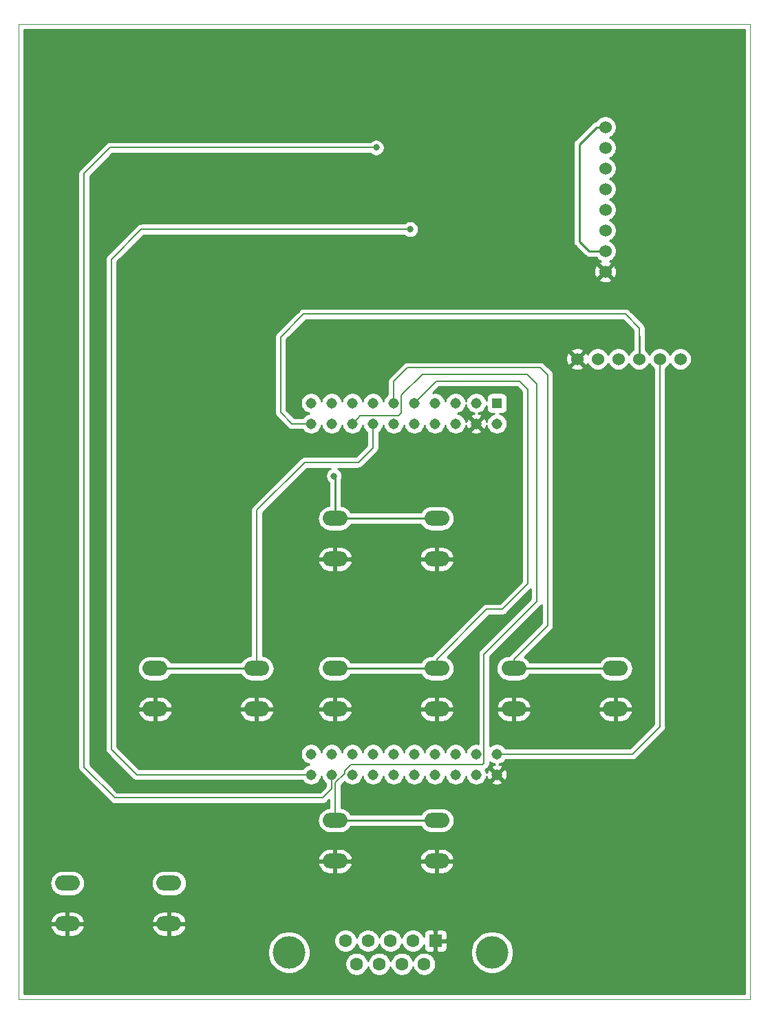
<source format=gbr>
G04 #@! TF.GenerationSoftware,KiCad,Pcbnew,(5.1.4)-1*
G04 #@! TF.CreationDate,2021-03-22T19:47:50+01:00*
G04 #@! TF.ProjectId,TFG_CANDevice,5446475f-4341-44e4-9465-766963652e6b,rev?*
G04 #@! TF.SameCoordinates,Original*
G04 #@! TF.FileFunction,Copper,L2,Bot*
G04 #@! TF.FilePolarity,Positive*
%FSLAX46Y46*%
G04 Gerber Fmt 4.6, Leading zero omitted, Abs format (unit mm)*
G04 Created by KiCad (PCBNEW (5.1.4)-1) date 2021-03-22 19:47:50*
%MOMM*%
%LPD*%
G04 APERTURE LIST*
%ADD10C,0.050000*%
%ADD11C,1.524000*%
%ADD12O,3.048000X1.850000*%
%ADD13R,1.600000X1.600000*%
%ADD14C,1.600000*%
%ADD15C,4.000000*%
%ADD16R,1.308000X1.308000*%
%ADD17C,1.308000*%
%ADD18C,2.600000*%
%ADD19C,0.800000*%
%ADD20C,0.250000*%
%ADD21C,0.200000*%
%ADD22C,0.254000*%
G04 APERTURE END LIST*
D10*
X222680000Y-42020000D02*
X222680000Y-162000000D01*
X132690000Y-42020000D02*
X222680000Y-42020000D01*
X132690000Y-162000000D02*
X132690000Y-42020000D01*
X222680000Y-162000000D02*
X132690000Y-162000000D01*
D11*
X204880000Y-54680000D03*
X204880000Y-72460000D03*
X204880000Y-57220000D03*
X204880000Y-59760000D03*
X204880000Y-62300000D03*
X204880000Y-64840000D03*
X204880000Y-67380000D03*
X204880000Y-69920000D03*
X214120000Y-83210000D03*
X211580000Y-83210000D03*
X209040000Y-83210000D03*
X206500000Y-83210000D03*
X203960000Y-83210000D03*
X201420000Y-83210000D03*
D12*
X149490000Y-121270000D03*
X149490000Y-126270000D03*
X161990000Y-121270000D03*
X161990000Y-126270000D03*
X171640000Y-139970000D03*
X171640000Y-144970000D03*
X184140000Y-139970000D03*
X184140000Y-144970000D03*
X171640000Y-121270000D03*
X171640000Y-126270000D03*
X184140000Y-121270000D03*
X184140000Y-126270000D03*
X171640000Y-102820000D03*
X171640000Y-107820000D03*
X184140000Y-102820000D03*
X184140000Y-107820000D03*
X193620000Y-121270000D03*
X193620000Y-126270000D03*
X206120000Y-121270000D03*
X206120000Y-126270000D03*
X138690000Y-147700000D03*
X138690000Y-152700000D03*
X151190000Y-147700000D03*
X151190000Y-152700000D03*
D13*
X183990000Y-154790000D03*
D14*
X181220000Y-154790000D03*
X178450000Y-154790000D03*
X175680000Y-154790000D03*
X172910000Y-154790000D03*
X182605000Y-157630000D03*
X179835000Y-157630000D03*
X177065000Y-157630000D03*
X174295000Y-157630000D03*
D15*
X190950000Y-156210000D03*
X165950000Y-156210000D03*
D16*
X191540000Y-88630000D03*
D17*
X189000000Y-88630000D03*
X186460000Y-88630000D03*
X183920000Y-88630000D03*
X181380000Y-88630000D03*
X178840000Y-88630000D03*
X176300000Y-88630000D03*
X173760000Y-88630000D03*
X171220000Y-88630000D03*
X168680000Y-88630000D03*
X168680000Y-134350000D03*
X171220000Y-134350000D03*
X173760000Y-134350000D03*
X176300000Y-134350000D03*
X178840000Y-134350000D03*
X181380000Y-134350000D03*
X183920000Y-134350000D03*
X186460000Y-134350000D03*
X189000000Y-134350000D03*
X191540000Y-134350000D03*
X191540000Y-91170000D03*
X189000000Y-91170000D03*
X186460000Y-91170000D03*
X183920000Y-91170000D03*
X181380000Y-91170000D03*
X178840000Y-91170000D03*
X176300000Y-91170000D03*
X173760000Y-91170000D03*
X171220000Y-91170000D03*
X168680000Y-91170000D03*
X168680000Y-131810000D03*
X171220000Y-131810000D03*
X173760000Y-131810000D03*
X176300000Y-131810000D03*
X178840000Y-131810000D03*
X181380000Y-131810000D03*
X183920000Y-131810000D03*
X186460000Y-131810000D03*
X189000000Y-131810000D03*
X191540000Y-131810000D03*
D18*
X134970000Y-43940000D03*
X220400000Y-44060000D03*
X134660000Y-159990000D03*
X220640000Y-159900000D03*
D19*
X180870000Y-67250000D03*
X176700000Y-57200000D03*
X171500000Y-97600000D03*
D20*
X202870000Y-69920000D02*
X204880000Y-69920000D01*
X201680000Y-68730000D02*
X202870000Y-69920000D01*
X201680000Y-56802370D02*
X201680000Y-68730000D01*
X204880000Y-54680000D02*
X203802370Y-54680000D01*
X203802370Y-54680000D02*
X201680000Y-56802370D01*
D21*
X184140000Y-120145000D02*
X190285000Y-114000000D01*
X184140000Y-121270000D02*
X184140000Y-120145000D01*
X190285000Y-114000000D02*
X192210000Y-114000000D01*
X192210000Y-114000000D02*
X195350000Y-110860000D01*
X195350000Y-110860000D02*
X195350000Y-86940000D01*
X195350000Y-86940000D02*
X194330000Y-85920000D01*
X184090000Y-85920000D02*
X181380000Y-88630000D01*
X194330000Y-85920000D02*
X184090000Y-85920000D01*
D20*
X173414000Y-121270000D02*
X184140000Y-121270000D01*
X171640000Y-121270000D02*
X173414000Y-121270000D01*
X195394000Y-121270000D02*
X206120000Y-121270000D01*
X193620000Y-121270000D02*
X195394000Y-121270000D01*
D21*
X196560000Y-84290000D02*
X196480000Y-84290000D01*
X196890000Y-84290000D02*
X196480000Y-84290000D01*
X193620000Y-121270000D02*
X193620000Y-120145000D01*
X193620000Y-120145000D02*
X197780000Y-115985000D01*
X197780000Y-115985000D02*
X197780000Y-85180000D01*
X197780000Y-85180000D02*
X196890000Y-84290000D01*
X180520000Y-84290000D02*
X181910000Y-84290000D01*
X178840000Y-85970000D02*
X180520000Y-84290000D01*
X178840000Y-88630000D02*
X178840000Y-85970000D01*
X196480000Y-84290000D02*
X181910000Y-84290000D01*
X181910000Y-84290000D02*
X181450000Y-84290000D01*
X180870000Y-67250000D02*
X147790000Y-67250000D01*
X147790000Y-67250000D02*
X144110000Y-70930000D01*
X144110000Y-70930000D02*
X144110000Y-131230000D01*
X147230000Y-134350000D02*
X168680000Y-134350000D01*
X144110000Y-131230000D02*
X147230000Y-134350000D01*
X171220000Y-136080000D02*
X171220000Y-134350000D01*
X143940000Y-57200000D02*
X140730000Y-60410000D01*
X176700000Y-57200000D02*
X143940000Y-57200000D01*
X140730000Y-60410000D02*
X140730000Y-133410000D01*
X140730000Y-133410000D02*
X144530000Y-137210000D01*
X144530000Y-137210000D02*
X170090000Y-137210000D01*
X170090000Y-137210000D02*
X171220000Y-136080000D01*
X161990000Y-121270000D02*
X161990000Y-101820000D01*
X161990000Y-101820000D02*
X167880000Y-95930000D01*
X167880000Y-95930000D02*
X174490000Y-95930000D01*
X176300000Y-94120000D02*
X176300000Y-91170000D01*
X174490000Y-95930000D02*
X176300000Y-94120000D01*
D20*
X151264000Y-121270000D02*
X161990000Y-121270000D01*
X149490000Y-121270000D02*
X151264000Y-121270000D01*
D21*
X174413999Y-90516001D02*
X173760000Y-91170000D01*
X189770000Y-133110000D02*
X189954001Y-132925999D01*
X173588078Y-133110000D02*
X189770000Y-133110000D01*
X171640000Y-135341922D02*
X172805999Y-134175923D01*
X174714001Y-90215999D02*
X174413999Y-90516001D01*
X196430000Y-86260000D02*
X195240000Y-85070000D01*
X172805999Y-133892079D02*
X173588078Y-133110000D01*
X171640000Y-139970000D02*
X171640000Y-135341922D01*
X189954001Y-132925999D02*
X189954001Y-119525999D01*
X196460000Y-113020000D02*
X196460000Y-86260000D01*
X196460000Y-86260000D02*
X196430000Y-86260000D01*
X179452003Y-90215999D02*
X174714001Y-90215999D01*
X172805999Y-134175923D02*
X172805999Y-133892079D01*
X189954001Y-119525999D02*
X196460000Y-113020000D01*
X195240000Y-85070000D02*
X182370000Y-85070000D01*
X179794001Y-89874001D02*
X179452003Y-90215999D01*
X182370000Y-85070000D02*
X179794001Y-87645999D01*
X179794001Y-87645999D02*
X179794001Y-89874001D01*
D20*
X173414000Y-139970000D02*
X184140000Y-139970000D01*
X171640000Y-139970000D02*
X173414000Y-139970000D01*
X171640000Y-102820000D02*
X171640000Y-97740000D01*
X171640000Y-97740000D02*
X171500000Y-97600000D01*
X171640000Y-102820000D02*
X184140000Y-102820000D01*
D21*
X167755105Y-91170000D02*
X168680000Y-91170000D01*
X166320000Y-91170000D02*
X167755105Y-91170000D01*
X209060000Y-79402370D02*
X207340000Y-77682370D01*
X207340000Y-77682370D02*
X167747630Y-77682370D01*
X164940000Y-80490000D02*
X164940000Y-89790000D01*
X167747630Y-77682370D02*
X164940000Y-80490000D01*
X164940000Y-89790000D02*
X166320000Y-91170000D01*
D20*
X209040000Y-80380000D02*
X209060000Y-80360000D01*
X209040000Y-83210000D02*
X209040000Y-80380000D01*
D21*
X209060000Y-80480000D02*
X209060000Y-80360000D01*
X209060000Y-80360000D02*
X209060000Y-79402370D01*
X208220000Y-131810000D02*
X191540000Y-131810000D01*
X211600000Y-128430000D02*
X208220000Y-131810000D01*
X211580000Y-128410000D02*
X211580000Y-83210000D01*
X211600000Y-128430000D02*
X211580000Y-128410000D01*
D22*
G36*
X222020001Y-161340000D02*
G01*
X133350000Y-161340000D01*
X133350000Y-155950475D01*
X163315000Y-155950475D01*
X163315000Y-156469525D01*
X163416261Y-156978601D01*
X163614893Y-157458141D01*
X163903262Y-157889715D01*
X164270285Y-158256738D01*
X164701859Y-158545107D01*
X165181399Y-158743739D01*
X165690475Y-158845000D01*
X166209525Y-158845000D01*
X166718601Y-158743739D01*
X167198141Y-158545107D01*
X167629715Y-158256738D01*
X167996738Y-157889715D01*
X168264711Y-157488665D01*
X172860000Y-157488665D01*
X172860000Y-157771335D01*
X172915147Y-158048574D01*
X173023320Y-158309727D01*
X173180363Y-158544759D01*
X173380241Y-158744637D01*
X173615273Y-158901680D01*
X173876426Y-159009853D01*
X174153665Y-159065000D01*
X174436335Y-159065000D01*
X174713574Y-159009853D01*
X174974727Y-158901680D01*
X175209759Y-158744637D01*
X175409637Y-158544759D01*
X175566680Y-158309727D01*
X175674853Y-158048574D01*
X175680000Y-158022699D01*
X175685147Y-158048574D01*
X175793320Y-158309727D01*
X175950363Y-158544759D01*
X176150241Y-158744637D01*
X176385273Y-158901680D01*
X176646426Y-159009853D01*
X176923665Y-159065000D01*
X177206335Y-159065000D01*
X177483574Y-159009853D01*
X177744727Y-158901680D01*
X177979759Y-158744637D01*
X178179637Y-158544759D01*
X178336680Y-158309727D01*
X178444853Y-158048574D01*
X178450000Y-158022699D01*
X178455147Y-158048574D01*
X178563320Y-158309727D01*
X178720363Y-158544759D01*
X178920241Y-158744637D01*
X179155273Y-158901680D01*
X179416426Y-159009853D01*
X179693665Y-159065000D01*
X179976335Y-159065000D01*
X180253574Y-159009853D01*
X180514727Y-158901680D01*
X180749759Y-158744637D01*
X180949637Y-158544759D01*
X181106680Y-158309727D01*
X181214853Y-158048574D01*
X181220000Y-158022699D01*
X181225147Y-158048574D01*
X181333320Y-158309727D01*
X181490363Y-158544759D01*
X181690241Y-158744637D01*
X181925273Y-158901680D01*
X182186426Y-159009853D01*
X182463665Y-159065000D01*
X182746335Y-159065000D01*
X183023574Y-159009853D01*
X183284727Y-158901680D01*
X183519759Y-158744637D01*
X183719637Y-158544759D01*
X183876680Y-158309727D01*
X183984853Y-158048574D01*
X184040000Y-157771335D01*
X184040000Y-157488665D01*
X183984853Y-157211426D01*
X183876680Y-156950273D01*
X183719637Y-156715241D01*
X183519759Y-156515363D01*
X183284727Y-156358320D01*
X183023574Y-156250147D01*
X182746335Y-156195000D01*
X182463665Y-156195000D01*
X182186426Y-156250147D01*
X181925273Y-156358320D01*
X181690241Y-156515363D01*
X181490363Y-156715241D01*
X181333320Y-156950273D01*
X181225147Y-157211426D01*
X181220000Y-157237301D01*
X181214853Y-157211426D01*
X181106680Y-156950273D01*
X180949637Y-156715241D01*
X180749759Y-156515363D01*
X180514727Y-156358320D01*
X180253574Y-156250147D01*
X179976335Y-156195000D01*
X179693665Y-156195000D01*
X179416426Y-156250147D01*
X179155273Y-156358320D01*
X178920241Y-156515363D01*
X178720363Y-156715241D01*
X178563320Y-156950273D01*
X178455147Y-157211426D01*
X178450000Y-157237301D01*
X178444853Y-157211426D01*
X178336680Y-156950273D01*
X178179637Y-156715241D01*
X177979759Y-156515363D01*
X177744727Y-156358320D01*
X177483574Y-156250147D01*
X177206335Y-156195000D01*
X176923665Y-156195000D01*
X176646426Y-156250147D01*
X176385273Y-156358320D01*
X176150241Y-156515363D01*
X175950363Y-156715241D01*
X175793320Y-156950273D01*
X175685147Y-157211426D01*
X175680000Y-157237301D01*
X175674853Y-157211426D01*
X175566680Y-156950273D01*
X175409637Y-156715241D01*
X175209759Y-156515363D01*
X174974727Y-156358320D01*
X174713574Y-156250147D01*
X174436335Y-156195000D01*
X174153665Y-156195000D01*
X173876426Y-156250147D01*
X173615273Y-156358320D01*
X173380241Y-156515363D01*
X173180363Y-156715241D01*
X173023320Y-156950273D01*
X172915147Y-157211426D01*
X172860000Y-157488665D01*
X168264711Y-157488665D01*
X168285107Y-157458141D01*
X168483739Y-156978601D01*
X168585000Y-156469525D01*
X168585000Y-155950475D01*
X168483739Y-155441399D01*
X168285107Y-154961859D01*
X168075838Y-154648665D01*
X171475000Y-154648665D01*
X171475000Y-154931335D01*
X171530147Y-155208574D01*
X171638320Y-155469727D01*
X171795363Y-155704759D01*
X171995241Y-155904637D01*
X172230273Y-156061680D01*
X172491426Y-156169853D01*
X172768665Y-156225000D01*
X173051335Y-156225000D01*
X173328574Y-156169853D01*
X173589727Y-156061680D01*
X173824759Y-155904637D01*
X174024637Y-155704759D01*
X174181680Y-155469727D01*
X174289853Y-155208574D01*
X174295000Y-155182699D01*
X174300147Y-155208574D01*
X174408320Y-155469727D01*
X174565363Y-155704759D01*
X174765241Y-155904637D01*
X175000273Y-156061680D01*
X175261426Y-156169853D01*
X175538665Y-156225000D01*
X175821335Y-156225000D01*
X176098574Y-156169853D01*
X176359727Y-156061680D01*
X176594759Y-155904637D01*
X176794637Y-155704759D01*
X176951680Y-155469727D01*
X177059853Y-155208574D01*
X177065000Y-155182699D01*
X177070147Y-155208574D01*
X177178320Y-155469727D01*
X177335363Y-155704759D01*
X177535241Y-155904637D01*
X177770273Y-156061680D01*
X178031426Y-156169853D01*
X178308665Y-156225000D01*
X178591335Y-156225000D01*
X178868574Y-156169853D01*
X179129727Y-156061680D01*
X179364759Y-155904637D01*
X179564637Y-155704759D01*
X179721680Y-155469727D01*
X179829853Y-155208574D01*
X179835000Y-155182699D01*
X179840147Y-155208574D01*
X179948320Y-155469727D01*
X180105363Y-155704759D01*
X180305241Y-155904637D01*
X180540273Y-156061680D01*
X180801426Y-156169853D01*
X181078665Y-156225000D01*
X181361335Y-156225000D01*
X181638574Y-156169853D01*
X181899727Y-156061680D01*
X182134759Y-155904637D01*
X182334637Y-155704759D01*
X182491680Y-155469727D01*
X182553539Y-155320387D01*
X182551928Y-155590000D01*
X182564188Y-155714482D01*
X182600498Y-155834180D01*
X182659463Y-155944494D01*
X182738815Y-156041185D01*
X182835506Y-156120537D01*
X182945820Y-156179502D01*
X183065518Y-156215812D01*
X183190000Y-156228072D01*
X183704250Y-156225000D01*
X183863000Y-156066250D01*
X183863000Y-154917000D01*
X184117000Y-154917000D01*
X184117000Y-156066250D01*
X184275750Y-156225000D01*
X184790000Y-156228072D01*
X184914482Y-156215812D01*
X185034180Y-156179502D01*
X185144494Y-156120537D01*
X185241185Y-156041185D01*
X185315628Y-155950475D01*
X188315000Y-155950475D01*
X188315000Y-156469525D01*
X188416261Y-156978601D01*
X188614893Y-157458141D01*
X188903262Y-157889715D01*
X189270285Y-158256738D01*
X189701859Y-158545107D01*
X190181399Y-158743739D01*
X190690475Y-158845000D01*
X191209525Y-158845000D01*
X191718601Y-158743739D01*
X192198141Y-158545107D01*
X192629715Y-158256738D01*
X192996738Y-157889715D01*
X193285107Y-157458141D01*
X193483739Y-156978601D01*
X193585000Y-156469525D01*
X193585000Y-155950475D01*
X193483739Y-155441399D01*
X193285107Y-154961859D01*
X192996738Y-154530285D01*
X192629715Y-154163262D01*
X192198141Y-153874893D01*
X191718601Y-153676261D01*
X191209525Y-153575000D01*
X190690475Y-153575000D01*
X190181399Y-153676261D01*
X189701859Y-153874893D01*
X189270285Y-154163262D01*
X188903262Y-154530285D01*
X188614893Y-154961859D01*
X188416261Y-155441399D01*
X188315000Y-155950475D01*
X185315628Y-155950475D01*
X185320537Y-155944494D01*
X185379502Y-155834180D01*
X185415812Y-155714482D01*
X185428072Y-155590000D01*
X185425000Y-155075750D01*
X185266250Y-154917000D01*
X184117000Y-154917000D01*
X183863000Y-154917000D01*
X183843000Y-154917000D01*
X183843000Y-154663000D01*
X183863000Y-154663000D01*
X183863000Y-153513750D01*
X184117000Y-153513750D01*
X184117000Y-154663000D01*
X185266250Y-154663000D01*
X185425000Y-154504250D01*
X185428072Y-153990000D01*
X185415812Y-153865518D01*
X185379502Y-153745820D01*
X185320537Y-153635506D01*
X185241185Y-153538815D01*
X185144494Y-153459463D01*
X185034180Y-153400498D01*
X184914482Y-153364188D01*
X184790000Y-153351928D01*
X184275750Y-153355000D01*
X184117000Y-153513750D01*
X183863000Y-153513750D01*
X183704250Y-153355000D01*
X183190000Y-153351928D01*
X183065518Y-153364188D01*
X182945820Y-153400498D01*
X182835506Y-153459463D01*
X182738815Y-153538815D01*
X182659463Y-153635506D01*
X182600498Y-153745820D01*
X182564188Y-153865518D01*
X182551928Y-153990000D01*
X182553539Y-154259613D01*
X182491680Y-154110273D01*
X182334637Y-153875241D01*
X182134759Y-153675363D01*
X181899727Y-153518320D01*
X181638574Y-153410147D01*
X181361335Y-153355000D01*
X181078665Y-153355000D01*
X180801426Y-153410147D01*
X180540273Y-153518320D01*
X180305241Y-153675363D01*
X180105363Y-153875241D01*
X179948320Y-154110273D01*
X179840147Y-154371426D01*
X179835000Y-154397301D01*
X179829853Y-154371426D01*
X179721680Y-154110273D01*
X179564637Y-153875241D01*
X179364759Y-153675363D01*
X179129727Y-153518320D01*
X178868574Y-153410147D01*
X178591335Y-153355000D01*
X178308665Y-153355000D01*
X178031426Y-153410147D01*
X177770273Y-153518320D01*
X177535241Y-153675363D01*
X177335363Y-153875241D01*
X177178320Y-154110273D01*
X177070147Y-154371426D01*
X177065000Y-154397301D01*
X177059853Y-154371426D01*
X176951680Y-154110273D01*
X176794637Y-153875241D01*
X176594759Y-153675363D01*
X176359727Y-153518320D01*
X176098574Y-153410147D01*
X175821335Y-153355000D01*
X175538665Y-153355000D01*
X175261426Y-153410147D01*
X175000273Y-153518320D01*
X174765241Y-153675363D01*
X174565363Y-153875241D01*
X174408320Y-154110273D01*
X174300147Y-154371426D01*
X174295000Y-154397301D01*
X174289853Y-154371426D01*
X174181680Y-154110273D01*
X174024637Y-153875241D01*
X173824759Y-153675363D01*
X173589727Y-153518320D01*
X173328574Y-153410147D01*
X173051335Y-153355000D01*
X172768665Y-153355000D01*
X172491426Y-153410147D01*
X172230273Y-153518320D01*
X171995241Y-153675363D01*
X171795363Y-153875241D01*
X171638320Y-154110273D01*
X171530147Y-154371426D01*
X171475000Y-154648665D01*
X168075838Y-154648665D01*
X167996738Y-154530285D01*
X167629715Y-154163262D01*
X167198141Y-153874893D01*
X166718601Y-153676261D01*
X166209525Y-153575000D01*
X165690475Y-153575000D01*
X165181399Y-153676261D01*
X164701859Y-153874893D01*
X164270285Y-154163262D01*
X163903262Y-154530285D01*
X163614893Y-154961859D01*
X163416261Y-155441399D01*
X163315000Y-155950475D01*
X133350000Y-155950475D01*
X133350000Y-153068664D01*
X136575188Y-153068664D01*
X136601147Y-153179655D01*
X136723350Y-153461094D01*
X136898111Y-153713285D01*
X137118714Y-153926536D01*
X137376681Y-154092652D01*
X137662099Y-154205249D01*
X137964000Y-154260000D01*
X138563000Y-154260000D01*
X138563000Y-152827000D01*
X138817000Y-152827000D01*
X138817000Y-154260000D01*
X139416000Y-154260000D01*
X139717901Y-154205249D01*
X140003319Y-154092652D01*
X140261286Y-153926536D01*
X140481889Y-153713285D01*
X140656650Y-153461094D01*
X140778853Y-153179655D01*
X140804812Y-153068664D01*
X149075188Y-153068664D01*
X149101147Y-153179655D01*
X149223350Y-153461094D01*
X149398111Y-153713285D01*
X149618714Y-153926536D01*
X149876681Y-154092652D01*
X150162099Y-154205249D01*
X150464000Y-154260000D01*
X151063000Y-154260000D01*
X151063000Y-152827000D01*
X151317000Y-152827000D01*
X151317000Y-154260000D01*
X151916000Y-154260000D01*
X152217901Y-154205249D01*
X152503319Y-154092652D01*
X152761286Y-153926536D01*
X152981889Y-153713285D01*
X153156650Y-153461094D01*
X153278853Y-153179655D01*
X153304812Y-153068664D01*
X153184483Y-152827000D01*
X151317000Y-152827000D01*
X151063000Y-152827000D01*
X149195517Y-152827000D01*
X149075188Y-153068664D01*
X140804812Y-153068664D01*
X140684483Y-152827000D01*
X138817000Y-152827000D01*
X138563000Y-152827000D01*
X136695517Y-152827000D01*
X136575188Y-153068664D01*
X133350000Y-153068664D01*
X133350000Y-152331336D01*
X136575188Y-152331336D01*
X136695517Y-152573000D01*
X138563000Y-152573000D01*
X138563000Y-151140000D01*
X138817000Y-151140000D01*
X138817000Y-152573000D01*
X140684483Y-152573000D01*
X140804812Y-152331336D01*
X149075188Y-152331336D01*
X149195517Y-152573000D01*
X151063000Y-152573000D01*
X151063000Y-151140000D01*
X151317000Y-151140000D01*
X151317000Y-152573000D01*
X153184483Y-152573000D01*
X153304812Y-152331336D01*
X153278853Y-152220345D01*
X153156650Y-151938906D01*
X152981889Y-151686715D01*
X152761286Y-151473464D01*
X152503319Y-151307348D01*
X152217901Y-151194751D01*
X151916000Y-151140000D01*
X151317000Y-151140000D01*
X151063000Y-151140000D01*
X150464000Y-151140000D01*
X150162099Y-151194751D01*
X149876681Y-151307348D01*
X149618714Y-151473464D01*
X149398111Y-151686715D01*
X149223350Y-151938906D01*
X149101147Y-152220345D01*
X149075188Y-152331336D01*
X140804812Y-152331336D01*
X140778853Y-152220345D01*
X140656650Y-151938906D01*
X140481889Y-151686715D01*
X140261286Y-151473464D01*
X140003319Y-151307348D01*
X139717901Y-151194751D01*
X139416000Y-151140000D01*
X138817000Y-151140000D01*
X138563000Y-151140000D01*
X137964000Y-151140000D01*
X137662099Y-151194751D01*
X137376681Y-151307348D01*
X137118714Y-151473464D01*
X136898111Y-151686715D01*
X136723350Y-151938906D01*
X136601147Y-152220345D01*
X136575188Y-152331336D01*
X133350000Y-152331336D01*
X133350000Y-147700000D01*
X136523452Y-147700000D01*
X136553572Y-148005813D01*
X136642774Y-148299875D01*
X136787631Y-148570883D01*
X136982576Y-148808424D01*
X137220117Y-149003369D01*
X137491125Y-149148226D01*
X137785187Y-149237428D01*
X138014364Y-149260000D01*
X139365636Y-149260000D01*
X139594813Y-149237428D01*
X139888875Y-149148226D01*
X140159883Y-149003369D01*
X140397424Y-148808424D01*
X140592369Y-148570883D01*
X140737226Y-148299875D01*
X140826428Y-148005813D01*
X140856548Y-147700000D01*
X149023452Y-147700000D01*
X149053572Y-148005813D01*
X149142774Y-148299875D01*
X149287631Y-148570883D01*
X149482576Y-148808424D01*
X149720117Y-149003369D01*
X149991125Y-149148226D01*
X150285187Y-149237428D01*
X150514364Y-149260000D01*
X151865636Y-149260000D01*
X152094813Y-149237428D01*
X152388875Y-149148226D01*
X152659883Y-149003369D01*
X152897424Y-148808424D01*
X153092369Y-148570883D01*
X153237226Y-148299875D01*
X153326428Y-148005813D01*
X153356548Y-147700000D01*
X153326428Y-147394187D01*
X153237226Y-147100125D01*
X153092369Y-146829117D01*
X152897424Y-146591576D01*
X152659883Y-146396631D01*
X152388875Y-146251774D01*
X152094813Y-146162572D01*
X151865636Y-146140000D01*
X150514364Y-146140000D01*
X150285187Y-146162572D01*
X149991125Y-146251774D01*
X149720117Y-146396631D01*
X149482576Y-146591576D01*
X149287631Y-146829117D01*
X149142774Y-147100125D01*
X149053572Y-147394187D01*
X149023452Y-147700000D01*
X140856548Y-147700000D01*
X140826428Y-147394187D01*
X140737226Y-147100125D01*
X140592369Y-146829117D01*
X140397424Y-146591576D01*
X140159883Y-146396631D01*
X139888875Y-146251774D01*
X139594813Y-146162572D01*
X139365636Y-146140000D01*
X138014364Y-146140000D01*
X137785187Y-146162572D01*
X137491125Y-146251774D01*
X137220117Y-146396631D01*
X136982576Y-146591576D01*
X136787631Y-146829117D01*
X136642774Y-147100125D01*
X136553572Y-147394187D01*
X136523452Y-147700000D01*
X133350000Y-147700000D01*
X133350000Y-145338664D01*
X169525188Y-145338664D01*
X169551147Y-145449655D01*
X169673350Y-145731094D01*
X169848111Y-145983285D01*
X170068714Y-146196536D01*
X170326681Y-146362652D01*
X170612099Y-146475249D01*
X170914000Y-146530000D01*
X171513000Y-146530000D01*
X171513000Y-145097000D01*
X171767000Y-145097000D01*
X171767000Y-146530000D01*
X172366000Y-146530000D01*
X172667901Y-146475249D01*
X172953319Y-146362652D01*
X173211286Y-146196536D01*
X173431889Y-145983285D01*
X173606650Y-145731094D01*
X173728853Y-145449655D01*
X173754812Y-145338664D01*
X182025188Y-145338664D01*
X182051147Y-145449655D01*
X182173350Y-145731094D01*
X182348111Y-145983285D01*
X182568714Y-146196536D01*
X182826681Y-146362652D01*
X183112099Y-146475249D01*
X183414000Y-146530000D01*
X184013000Y-146530000D01*
X184013000Y-145097000D01*
X184267000Y-145097000D01*
X184267000Y-146530000D01*
X184866000Y-146530000D01*
X185167901Y-146475249D01*
X185453319Y-146362652D01*
X185711286Y-146196536D01*
X185931889Y-145983285D01*
X186106650Y-145731094D01*
X186228853Y-145449655D01*
X186254812Y-145338664D01*
X186134483Y-145097000D01*
X184267000Y-145097000D01*
X184013000Y-145097000D01*
X182145517Y-145097000D01*
X182025188Y-145338664D01*
X173754812Y-145338664D01*
X173634483Y-145097000D01*
X171767000Y-145097000D01*
X171513000Y-145097000D01*
X169645517Y-145097000D01*
X169525188Y-145338664D01*
X133350000Y-145338664D01*
X133350000Y-144601336D01*
X169525188Y-144601336D01*
X169645517Y-144843000D01*
X171513000Y-144843000D01*
X171513000Y-143410000D01*
X171767000Y-143410000D01*
X171767000Y-144843000D01*
X173634483Y-144843000D01*
X173754812Y-144601336D01*
X182025188Y-144601336D01*
X182145517Y-144843000D01*
X184013000Y-144843000D01*
X184013000Y-143410000D01*
X184267000Y-143410000D01*
X184267000Y-144843000D01*
X186134483Y-144843000D01*
X186254812Y-144601336D01*
X186228853Y-144490345D01*
X186106650Y-144208906D01*
X185931889Y-143956715D01*
X185711286Y-143743464D01*
X185453319Y-143577348D01*
X185167901Y-143464751D01*
X184866000Y-143410000D01*
X184267000Y-143410000D01*
X184013000Y-143410000D01*
X183414000Y-143410000D01*
X183112099Y-143464751D01*
X182826681Y-143577348D01*
X182568714Y-143743464D01*
X182348111Y-143956715D01*
X182173350Y-144208906D01*
X182051147Y-144490345D01*
X182025188Y-144601336D01*
X173754812Y-144601336D01*
X173728853Y-144490345D01*
X173606650Y-144208906D01*
X173431889Y-143956715D01*
X173211286Y-143743464D01*
X172953319Y-143577348D01*
X172667901Y-143464751D01*
X172366000Y-143410000D01*
X171767000Y-143410000D01*
X171513000Y-143410000D01*
X170914000Y-143410000D01*
X170612099Y-143464751D01*
X170326681Y-143577348D01*
X170068714Y-143743464D01*
X169848111Y-143956715D01*
X169673350Y-144208906D01*
X169551147Y-144490345D01*
X169525188Y-144601336D01*
X133350000Y-144601336D01*
X133350000Y-60410000D01*
X139991444Y-60410000D01*
X139995000Y-60446105D01*
X139995001Y-133373885D01*
X139991444Y-133410000D01*
X140005635Y-133554085D01*
X140040089Y-133667663D01*
X140047664Y-133692633D01*
X140115914Y-133820320D01*
X140207763Y-133932238D01*
X140235808Y-133955254D01*
X143984746Y-137704193D01*
X144007762Y-137732238D01*
X144035806Y-137755253D01*
X144119680Y-137824087D01*
X144247366Y-137892337D01*
X144385915Y-137934365D01*
X144530000Y-137948556D01*
X144566105Y-137945000D01*
X170053895Y-137945000D01*
X170090000Y-137948556D01*
X170126105Y-137945000D01*
X170234085Y-137934365D01*
X170372633Y-137892337D01*
X170500320Y-137824087D01*
X170612238Y-137732238D01*
X170635258Y-137704188D01*
X170905001Y-137434446D01*
X170905000Y-138415847D01*
X170735187Y-138432572D01*
X170441125Y-138521774D01*
X170170117Y-138666631D01*
X169932576Y-138861576D01*
X169737631Y-139099117D01*
X169592774Y-139370125D01*
X169503572Y-139664187D01*
X169473452Y-139970000D01*
X169503572Y-140275813D01*
X169592774Y-140569875D01*
X169737631Y-140840883D01*
X169932576Y-141078424D01*
X170170117Y-141273369D01*
X170441125Y-141418226D01*
X170735187Y-141507428D01*
X170964364Y-141530000D01*
X172315636Y-141530000D01*
X172544813Y-141507428D01*
X172838875Y-141418226D01*
X173109883Y-141273369D01*
X173347424Y-141078424D01*
X173542369Y-140840883D01*
X173601637Y-140730000D01*
X182178363Y-140730000D01*
X182237631Y-140840883D01*
X182432576Y-141078424D01*
X182670117Y-141273369D01*
X182941125Y-141418226D01*
X183235187Y-141507428D01*
X183464364Y-141530000D01*
X184815636Y-141530000D01*
X185044813Y-141507428D01*
X185338875Y-141418226D01*
X185609883Y-141273369D01*
X185847424Y-141078424D01*
X186042369Y-140840883D01*
X186187226Y-140569875D01*
X186276428Y-140275813D01*
X186306548Y-139970000D01*
X186276428Y-139664187D01*
X186187226Y-139370125D01*
X186042369Y-139099117D01*
X185847424Y-138861576D01*
X185609883Y-138666631D01*
X185338875Y-138521774D01*
X185044813Y-138432572D01*
X184815636Y-138410000D01*
X183464364Y-138410000D01*
X183235187Y-138432572D01*
X182941125Y-138521774D01*
X182670117Y-138666631D01*
X182432576Y-138861576D01*
X182237631Y-139099117D01*
X182178363Y-139210000D01*
X173601637Y-139210000D01*
X173542369Y-139099117D01*
X173347424Y-138861576D01*
X173109883Y-138666631D01*
X172838875Y-138521774D01*
X172544813Y-138432572D01*
X172375000Y-138415847D01*
X172375000Y-135646368D01*
X172804223Y-135217145D01*
X172938310Y-135351232D01*
X173149430Y-135492297D01*
X173384013Y-135589465D01*
X173633045Y-135639000D01*
X173886955Y-135639000D01*
X174135987Y-135589465D01*
X174370570Y-135492297D01*
X174581690Y-135351232D01*
X174761232Y-135171690D01*
X174902297Y-134960570D01*
X174999465Y-134725987D01*
X175030000Y-134572476D01*
X175060535Y-134725987D01*
X175157703Y-134960570D01*
X175298768Y-135171690D01*
X175478310Y-135351232D01*
X175689430Y-135492297D01*
X175924013Y-135589465D01*
X176173045Y-135639000D01*
X176426955Y-135639000D01*
X176675987Y-135589465D01*
X176910570Y-135492297D01*
X177121690Y-135351232D01*
X177301232Y-135171690D01*
X177442297Y-134960570D01*
X177539465Y-134725987D01*
X177570000Y-134572476D01*
X177600535Y-134725987D01*
X177697703Y-134960570D01*
X177838768Y-135171690D01*
X178018310Y-135351232D01*
X178229430Y-135492297D01*
X178464013Y-135589465D01*
X178713045Y-135639000D01*
X178966955Y-135639000D01*
X179215987Y-135589465D01*
X179450570Y-135492297D01*
X179661690Y-135351232D01*
X179841232Y-135171690D01*
X179982297Y-134960570D01*
X180079465Y-134725987D01*
X180110000Y-134572476D01*
X180140535Y-134725987D01*
X180237703Y-134960570D01*
X180378768Y-135171690D01*
X180558310Y-135351232D01*
X180769430Y-135492297D01*
X181004013Y-135589465D01*
X181253045Y-135639000D01*
X181506955Y-135639000D01*
X181755987Y-135589465D01*
X181990570Y-135492297D01*
X182201690Y-135351232D01*
X182381232Y-135171690D01*
X182522297Y-134960570D01*
X182619465Y-134725987D01*
X182650000Y-134572476D01*
X182680535Y-134725987D01*
X182777703Y-134960570D01*
X182918768Y-135171690D01*
X183098310Y-135351232D01*
X183309430Y-135492297D01*
X183544013Y-135589465D01*
X183793045Y-135639000D01*
X184046955Y-135639000D01*
X184295987Y-135589465D01*
X184530570Y-135492297D01*
X184741690Y-135351232D01*
X184921232Y-135171690D01*
X185062297Y-134960570D01*
X185159465Y-134725987D01*
X185190000Y-134572476D01*
X185220535Y-134725987D01*
X185317703Y-134960570D01*
X185458768Y-135171690D01*
X185638310Y-135351232D01*
X185849430Y-135492297D01*
X186084013Y-135589465D01*
X186333045Y-135639000D01*
X186586955Y-135639000D01*
X186835987Y-135589465D01*
X187070570Y-135492297D01*
X187281690Y-135351232D01*
X187461232Y-135171690D01*
X187602297Y-134960570D01*
X187699465Y-134725987D01*
X187730000Y-134572476D01*
X187760535Y-134725987D01*
X187857703Y-134960570D01*
X187998768Y-135171690D01*
X188178310Y-135351232D01*
X188389430Y-135492297D01*
X188624013Y-135589465D01*
X188873045Y-135639000D01*
X189126955Y-135639000D01*
X189375987Y-135589465D01*
X189610570Y-135492297D01*
X189821690Y-135351232D01*
X189934535Y-135238387D01*
X190831218Y-135238387D01*
X190885093Y-135467468D01*
X191115684Y-135573763D01*
X191362581Y-135633028D01*
X191616296Y-135642988D01*
X191867079Y-135603259D01*
X192105293Y-135515368D01*
X192194907Y-135467468D01*
X192248782Y-135238387D01*
X191540000Y-134529605D01*
X190831218Y-135238387D01*
X189934535Y-135238387D01*
X190001232Y-135171690D01*
X190142297Y-134960570D01*
X190239465Y-134725987D01*
X190270094Y-134572001D01*
X190286741Y-134677079D01*
X190374632Y-134915293D01*
X190422532Y-135004907D01*
X190651613Y-135058782D01*
X191360395Y-134350000D01*
X191719605Y-134350000D01*
X192428387Y-135058782D01*
X192657468Y-135004907D01*
X192763763Y-134774316D01*
X192823028Y-134527419D01*
X192832988Y-134273704D01*
X192793259Y-134022921D01*
X192705368Y-133784707D01*
X192657468Y-133695093D01*
X192428387Y-133641218D01*
X191719605Y-134350000D01*
X191360395Y-134350000D01*
X190651613Y-133641218D01*
X190422532Y-133695093D01*
X190316237Y-133925684D01*
X190268997Y-134122484D01*
X190239465Y-133974013D01*
X190143986Y-133743508D01*
X190180320Y-133724087D01*
X190292238Y-133632238D01*
X190315259Y-133604187D01*
X190448193Y-133471253D01*
X190476238Y-133448237D01*
X190568088Y-133336319D01*
X190636338Y-133208632D01*
X190678366Y-133070084D01*
X190689001Y-132962104D01*
X190689001Y-132962103D01*
X190692557Y-132925999D01*
X190689001Y-132889894D01*
X190689001Y-132781923D01*
X190718310Y-132811232D01*
X190929430Y-132952297D01*
X191164013Y-133049465D01*
X191317999Y-133080094D01*
X191212921Y-133096741D01*
X190974707Y-133184632D01*
X190885093Y-133232532D01*
X190831218Y-133461613D01*
X191540000Y-134170395D01*
X192248782Y-133461613D01*
X192194907Y-133232532D01*
X191964316Y-133126237D01*
X191767516Y-133078997D01*
X191915987Y-133049465D01*
X192150570Y-132952297D01*
X192361690Y-132811232D01*
X192541232Y-132631690D01*
X192599156Y-132545000D01*
X208183895Y-132545000D01*
X208220000Y-132548556D01*
X208256105Y-132545000D01*
X208364085Y-132534365D01*
X208502633Y-132492337D01*
X208630320Y-132424087D01*
X208742238Y-132332238D01*
X208765259Y-132304187D01*
X212094203Y-128975244D01*
X212122237Y-128952237D01*
X212145244Y-128924203D01*
X212145253Y-128924194D01*
X212214086Y-128840320D01*
X212282336Y-128712634D01*
X212324365Y-128574085D01*
X212338556Y-128430000D01*
X212324365Y-128285915D01*
X212315000Y-128255043D01*
X212315000Y-84399045D01*
X212470535Y-84295120D01*
X212665120Y-84100535D01*
X212818005Y-83871727D01*
X212850000Y-83794485D01*
X212881995Y-83871727D01*
X213034880Y-84100535D01*
X213229465Y-84295120D01*
X213458273Y-84448005D01*
X213712510Y-84553314D01*
X213982408Y-84607000D01*
X214257592Y-84607000D01*
X214527490Y-84553314D01*
X214781727Y-84448005D01*
X215010535Y-84295120D01*
X215205120Y-84100535D01*
X215358005Y-83871727D01*
X215463314Y-83617490D01*
X215517000Y-83347592D01*
X215517000Y-83072408D01*
X215463314Y-82802510D01*
X215358005Y-82548273D01*
X215205120Y-82319465D01*
X215010535Y-82124880D01*
X214781727Y-81971995D01*
X214527490Y-81866686D01*
X214257592Y-81813000D01*
X213982408Y-81813000D01*
X213712510Y-81866686D01*
X213458273Y-81971995D01*
X213229465Y-82124880D01*
X213034880Y-82319465D01*
X212881995Y-82548273D01*
X212850000Y-82625515D01*
X212818005Y-82548273D01*
X212665120Y-82319465D01*
X212470535Y-82124880D01*
X212241727Y-81971995D01*
X211987490Y-81866686D01*
X211717592Y-81813000D01*
X211442408Y-81813000D01*
X211172510Y-81866686D01*
X210918273Y-81971995D01*
X210689465Y-82124880D01*
X210494880Y-82319465D01*
X210341995Y-82548273D01*
X210310000Y-82625515D01*
X210278005Y-82548273D01*
X210125120Y-82319465D01*
X209930535Y-82124880D01*
X209800000Y-82037659D01*
X209800000Y-80538663D01*
X209809002Y-80508986D01*
X209823676Y-80360001D01*
X209809002Y-80211015D01*
X209795000Y-80164855D01*
X209795000Y-79438464D01*
X209798555Y-79402369D01*
X209795000Y-79366274D01*
X209795000Y-79366265D01*
X209784365Y-79258285D01*
X209742337Y-79119737D01*
X209674087Y-78992050D01*
X209582238Y-78880132D01*
X209554193Y-78857116D01*
X207885258Y-77188182D01*
X207862238Y-77160132D01*
X207750320Y-77068283D01*
X207622633Y-77000033D01*
X207484085Y-76958005D01*
X207376105Y-76947370D01*
X207340000Y-76943814D01*
X207303895Y-76947370D01*
X167783724Y-76947370D01*
X167747629Y-76943815D01*
X167711534Y-76947370D01*
X167711525Y-76947370D01*
X167603545Y-76958005D01*
X167464997Y-77000033D01*
X167337310Y-77068283D01*
X167225392Y-77160132D01*
X167202376Y-77188177D01*
X164445808Y-79944746D01*
X164417762Y-79967763D01*
X164325913Y-80079681D01*
X164257663Y-80207368D01*
X164250490Y-80231015D01*
X164215635Y-80345915D01*
X164201444Y-80490000D01*
X164205000Y-80526105D01*
X164205001Y-89753885D01*
X164201444Y-89790000D01*
X164215635Y-89934085D01*
X164251566Y-90052532D01*
X164257664Y-90072633D01*
X164325914Y-90200320D01*
X164417763Y-90312238D01*
X164445808Y-90335254D01*
X165774746Y-91664193D01*
X165797762Y-91692238D01*
X165825806Y-91715253D01*
X165909680Y-91784087D01*
X166037366Y-91852337D01*
X166175915Y-91894365D01*
X166320000Y-91908556D01*
X166356105Y-91905000D01*
X167620844Y-91905000D01*
X167678768Y-91991690D01*
X167858310Y-92171232D01*
X168069430Y-92312297D01*
X168304013Y-92409465D01*
X168553045Y-92459000D01*
X168806955Y-92459000D01*
X169055987Y-92409465D01*
X169290570Y-92312297D01*
X169501690Y-92171232D01*
X169681232Y-91991690D01*
X169822297Y-91780570D01*
X169919465Y-91545987D01*
X169950000Y-91392476D01*
X169980535Y-91545987D01*
X170077703Y-91780570D01*
X170218768Y-91991690D01*
X170398310Y-92171232D01*
X170609430Y-92312297D01*
X170844013Y-92409465D01*
X171093045Y-92459000D01*
X171346955Y-92459000D01*
X171595987Y-92409465D01*
X171830570Y-92312297D01*
X172041690Y-92171232D01*
X172221232Y-91991690D01*
X172362297Y-91780570D01*
X172459465Y-91545987D01*
X172490000Y-91392476D01*
X172520535Y-91545987D01*
X172617703Y-91780570D01*
X172758768Y-91991690D01*
X172938310Y-92171232D01*
X173149430Y-92312297D01*
X173384013Y-92409465D01*
X173633045Y-92459000D01*
X173886955Y-92459000D01*
X174135987Y-92409465D01*
X174370570Y-92312297D01*
X174581690Y-92171232D01*
X174761232Y-91991690D01*
X174902297Y-91780570D01*
X174999465Y-91545987D01*
X175030000Y-91392476D01*
X175060535Y-91545987D01*
X175157703Y-91780570D01*
X175298768Y-91991690D01*
X175478310Y-92171232D01*
X175565001Y-92229156D01*
X175565000Y-93815553D01*
X174185554Y-95195000D01*
X167916105Y-95195000D01*
X167880000Y-95191444D01*
X167843895Y-95195000D01*
X167735915Y-95205635D01*
X167597367Y-95247663D01*
X167469680Y-95315913D01*
X167357762Y-95407762D01*
X167334746Y-95435807D01*
X161495808Y-101274746D01*
X161467763Y-101297762D01*
X161375914Y-101409680D01*
X161318748Y-101516631D01*
X161307664Y-101537367D01*
X161265635Y-101675915D01*
X161251444Y-101820000D01*
X161255001Y-101856115D01*
X161255000Y-119715847D01*
X161085187Y-119732572D01*
X160791125Y-119821774D01*
X160520117Y-119966631D01*
X160282576Y-120161576D01*
X160087631Y-120399117D01*
X160028363Y-120510000D01*
X151451637Y-120510000D01*
X151392369Y-120399117D01*
X151197424Y-120161576D01*
X150959883Y-119966631D01*
X150688875Y-119821774D01*
X150394813Y-119732572D01*
X150165636Y-119710000D01*
X148814364Y-119710000D01*
X148585187Y-119732572D01*
X148291125Y-119821774D01*
X148020117Y-119966631D01*
X147782576Y-120161576D01*
X147587631Y-120399117D01*
X147442774Y-120670125D01*
X147353572Y-120964187D01*
X147323452Y-121270000D01*
X147353572Y-121575813D01*
X147442774Y-121869875D01*
X147587631Y-122140883D01*
X147782576Y-122378424D01*
X148020117Y-122573369D01*
X148291125Y-122718226D01*
X148585187Y-122807428D01*
X148814364Y-122830000D01*
X150165636Y-122830000D01*
X150394813Y-122807428D01*
X150688875Y-122718226D01*
X150959883Y-122573369D01*
X151197424Y-122378424D01*
X151392369Y-122140883D01*
X151451637Y-122030000D01*
X160028363Y-122030000D01*
X160087631Y-122140883D01*
X160282576Y-122378424D01*
X160520117Y-122573369D01*
X160791125Y-122718226D01*
X161085187Y-122807428D01*
X161314364Y-122830000D01*
X162665636Y-122830000D01*
X162894813Y-122807428D01*
X163188875Y-122718226D01*
X163459883Y-122573369D01*
X163697424Y-122378424D01*
X163892369Y-122140883D01*
X164037226Y-121869875D01*
X164126428Y-121575813D01*
X164156548Y-121270000D01*
X164126428Y-120964187D01*
X164037226Y-120670125D01*
X163892369Y-120399117D01*
X163697424Y-120161576D01*
X163459883Y-119966631D01*
X163188875Y-119821774D01*
X162894813Y-119732572D01*
X162725000Y-119715847D01*
X162725000Y-108188664D01*
X169525188Y-108188664D01*
X169551147Y-108299655D01*
X169673350Y-108581094D01*
X169848111Y-108833285D01*
X170068714Y-109046536D01*
X170326681Y-109212652D01*
X170612099Y-109325249D01*
X170914000Y-109380000D01*
X171513000Y-109380000D01*
X171513000Y-107947000D01*
X171767000Y-107947000D01*
X171767000Y-109380000D01*
X172366000Y-109380000D01*
X172667901Y-109325249D01*
X172953319Y-109212652D01*
X173211286Y-109046536D01*
X173431889Y-108833285D01*
X173606650Y-108581094D01*
X173728853Y-108299655D01*
X173754812Y-108188664D01*
X182025188Y-108188664D01*
X182051147Y-108299655D01*
X182173350Y-108581094D01*
X182348111Y-108833285D01*
X182568714Y-109046536D01*
X182826681Y-109212652D01*
X183112099Y-109325249D01*
X183414000Y-109380000D01*
X184013000Y-109380000D01*
X184013000Y-107947000D01*
X184267000Y-107947000D01*
X184267000Y-109380000D01*
X184866000Y-109380000D01*
X185167901Y-109325249D01*
X185453319Y-109212652D01*
X185711286Y-109046536D01*
X185931889Y-108833285D01*
X186106650Y-108581094D01*
X186228853Y-108299655D01*
X186254812Y-108188664D01*
X186134483Y-107947000D01*
X184267000Y-107947000D01*
X184013000Y-107947000D01*
X182145517Y-107947000D01*
X182025188Y-108188664D01*
X173754812Y-108188664D01*
X173634483Y-107947000D01*
X171767000Y-107947000D01*
X171513000Y-107947000D01*
X169645517Y-107947000D01*
X169525188Y-108188664D01*
X162725000Y-108188664D01*
X162725000Y-107451336D01*
X169525188Y-107451336D01*
X169645517Y-107693000D01*
X171513000Y-107693000D01*
X171513000Y-106260000D01*
X171767000Y-106260000D01*
X171767000Y-107693000D01*
X173634483Y-107693000D01*
X173754812Y-107451336D01*
X182025188Y-107451336D01*
X182145517Y-107693000D01*
X184013000Y-107693000D01*
X184013000Y-106260000D01*
X184267000Y-106260000D01*
X184267000Y-107693000D01*
X186134483Y-107693000D01*
X186254812Y-107451336D01*
X186228853Y-107340345D01*
X186106650Y-107058906D01*
X185931889Y-106806715D01*
X185711286Y-106593464D01*
X185453319Y-106427348D01*
X185167901Y-106314751D01*
X184866000Y-106260000D01*
X184267000Y-106260000D01*
X184013000Y-106260000D01*
X183414000Y-106260000D01*
X183112099Y-106314751D01*
X182826681Y-106427348D01*
X182568714Y-106593464D01*
X182348111Y-106806715D01*
X182173350Y-107058906D01*
X182051147Y-107340345D01*
X182025188Y-107451336D01*
X173754812Y-107451336D01*
X173728853Y-107340345D01*
X173606650Y-107058906D01*
X173431889Y-106806715D01*
X173211286Y-106593464D01*
X172953319Y-106427348D01*
X172667901Y-106314751D01*
X172366000Y-106260000D01*
X171767000Y-106260000D01*
X171513000Y-106260000D01*
X170914000Y-106260000D01*
X170612099Y-106314751D01*
X170326681Y-106427348D01*
X170068714Y-106593464D01*
X169848111Y-106806715D01*
X169673350Y-107058906D01*
X169551147Y-107340345D01*
X169525188Y-107451336D01*
X162725000Y-107451336D01*
X162725000Y-102124446D01*
X168184447Y-96665000D01*
X171052705Y-96665000D01*
X171009744Y-96682795D01*
X170840226Y-96796063D01*
X170696063Y-96940226D01*
X170582795Y-97109744D01*
X170504774Y-97298102D01*
X170465000Y-97498061D01*
X170465000Y-97701939D01*
X170504774Y-97901898D01*
X170582795Y-98090256D01*
X170696063Y-98259774D01*
X170840226Y-98403937D01*
X170880001Y-98430514D01*
X170880000Y-101268309D01*
X170735187Y-101282572D01*
X170441125Y-101371774D01*
X170170117Y-101516631D01*
X169932576Y-101711576D01*
X169737631Y-101949117D01*
X169592774Y-102220125D01*
X169503572Y-102514187D01*
X169473452Y-102820000D01*
X169503572Y-103125813D01*
X169592774Y-103419875D01*
X169737631Y-103690883D01*
X169932576Y-103928424D01*
X170170117Y-104123369D01*
X170441125Y-104268226D01*
X170735187Y-104357428D01*
X170964364Y-104380000D01*
X172315636Y-104380000D01*
X172544813Y-104357428D01*
X172838875Y-104268226D01*
X173109883Y-104123369D01*
X173347424Y-103928424D01*
X173542369Y-103690883D01*
X173601637Y-103580000D01*
X182178363Y-103580000D01*
X182237631Y-103690883D01*
X182432576Y-103928424D01*
X182670117Y-104123369D01*
X182941125Y-104268226D01*
X183235187Y-104357428D01*
X183464364Y-104380000D01*
X184815636Y-104380000D01*
X185044813Y-104357428D01*
X185338875Y-104268226D01*
X185609883Y-104123369D01*
X185847424Y-103928424D01*
X186042369Y-103690883D01*
X186187226Y-103419875D01*
X186276428Y-103125813D01*
X186306548Y-102820000D01*
X186276428Y-102514187D01*
X186187226Y-102220125D01*
X186042369Y-101949117D01*
X185847424Y-101711576D01*
X185609883Y-101516631D01*
X185338875Y-101371774D01*
X185044813Y-101282572D01*
X184815636Y-101260000D01*
X183464364Y-101260000D01*
X183235187Y-101282572D01*
X182941125Y-101371774D01*
X182670117Y-101516631D01*
X182432576Y-101711576D01*
X182237631Y-101949117D01*
X182178363Y-102060000D01*
X173601637Y-102060000D01*
X173542369Y-101949117D01*
X173347424Y-101711576D01*
X173109883Y-101516631D01*
X172838875Y-101371774D01*
X172544813Y-101282572D01*
X172400000Y-101268309D01*
X172400000Y-98116005D01*
X172417205Y-98090256D01*
X172495226Y-97901898D01*
X172535000Y-97701939D01*
X172535000Y-97498061D01*
X172495226Y-97298102D01*
X172417205Y-97109744D01*
X172303937Y-96940226D01*
X172159774Y-96796063D01*
X171990256Y-96682795D01*
X171947295Y-96665000D01*
X174453895Y-96665000D01*
X174490000Y-96668556D01*
X174526105Y-96665000D01*
X174634085Y-96654365D01*
X174772633Y-96612337D01*
X174900320Y-96544087D01*
X175012238Y-96452238D01*
X175035258Y-96424188D01*
X176794197Y-94665250D01*
X176822237Y-94642238D01*
X176845250Y-94614197D01*
X176845253Y-94614194D01*
X176914087Y-94530320D01*
X176982337Y-94402634D01*
X177024365Y-94264085D01*
X177038556Y-94120000D01*
X177035000Y-94083895D01*
X177035000Y-92229156D01*
X177121690Y-92171232D01*
X177301232Y-91991690D01*
X177442297Y-91780570D01*
X177539465Y-91545987D01*
X177570000Y-91392476D01*
X177600535Y-91545987D01*
X177697703Y-91780570D01*
X177838768Y-91991690D01*
X178018310Y-92171232D01*
X178229430Y-92312297D01*
X178464013Y-92409465D01*
X178713045Y-92459000D01*
X178966955Y-92459000D01*
X179215987Y-92409465D01*
X179450570Y-92312297D01*
X179661690Y-92171232D01*
X179841232Y-91991690D01*
X179982297Y-91780570D01*
X180079465Y-91545987D01*
X180110000Y-91392476D01*
X180140535Y-91545987D01*
X180237703Y-91780570D01*
X180378768Y-91991690D01*
X180558310Y-92171232D01*
X180769430Y-92312297D01*
X181004013Y-92409465D01*
X181253045Y-92459000D01*
X181506955Y-92459000D01*
X181755987Y-92409465D01*
X181990570Y-92312297D01*
X182201690Y-92171232D01*
X182381232Y-91991690D01*
X182522297Y-91780570D01*
X182619465Y-91545987D01*
X182650000Y-91392476D01*
X182680535Y-91545987D01*
X182777703Y-91780570D01*
X182918768Y-91991690D01*
X183098310Y-92171232D01*
X183309430Y-92312297D01*
X183544013Y-92409465D01*
X183793045Y-92459000D01*
X184046955Y-92459000D01*
X184295987Y-92409465D01*
X184530570Y-92312297D01*
X184741690Y-92171232D01*
X184921232Y-91991690D01*
X185062297Y-91780570D01*
X185159465Y-91545987D01*
X185190000Y-91392476D01*
X185220535Y-91545987D01*
X185317703Y-91780570D01*
X185458768Y-91991690D01*
X185638310Y-92171232D01*
X185849430Y-92312297D01*
X186084013Y-92409465D01*
X186333045Y-92459000D01*
X186586955Y-92459000D01*
X186835987Y-92409465D01*
X187070570Y-92312297D01*
X187281690Y-92171232D01*
X187394535Y-92058387D01*
X188291218Y-92058387D01*
X188345093Y-92287468D01*
X188575684Y-92393763D01*
X188822581Y-92453028D01*
X189076296Y-92462988D01*
X189327079Y-92423259D01*
X189565293Y-92335368D01*
X189654907Y-92287468D01*
X189708782Y-92058387D01*
X189000000Y-91349605D01*
X188291218Y-92058387D01*
X187394535Y-92058387D01*
X187461232Y-91991690D01*
X187602297Y-91780570D01*
X187699465Y-91545987D01*
X187730094Y-91392001D01*
X187746741Y-91497079D01*
X187834632Y-91735293D01*
X187882532Y-91824907D01*
X188111613Y-91878782D01*
X188820395Y-91170000D01*
X188111613Y-90461218D01*
X187882532Y-90515093D01*
X187776237Y-90745684D01*
X187728997Y-90942484D01*
X187699465Y-90794013D01*
X187602297Y-90559430D01*
X187461232Y-90348310D01*
X187281690Y-90168768D01*
X187070570Y-90027703D01*
X186835987Y-89930535D01*
X186682476Y-89900000D01*
X186835987Y-89869465D01*
X187070570Y-89772297D01*
X187281690Y-89631232D01*
X187461232Y-89451690D01*
X187602297Y-89240570D01*
X187699465Y-89005987D01*
X187730000Y-88852476D01*
X187760535Y-89005987D01*
X187857703Y-89240570D01*
X187998768Y-89451690D01*
X188178310Y-89631232D01*
X188389430Y-89772297D01*
X188624013Y-89869465D01*
X188777999Y-89900094D01*
X188672921Y-89916741D01*
X188434707Y-90004632D01*
X188345093Y-90052532D01*
X188291218Y-90281613D01*
X189000000Y-90990395D01*
X189708782Y-90281613D01*
X189654907Y-90052532D01*
X189424316Y-89946237D01*
X189227516Y-89898997D01*
X189375987Y-89869465D01*
X189610570Y-89772297D01*
X189821690Y-89631232D01*
X190001232Y-89451690D01*
X190142297Y-89240570D01*
X190239465Y-89005987D01*
X190247928Y-88963440D01*
X190247928Y-89284000D01*
X190260188Y-89408482D01*
X190296498Y-89528180D01*
X190355463Y-89638494D01*
X190434815Y-89735185D01*
X190531506Y-89814537D01*
X190641820Y-89873502D01*
X190761518Y-89909812D01*
X190886000Y-89922072D01*
X191206560Y-89922072D01*
X191164013Y-89930535D01*
X190929430Y-90027703D01*
X190718310Y-90168768D01*
X190538768Y-90348310D01*
X190397703Y-90559430D01*
X190300535Y-90794013D01*
X190269906Y-90947999D01*
X190253259Y-90842921D01*
X190165368Y-90604707D01*
X190117468Y-90515093D01*
X189888387Y-90461218D01*
X189179605Y-91170000D01*
X189888387Y-91878782D01*
X190117468Y-91824907D01*
X190223763Y-91594316D01*
X190271003Y-91397516D01*
X190300535Y-91545987D01*
X190397703Y-91780570D01*
X190538768Y-91991690D01*
X190718310Y-92171232D01*
X190929430Y-92312297D01*
X191164013Y-92409465D01*
X191413045Y-92459000D01*
X191666955Y-92459000D01*
X191915987Y-92409465D01*
X192150570Y-92312297D01*
X192361690Y-92171232D01*
X192541232Y-91991690D01*
X192682297Y-91780570D01*
X192779465Y-91545987D01*
X192829000Y-91296955D01*
X192829000Y-91043045D01*
X192779465Y-90794013D01*
X192682297Y-90559430D01*
X192541232Y-90348310D01*
X192361690Y-90168768D01*
X192150570Y-90027703D01*
X191915987Y-89930535D01*
X191873440Y-89922072D01*
X192194000Y-89922072D01*
X192318482Y-89909812D01*
X192438180Y-89873502D01*
X192548494Y-89814537D01*
X192645185Y-89735185D01*
X192724537Y-89638494D01*
X192783502Y-89528180D01*
X192819812Y-89408482D01*
X192832072Y-89284000D01*
X192832072Y-87976000D01*
X192819812Y-87851518D01*
X192783502Y-87731820D01*
X192724537Y-87621506D01*
X192645185Y-87524815D01*
X192548494Y-87445463D01*
X192438180Y-87386498D01*
X192318482Y-87350188D01*
X192194000Y-87337928D01*
X190886000Y-87337928D01*
X190761518Y-87350188D01*
X190641820Y-87386498D01*
X190531506Y-87445463D01*
X190434815Y-87524815D01*
X190355463Y-87621506D01*
X190296498Y-87731820D01*
X190260188Y-87851518D01*
X190247928Y-87976000D01*
X190247928Y-88296560D01*
X190239465Y-88254013D01*
X190142297Y-88019430D01*
X190001232Y-87808310D01*
X189821690Y-87628768D01*
X189610570Y-87487703D01*
X189375987Y-87390535D01*
X189126955Y-87341000D01*
X188873045Y-87341000D01*
X188624013Y-87390535D01*
X188389430Y-87487703D01*
X188178310Y-87628768D01*
X187998768Y-87808310D01*
X187857703Y-88019430D01*
X187760535Y-88254013D01*
X187730000Y-88407524D01*
X187699465Y-88254013D01*
X187602297Y-88019430D01*
X187461232Y-87808310D01*
X187281690Y-87628768D01*
X187070570Y-87487703D01*
X186835987Y-87390535D01*
X186586955Y-87341000D01*
X186333045Y-87341000D01*
X186084013Y-87390535D01*
X185849430Y-87487703D01*
X185638310Y-87628768D01*
X185458768Y-87808310D01*
X185317703Y-88019430D01*
X185220535Y-88254013D01*
X185190000Y-88407524D01*
X185159465Y-88254013D01*
X185062297Y-88019430D01*
X184921232Y-87808310D01*
X184741690Y-87628768D01*
X184530570Y-87487703D01*
X184295987Y-87390535D01*
X184046955Y-87341000D01*
X183793045Y-87341000D01*
X183687441Y-87362006D01*
X184394447Y-86655000D01*
X194025554Y-86655000D01*
X194615001Y-87244448D01*
X194615000Y-110555553D01*
X191905554Y-113265000D01*
X190321094Y-113265000D01*
X190284999Y-113261445D01*
X190248904Y-113265000D01*
X190248895Y-113265000D01*
X190140915Y-113275635D01*
X190002367Y-113317663D01*
X189874680Y-113385913D01*
X189762762Y-113477762D01*
X189739746Y-113505807D01*
X183645808Y-119599746D01*
X183617763Y-119622762D01*
X183546168Y-119710000D01*
X183464364Y-119710000D01*
X183235187Y-119732572D01*
X182941125Y-119821774D01*
X182670117Y-119966631D01*
X182432576Y-120161576D01*
X182237631Y-120399117D01*
X182178363Y-120510000D01*
X173601637Y-120510000D01*
X173542369Y-120399117D01*
X173347424Y-120161576D01*
X173109883Y-119966631D01*
X172838875Y-119821774D01*
X172544813Y-119732572D01*
X172315636Y-119710000D01*
X170964364Y-119710000D01*
X170735187Y-119732572D01*
X170441125Y-119821774D01*
X170170117Y-119966631D01*
X169932576Y-120161576D01*
X169737631Y-120399117D01*
X169592774Y-120670125D01*
X169503572Y-120964187D01*
X169473452Y-121270000D01*
X169503572Y-121575813D01*
X169592774Y-121869875D01*
X169737631Y-122140883D01*
X169932576Y-122378424D01*
X170170117Y-122573369D01*
X170441125Y-122718226D01*
X170735187Y-122807428D01*
X170964364Y-122830000D01*
X172315636Y-122830000D01*
X172544813Y-122807428D01*
X172838875Y-122718226D01*
X173109883Y-122573369D01*
X173347424Y-122378424D01*
X173542369Y-122140883D01*
X173601637Y-122030000D01*
X182178363Y-122030000D01*
X182237631Y-122140883D01*
X182432576Y-122378424D01*
X182670117Y-122573369D01*
X182941125Y-122718226D01*
X183235187Y-122807428D01*
X183464364Y-122830000D01*
X184815636Y-122830000D01*
X185044813Y-122807428D01*
X185338875Y-122718226D01*
X185609883Y-122573369D01*
X185847424Y-122378424D01*
X186042369Y-122140883D01*
X186187226Y-121869875D01*
X186276428Y-121575813D01*
X186306548Y-121270000D01*
X186276428Y-120964187D01*
X186187226Y-120670125D01*
X186042369Y-120399117D01*
X185847424Y-120161576D01*
X185609883Y-119966631D01*
X185445617Y-119878829D01*
X190589447Y-114735000D01*
X192173895Y-114735000D01*
X192210000Y-114738556D01*
X192246105Y-114735000D01*
X192354085Y-114724365D01*
X192492633Y-114682337D01*
X192620320Y-114614087D01*
X192732238Y-114522238D01*
X192755259Y-114494187D01*
X195725000Y-111524447D01*
X195725000Y-112715553D01*
X189459809Y-118980745D01*
X189431764Y-119003761D01*
X189339915Y-119115679D01*
X189271665Y-119243366D01*
X189229636Y-119381914D01*
X189215445Y-119525999D01*
X189219002Y-119562114D01*
X189219001Y-130539309D01*
X189126955Y-130521000D01*
X188873045Y-130521000D01*
X188624013Y-130570535D01*
X188389430Y-130667703D01*
X188178310Y-130808768D01*
X187998768Y-130988310D01*
X187857703Y-131199430D01*
X187760535Y-131434013D01*
X187730000Y-131587524D01*
X187699465Y-131434013D01*
X187602297Y-131199430D01*
X187461232Y-130988310D01*
X187281690Y-130808768D01*
X187070570Y-130667703D01*
X186835987Y-130570535D01*
X186586955Y-130521000D01*
X186333045Y-130521000D01*
X186084013Y-130570535D01*
X185849430Y-130667703D01*
X185638310Y-130808768D01*
X185458768Y-130988310D01*
X185317703Y-131199430D01*
X185220535Y-131434013D01*
X185190000Y-131587524D01*
X185159465Y-131434013D01*
X185062297Y-131199430D01*
X184921232Y-130988310D01*
X184741690Y-130808768D01*
X184530570Y-130667703D01*
X184295987Y-130570535D01*
X184046955Y-130521000D01*
X183793045Y-130521000D01*
X183544013Y-130570535D01*
X183309430Y-130667703D01*
X183098310Y-130808768D01*
X182918768Y-130988310D01*
X182777703Y-131199430D01*
X182680535Y-131434013D01*
X182650000Y-131587524D01*
X182619465Y-131434013D01*
X182522297Y-131199430D01*
X182381232Y-130988310D01*
X182201690Y-130808768D01*
X181990570Y-130667703D01*
X181755987Y-130570535D01*
X181506955Y-130521000D01*
X181253045Y-130521000D01*
X181004013Y-130570535D01*
X180769430Y-130667703D01*
X180558310Y-130808768D01*
X180378768Y-130988310D01*
X180237703Y-131199430D01*
X180140535Y-131434013D01*
X180110000Y-131587524D01*
X180079465Y-131434013D01*
X179982297Y-131199430D01*
X179841232Y-130988310D01*
X179661690Y-130808768D01*
X179450570Y-130667703D01*
X179215987Y-130570535D01*
X178966955Y-130521000D01*
X178713045Y-130521000D01*
X178464013Y-130570535D01*
X178229430Y-130667703D01*
X178018310Y-130808768D01*
X177838768Y-130988310D01*
X177697703Y-131199430D01*
X177600535Y-131434013D01*
X177570000Y-131587524D01*
X177539465Y-131434013D01*
X177442297Y-131199430D01*
X177301232Y-130988310D01*
X177121690Y-130808768D01*
X176910570Y-130667703D01*
X176675987Y-130570535D01*
X176426955Y-130521000D01*
X176173045Y-130521000D01*
X175924013Y-130570535D01*
X175689430Y-130667703D01*
X175478310Y-130808768D01*
X175298768Y-130988310D01*
X175157703Y-131199430D01*
X175060535Y-131434013D01*
X175030000Y-131587524D01*
X174999465Y-131434013D01*
X174902297Y-131199430D01*
X174761232Y-130988310D01*
X174581690Y-130808768D01*
X174370570Y-130667703D01*
X174135987Y-130570535D01*
X173886955Y-130521000D01*
X173633045Y-130521000D01*
X173384013Y-130570535D01*
X173149430Y-130667703D01*
X172938310Y-130808768D01*
X172758768Y-130988310D01*
X172617703Y-131199430D01*
X172520535Y-131434013D01*
X172490000Y-131587524D01*
X172459465Y-131434013D01*
X172362297Y-131199430D01*
X172221232Y-130988310D01*
X172041690Y-130808768D01*
X171830570Y-130667703D01*
X171595987Y-130570535D01*
X171346955Y-130521000D01*
X171093045Y-130521000D01*
X170844013Y-130570535D01*
X170609430Y-130667703D01*
X170398310Y-130808768D01*
X170218768Y-130988310D01*
X170077703Y-131199430D01*
X169980535Y-131434013D01*
X169950000Y-131587524D01*
X169919465Y-131434013D01*
X169822297Y-131199430D01*
X169681232Y-130988310D01*
X169501690Y-130808768D01*
X169290570Y-130667703D01*
X169055987Y-130570535D01*
X168806955Y-130521000D01*
X168553045Y-130521000D01*
X168304013Y-130570535D01*
X168069430Y-130667703D01*
X167858310Y-130808768D01*
X167678768Y-130988310D01*
X167537703Y-131199430D01*
X167440535Y-131434013D01*
X167391000Y-131683045D01*
X167391000Y-131936955D01*
X167440535Y-132185987D01*
X167537703Y-132420570D01*
X167678768Y-132631690D01*
X167858310Y-132811232D01*
X168069430Y-132952297D01*
X168304013Y-133049465D01*
X168457524Y-133080000D01*
X168304013Y-133110535D01*
X168069430Y-133207703D01*
X167858310Y-133348768D01*
X167678768Y-133528310D01*
X167620844Y-133615000D01*
X147534447Y-133615000D01*
X144845000Y-130925554D01*
X144845000Y-126638664D01*
X147375188Y-126638664D01*
X147401147Y-126749655D01*
X147523350Y-127031094D01*
X147698111Y-127283285D01*
X147918714Y-127496536D01*
X148176681Y-127662652D01*
X148462099Y-127775249D01*
X148764000Y-127830000D01*
X149363000Y-127830000D01*
X149363000Y-126397000D01*
X149617000Y-126397000D01*
X149617000Y-127830000D01*
X150216000Y-127830000D01*
X150517901Y-127775249D01*
X150803319Y-127662652D01*
X151061286Y-127496536D01*
X151281889Y-127283285D01*
X151456650Y-127031094D01*
X151578853Y-126749655D01*
X151604812Y-126638664D01*
X159875188Y-126638664D01*
X159901147Y-126749655D01*
X160023350Y-127031094D01*
X160198111Y-127283285D01*
X160418714Y-127496536D01*
X160676681Y-127662652D01*
X160962099Y-127775249D01*
X161264000Y-127830000D01*
X161863000Y-127830000D01*
X161863000Y-126397000D01*
X162117000Y-126397000D01*
X162117000Y-127830000D01*
X162716000Y-127830000D01*
X163017901Y-127775249D01*
X163303319Y-127662652D01*
X163561286Y-127496536D01*
X163781889Y-127283285D01*
X163956650Y-127031094D01*
X164078853Y-126749655D01*
X164104812Y-126638664D01*
X169525188Y-126638664D01*
X169551147Y-126749655D01*
X169673350Y-127031094D01*
X169848111Y-127283285D01*
X170068714Y-127496536D01*
X170326681Y-127662652D01*
X170612099Y-127775249D01*
X170914000Y-127830000D01*
X171513000Y-127830000D01*
X171513000Y-126397000D01*
X171767000Y-126397000D01*
X171767000Y-127830000D01*
X172366000Y-127830000D01*
X172667901Y-127775249D01*
X172953319Y-127662652D01*
X173211286Y-127496536D01*
X173431889Y-127283285D01*
X173606650Y-127031094D01*
X173728853Y-126749655D01*
X173754812Y-126638664D01*
X182025188Y-126638664D01*
X182051147Y-126749655D01*
X182173350Y-127031094D01*
X182348111Y-127283285D01*
X182568714Y-127496536D01*
X182826681Y-127662652D01*
X183112099Y-127775249D01*
X183414000Y-127830000D01*
X184013000Y-127830000D01*
X184013000Y-126397000D01*
X184267000Y-126397000D01*
X184267000Y-127830000D01*
X184866000Y-127830000D01*
X185167901Y-127775249D01*
X185453319Y-127662652D01*
X185711286Y-127496536D01*
X185931889Y-127283285D01*
X186106650Y-127031094D01*
X186228853Y-126749655D01*
X186254812Y-126638664D01*
X186134483Y-126397000D01*
X184267000Y-126397000D01*
X184013000Y-126397000D01*
X182145517Y-126397000D01*
X182025188Y-126638664D01*
X173754812Y-126638664D01*
X173634483Y-126397000D01*
X171767000Y-126397000D01*
X171513000Y-126397000D01*
X169645517Y-126397000D01*
X169525188Y-126638664D01*
X164104812Y-126638664D01*
X163984483Y-126397000D01*
X162117000Y-126397000D01*
X161863000Y-126397000D01*
X159995517Y-126397000D01*
X159875188Y-126638664D01*
X151604812Y-126638664D01*
X151484483Y-126397000D01*
X149617000Y-126397000D01*
X149363000Y-126397000D01*
X147495517Y-126397000D01*
X147375188Y-126638664D01*
X144845000Y-126638664D01*
X144845000Y-125901336D01*
X147375188Y-125901336D01*
X147495517Y-126143000D01*
X149363000Y-126143000D01*
X149363000Y-124710000D01*
X149617000Y-124710000D01*
X149617000Y-126143000D01*
X151484483Y-126143000D01*
X151604812Y-125901336D01*
X159875188Y-125901336D01*
X159995517Y-126143000D01*
X161863000Y-126143000D01*
X161863000Y-124710000D01*
X162117000Y-124710000D01*
X162117000Y-126143000D01*
X163984483Y-126143000D01*
X164104812Y-125901336D01*
X169525188Y-125901336D01*
X169645517Y-126143000D01*
X171513000Y-126143000D01*
X171513000Y-124710000D01*
X171767000Y-124710000D01*
X171767000Y-126143000D01*
X173634483Y-126143000D01*
X173754812Y-125901336D01*
X182025188Y-125901336D01*
X182145517Y-126143000D01*
X184013000Y-126143000D01*
X184013000Y-124710000D01*
X184267000Y-124710000D01*
X184267000Y-126143000D01*
X186134483Y-126143000D01*
X186254812Y-125901336D01*
X186228853Y-125790345D01*
X186106650Y-125508906D01*
X185931889Y-125256715D01*
X185711286Y-125043464D01*
X185453319Y-124877348D01*
X185167901Y-124764751D01*
X184866000Y-124710000D01*
X184267000Y-124710000D01*
X184013000Y-124710000D01*
X183414000Y-124710000D01*
X183112099Y-124764751D01*
X182826681Y-124877348D01*
X182568714Y-125043464D01*
X182348111Y-125256715D01*
X182173350Y-125508906D01*
X182051147Y-125790345D01*
X182025188Y-125901336D01*
X173754812Y-125901336D01*
X173728853Y-125790345D01*
X173606650Y-125508906D01*
X173431889Y-125256715D01*
X173211286Y-125043464D01*
X172953319Y-124877348D01*
X172667901Y-124764751D01*
X172366000Y-124710000D01*
X171767000Y-124710000D01*
X171513000Y-124710000D01*
X170914000Y-124710000D01*
X170612099Y-124764751D01*
X170326681Y-124877348D01*
X170068714Y-125043464D01*
X169848111Y-125256715D01*
X169673350Y-125508906D01*
X169551147Y-125790345D01*
X169525188Y-125901336D01*
X164104812Y-125901336D01*
X164078853Y-125790345D01*
X163956650Y-125508906D01*
X163781889Y-125256715D01*
X163561286Y-125043464D01*
X163303319Y-124877348D01*
X163017901Y-124764751D01*
X162716000Y-124710000D01*
X162117000Y-124710000D01*
X161863000Y-124710000D01*
X161264000Y-124710000D01*
X160962099Y-124764751D01*
X160676681Y-124877348D01*
X160418714Y-125043464D01*
X160198111Y-125256715D01*
X160023350Y-125508906D01*
X159901147Y-125790345D01*
X159875188Y-125901336D01*
X151604812Y-125901336D01*
X151578853Y-125790345D01*
X151456650Y-125508906D01*
X151281889Y-125256715D01*
X151061286Y-125043464D01*
X150803319Y-124877348D01*
X150517901Y-124764751D01*
X150216000Y-124710000D01*
X149617000Y-124710000D01*
X149363000Y-124710000D01*
X148764000Y-124710000D01*
X148462099Y-124764751D01*
X148176681Y-124877348D01*
X147918714Y-125043464D01*
X147698111Y-125256715D01*
X147523350Y-125508906D01*
X147401147Y-125790345D01*
X147375188Y-125901336D01*
X144845000Y-125901336D01*
X144845000Y-73425565D01*
X204094040Y-73425565D01*
X204161020Y-73665656D01*
X204410048Y-73782756D01*
X204677135Y-73849023D01*
X204952017Y-73861910D01*
X205224133Y-73820922D01*
X205483023Y-73727636D01*
X205598980Y-73665656D01*
X205665960Y-73425565D01*
X204880000Y-72639605D01*
X204094040Y-73425565D01*
X144845000Y-73425565D01*
X144845000Y-72532017D01*
X203478090Y-72532017D01*
X203519078Y-72804133D01*
X203612364Y-73063023D01*
X203674344Y-73178980D01*
X203914435Y-73245960D01*
X204700395Y-72460000D01*
X205059605Y-72460000D01*
X205845565Y-73245960D01*
X206085656Y-73178980D01*
X206202756Y-72929952D01*
X206269023Y-72662865D01*
X206281910Y-72387983D01*
X206240922Y-72115867D01*
X206147636Y-71856977D01*
X206085656Y-71741020D01*
X205845565Y-71674040D01*
X205059605Y-72460000D01*
X204700395Y-72460000D01*
X203914435Y-71674040D01*
X203674344Y-71741020D01*
X203557244Y-71990048D01*
X203490977Y-72257135D01*
X203478090Y-72532017D01*
X144845000Y-72532017D01*
X144845000Y-71234446D01*
X148094447Y-67985000D01*
X180141289Y-67985000D01*
X180210226Y-68053937D01*
X180379744Y-68167205D01*
X180568102Y-68245226D01*
X180768061Y-68285000D01*
X180971939Y-68285000D01*
X181171898Y-68245226D01*
X181360256Y-68167205D01*
X181529774Y-68053937D01*
X181673937Y-67909774D01*
X181787205Y-67740256D01*
X181865226Y-67551898D01*
X181905000Y-67351939D01*
X181905000Y-67148061D01*
X181865226Y-66948102D01*
X181787205Y-66759744D01*
X181673937Y-66590226D01*
X181529774Y-66446063D01*
X181360256Y-66332795D01*
X181171898Y-66254774D01*
X180971939Y-66215000D01*
X180768061Y-66215000D01*
X180568102Y-66254774D01*
X180379744Y-66332795D01*
X180210226Y-66446063D01*
X180141289Y-66515000D01*
X147826105Y-66515000D01*
X147790000Y-66511444D01*
X147753895Y-66515000D01*
X147645915Y-66525635D01*
X147507367Y-66567663D01*
X147379680Y-66635913D01*
X147267762Y-66727762D01*
X147244746Y-66755807D01*
X143615808Y-70384746D01*
X143587762Y-70407763D01*
X143495913Y-70519681D01*
X143427663Y-70647368D01*
X143398384Y-70743887D01*
X143385635Y-70785915D01*
X143371444Y-70930000D01*
X143375000Y-70966105D01*
X143375001Y-131193885D01*
X143371444Y-131230000D01*
X143385635Y-131374085D01*
X143427664Y-131512633D01*
X143495914Y-131640320D01*
X143587763Y-131752238D01*
X143615808Y-131775254D01*
X146684746Y-134844193D01*
X146707762Y-134872238D01*
X146819680Y-134964087D01*
X146947367Y-135032337D01*
X147085915Y-135074365D01*
X147193895Y-135085000D01*
X147193904Y-135085000D01*
X147229999Y-135088555D01*
X147266094Y-135085000D01*
X167620844Y-135085000D01*
X167678768Y-135171690D01*
X167858310Y-135351232D01*
X168069430Y-135492297D01*
X168304013Y-135589465D01*
X168553045Y-135639000D01*
X168806955Y-135639000D01*
X169055987Y-135589465D01*
X169290570Y-135492297D01*
X169501690Y-135351232D01*
X169681232Y-135171690D01*
X169822297Y-134960570D01*
X169919465Y-134725987D01*
X169950000Y-134572476D01*
X169980535Y-134725987D01*
X170077703Y-134960570D01*
X170218768Y-135171690D01*
X170398310Y-135351232D01*
X170485000Y-135409156D01*
X170485000Y-135775553D01*
X169785554Y-136475000D01*
X144834447Y-136475000D01*
X141465000Y-133105554D01*
X141465000Y-60714446D01*
X144244447Y-57935000D01*
X175971289Y-57935000D01*
X176040226Y-58003937D01*
X176209744Y-58117205D01*
X176398102Y-58195226D01*
X176598061Y-58235000D01*
X176801939Y-58235000D01*
X177001898Y-58195226D01*
X177190256Y-58117205D01*
X177359774Y-58003937D01*
X177503937Y-57859774D01*
X177617205Y-57690256D01*
X177695226Y-57501898D01*
X177735000Y-57301939D01*
X177735000Y-57098061D01*
X177695226Y-56898102D01*
X177655573Y-56802370D01*
X200916324Y-56802370D01*
X200920000Y-56839692D01*
X200920001Y-68692668D01*
X200916324Y-68730000D01*
X200930998Y-68878985D01*
X200974454Y-69022246D01*
X201045026Y-69154276D01*
X201116201Y-69241002D01*
X201140000Y-69270001D01*
X201168998Y-69293799D01*
X202306201Y-70431003D01*
X202329999Y-70460001D01*
X202358997Y-70483799D01*
X202445723Y-70554974D01*
X202577753Y-70625546D01*
X202721014Y-70669003D01*
X202832667Y-70680000D01*
X202832676Y-70680000D01*
X202869999Y-70683676D01*
X202907322Y-70680000D01*
X203707659Y-70680000D01*
X203794880Y-70810535D01*
X203989465Y-71005120D01*
X204218273Y-71158005D01*
X204289943Y-71187692D01*
X204276977Y-71192364D01*
X204161020Y-71254344D01*
X204094040Y-71494435D01*
X204880000Y-72280395D01*
X205665960Y-71494435D01*
X205598980Y-71254344D01*
X205463240Y-71190515D01*
X205541727Y-71158005D01*
X205770535Y-71005120D01*
X205965120Y-70810535D01*
X206118005Y-70581727D01*
X206223314Y-70327490D01*
X206277000Y-70057592D01*
X206277000Y-69782408D01*
X206223314Y-69512510D01*
X206118005Y-69258273D01*
X205965120Y-69029465D01*
X205770535Y-68834880D01*
X205541727Y-68681995D01*
X205464485Y-68650000D01*
X205541727Y-68618005D01*
X205770535Y-68465120D01*
X205965120Y-68270535D01*
X206118005Y-68041727D01*
X206223314Y-67787490D01*
X206277000Y-67517592D01*
X206277000Y-67242408D01*
X206223314Y-66972510D01*
X206118005Y-66718273D01*
X205965120Y-66489465D01*
X205770535Y-66294880D01*
X205541727Y-66141995D01*
X205464485Y-66110000D01*
X205541727Y-66078005D01*
X205770535Y-65925120D01*
X205965120Y-65730535D01*
X206118005Y-65501727D01*
X206223314Y-65247490D01*
X206277000Y-64977592D01*
X206277000Y-64702408D01*
X206223314Y-64432510D01*
X206118005Y-64178273D01*
X205965120Y-63949465D01*
X205770535Y-63754880D01*
X205541727Y-63601995D01*
X205464485Y-63570000D01*
X205541727Y-63538005D01*
X205770535Y-63385120D01*
X205965120Y-63190535D01*
X206118005Y-62961727D01*
X206223314Y-62707490D01*
X206277000Y-62437592D01*
X206277000Y-62162408D01*
X206223314Y-61892510D01*
X206118005Y-61638273D01*
X205965120Y-61409465D01*
X205770535Y-61214880D01*
X205541727Y-61061995D01*
X205464485Y-61030000D01*
X205541727Y-60998005D01*
X205770535Y-60845120D01*
X205965120Y-60650535D01*
X206118005Y-60421727D01*
X206223314Y-60167490D01*
X206277000Y-59897592D01*
X206277000Y-59622408D01*
X206223314Y-59352510D01*
X206118005Y-59098273D01*
X205965120Y-58869465D01*
X205770535Y-58674880D01*
X205541727Y-58521995D01*
X205464485Y-58490000D01*
X205541727Y-58458005D01*
X205770535Y-58305120D01*
X205965120Y-58110535D01*
X206118005Y-57881727D01*
X206223314Y-57627490D01*
X206277000Y-57357592D01*
X206277000Y-57082408D01*
X206223314Y-56812510D01*
X206118005Y-56558273D01*
X205965120Y-56329465D01*
X205770535Y-56134880D01*
X205541727Y-55981995D01*
X205464485Y-55950000D01*
X205541727Y-55918005D01*
X205770535Y-55765120D01*
X205965120Y-55570535D01*
X206118005Y-55341727D01*
X206223314Y-55087490D01*
X206277000Y-54817592D01*
X206277000Y-54542408D01*
X206223314Y-54272510D01*
X206118005Y-54018273D01*
X205965120Y-53789465D01*
X205770535Y-53594880D01*
X205541727Y-53441995D01*
X205287490Y-53336686D01*
X205017592Y-53283000D01*
X204742408Y-53283000D01*
X204472510Y-53336686D01*
X204218273Y-53441995D01*
X203989465Y-53594880D01*
X203794880Y-53789465D01*
X203703617Y-53926049D01*
X203653384Y-53930997D01*
X203510123Y-53974454D01*
X203378094Y-54045026D01*
X203378092Y-54045027D01*
X203378093Y-54045027D01*
X203291366Y-54116201D01*
X203291362Y-54116205D01*
X203262369Y-54139999D01*
X203238575Y-54168992D01*
X201169002Y-56238566D01*
X201139999Y-56262369D01*
X201084935Y-56329465D01*
X201045026Y-56378094D01*
X200992889Y-56475635D01*
X200974454Y-56510124D01*
X200930997Y-56653385D01*
X200920000Y-56765038D01*
X200920000Y-56765048D01*
X200916324Y-56802370D01*
X177655573Y-56802370D01*
X177617205Y-56709744D01*
X177503937Y-56540226D01*
X177359774Y-56396063D01*
X177190256Y-56282795D01*
X177001898Y-56204774D01*
X176801939Y-56165000D01*
X176598061Y-56165000D01*
X176398102Y-56204774D01*
X176209744Y-56282795D01*
X176040226Y-56396063D01*
X175971289Y-56465000D01*
X143976105Y-56465000D01*
X143940000Y-56461444D01*
X143795915Y-56475635D01*
X143657366Y-56517663D01*
X143529680Y-56585913D01*
X143417762Y-56677762D01*
X143394746Y-56705807D01*
X140235808Y-59864746D01*
X140207762Y-59887763D01*
X140115913Y-59999681D01*
X140047663Y-60127368D01*
X140018384Y-60223887D01*
X140005635Y-60265915D01*
X139991444Y-60410000D01*
X133350000Y-60410000D01*
X133350000Y-42680000D01*
X222020000Y-42680000D01*
X222020001Y-161340000D01*
X222020001Y-161340000D01*
G37*
X222020001Y-161340000D02*
X133350000Y-161340000D01*
X133350000Y-155950475D01*
X163315000Y-155950475D01*
X163315000Y-156469525D01*
X163416261Y-156978601D01*
X163614893Y-157458141D01*
X163903262Y-157889715D01*
X164270285Y-158256738D01*
X164701859Y-158545107D01*
X165181399Y-158743739D01*
X165690475Y-158845000D01*
X166209525Y-158845000D01*
X166718601Y-158743739D01*
X167198141Y-158545107D01*
X167629715Y-158256738D01*
X167996738Y-157889715D01*
X168264711Y-157488665D01*
X172860000Y-157488665D01*
X172860000Y-157771335D01*
X172915147Y-158048574D01*
X173023320Y-158309727D01*
X173180363Y-158544759D01*
X173380241Y-158744637D01*
X173615273Y-158901680D01*
X173876426Y-159009853D01*
X174153665Y-159065000D01*
X174436335Y-159065000D01*
X174713574Y-159009853D01*
X174974727Y-158901680D01*
X175209759Y-158744637D01*
X175409637Y-158544759D01*
X175566680Y-158309727D01*
X175674853Y-158048574D01*
X175680000Y-158022699D01*
X175685147Y-158048574D01*
X175793320Y-158309727D01*
X175950363Y-158544759D01*
X176150241Y-158744637D01*
X176385273Y-158901680D01*
X176646426Y-159009853D01*
X176923665Y-159065000D01*
X177206335Y-159065000D01*
X177483574Y-159009853D01*
X177744727Y-158901680D01*
X177979759Y-158744637D01*
X178179637Y-158544759D01*
X178336680Y-158309727D01*
X178444853Y-158048574D01*
X178450000Y-158022699D01*
X178455147Y-158048574D01*
X178563320Y-158309727D01*
X178720363Y-158544759D01*
X178920241Y-158744637D01*
X179155273Y-158901680D01*
X179416426Y-159009853D01*
X179693665Y-159065000D01*
X179976335Y-159065000D01*
X180253574Y-159009853D01*
X180514727Y-158901680D01*
X180749759Y-158744637D01*
X180949637Y-158544759D01*
X181106680Y-158309727D01*
X181214853Y-158048574D01*
X181220000Y-158022699D01*
X181225147Y-158048574D01*
X181333320Y-158309727D01*
X181490363Y-158544759D01*
X181690241Y-158744637D01*
X181925273Y-158901680D01*
X182186426Y-159009853D01*
X182463665Y-159065000D01*
X182746335Y-159065000D01*
X183023574Y-159009853D01*
X183284727Y-158901680D01*
X183519759Y-158744637D01*
X183719637Y-158544759D01*
X183876680Y-158309727D01*
X183984853Y-158048574D01*
X184040000Y-157771335D01*
X184040000Y-157488665D01*
X183984853Y-157211426D01*
X183876680Y-156950273D01*
X183719637Y-156715241D01*
X183519759Y-156515363D01*
X183284727Y-156358320D01*
X183023574Y-156250147D01*
X182746335Y-156195000D01*
X182463665Y-156195000D01*
X182186426Y-156250147D01*
X181925273Y-156358320D01*
X181690241Y-156515363D01*
X181490363Y-156715241D01*
X181333320Y-156950273D01*
X181225147Y-157211426D01*
X181220000Y-157237301D01*
X181214853Y-157211426D01*
X181106680Y-156950273D01*
X180949637Y-156715241D01*
X180749759Y-156515363D01*
X180514727Y-156358320D01*
X180253574Y-156250147D01*
X179976335Y-156195000D01*
X179693665Y-156195000D01*
X179416426Y-156250147D01*
X179155273Y-156358320D01*
X178920241Y-156515363D01*
X178720363Y-156715241D01*
X178563320Y-156950273D01*
X178455147Y-157211426D01*
X178450000Y-157237301D01*
X178444853Y-157211426D01*
X178336680Y-156950273D01*
X178179637Y-156715241D01*
X177979759Y-156515363D01*
X177744727Y-156358320D01*
X177483574Y-156250147D01*
X177206335Y-156195000D01*
X176923665Y-156195000D01*
X176646426Y-156250147D01*
X176385273Y-156358320D01*
X176150241Y-156515363D01*
X175950363Y-156715241D01*
X175793320Y-156950273D01*
X175685147Y-157211426D01*
X175680000Y-157237301D01*
X175674853Y-157211426D01*
X175566680Y-156950273D01*
X175409637Y-156715241D01*
X175209759Y-156515363D01*
X174974727Y-156358320D01*
X174713574Y-156250147D01*
X174436335Y-156195000D01*
X174153665Y-156195000D01*
X173876426Y-156250147D01*
X173615273Y-156358320D01*
X173380241Y-156515363D01*
X173180363Y-156715241D01*
X173023320Y-156950273D01*
X172915147Y-157211426D01*
X172860000Y-157488665D01*
X168264711Y-157488665D01*
X168285107Y-157458141D01*
X168483739Y-156978601D01*
X168585000Y-156469525D01*
X168585000Y-155950475D01*
X168483739Y-155441399D01*
X168285107Y-154961859D01*
X168075838Y-154648665D01*
X171475000Y-154648665D01*
X171475000Y-154931335D01*
X171530147Y-155208574D01*
X171638320Y-155469727D01*
X171795363Y-155704759D01*
X171995241Y-155904637D01*
X172230273Y-156061680D01*
X172491426Y-156169853D01*
X172768665Y-156225000D01*
X173051335Y-156225000D01*
X173328574Y-156169853D01*
X173589727Y-156061680D01*
X173824759Y-155904637D01*
X174024637Y-155704759D01*
X174181680Y-155469727D01*
X174289853Y-155208574D01*
X174295000Y-155182699D01*
X174300147Y-155208574D01*
X174408320Y-155469727D01*
X174565363Y-155704759D01*
X174765241Y-155904637D01*
X175000273Y-156061680D01*
X175261426Y-156169853D01*
X175538665Y-156225000D01*
X175821335Y-156225000D01*
X176098574Y-156169853D01*
X176359727Y-156061680D01*
X176594759Y-155904637D01*
X176794637Y-155704759D01*
X176951680Y-155469727D01*
X177059853Y-155208574D01*
X177065000Y-155182699D01*
X177070147Y-155208574D01*
X177178320Y-155469727D01*
X177335363Y-155704759D01*
X177535241Y-155904637D01*
X177770273Y-156061680D01*
X178031426Y-156169853D01*
X178308665Y-156225000D01*
X178591335Y-156225000D01*
X178868574Y-156169853D01*
X179129727Y-156061680D01*
X179364759Y-155904637D01*
X179564637Y-155704759D01*
X179721680Y-155469727D01*
X179829853Y-155208574D01*
X179835000Y-155182699D01*
X179840147Y-155208574D01*
X179948320Y-155469727D01*
X180105363Y-155704759D01*
X180305241Y-155904637D01*
X180540273Y-156061680D01*
X180801426Y-156169853D01*
X181078665Y-156225000D01*
X181361335Y-156225000D01*
X181638574Y-156169853D01*
X181899727Y-156061680D01*
X182134759Y-155904637D01*
X182334637Y-155704759D01*
X182491680Y-155469727D01*
X182553539Y-155320387D01*
X182551928Y-155590000D01*
X182564188Y-155714482D01*
X182600498Y-155834180D01*
X182659463Y-155944494D01*
X182738815Y-156041185D01*
X182835506Y-156120537D01*
X182945820Y-156179502D01*
X183065518Y-156215812D01*
X183190000Y-156228072D01*
X183704250Y-156225000D01*
X183863000Y-156066250D01*
X183863000Y-154917000D01*
X184117000Y-154917000D01*
X184117000Y-156066250D01*
X184275750Y-156225000D01*
X184790000Y-156228072D01*
X184914482Y-156215812D01*
X185034180Y-156179502D01*
X185144494Y-156120537D01*
X185241185Y-156041185D01*
X185315628Y-155950475D01*
X188315000Y-155950475D01*
X188315000Y-156469525D01*
X188416261Y-156978601D01*
X188614893Y-157458141D01*
X188903262Y-157889715D01*
X189270285Y-158256738D01*
X189701859Y-158545107D01*
X190181399Y-158743739D01*
X190690475Y-158845000D01*
X191209525Y-158845000D01*
X191718601Y-158743739D01*
X192198141Y-158545107D01*
X192629715Y-158256738D01*
X192996738Y-157889715D01*
X193285107Y-157458141D01*
X193483739Y-156978601D01*
X193585000Y-156469525D01*
X193585000Y-155950475D01*
X193483739Y-155441399D01*
X193285107Y-154961859D01*
X192996738Y-154530285D01*
X192629715Y-154163262D01*
X192198141Y-153874893D01*
X191718601Y-153676261D01*
X191209525Y-153575000D01*
X190690475Y-153575000D01*
X190181399Y-153676261D01*
X189701859Y-153874893D01*
X189270285Y-154163262D01*
X188903262Y-154530285D01*
X188614893Y-154961859D01*
X188416261Y-155441399D01*
X188315000Y-155950475D01*
X185315628Y-155950475D01*
X185320537Y-155944494D01*
X185379502Y-155834180D01*
X185415812Y-155714482D01*
X185428072Y-155590000D01*
X185425000Y-155075750D01*
X185266250Y-154917000D01*
X184117000Y-154917000D01*
X183863000Y-154917000D01*
X183843000Y-154917000D01*
X183843000Y-154663000D01*
X183863000Y-154663000D01*
X183863000Y-153513750D01*
X184117000Y-153513750D01*
X184117000Y-154663000D01*
X185266250Y-154663000D01*
X185425000Y-154504250D01*
X185428072Y-153990000D01*
X185415812Y-153865518D01*
X185379502Y-153745820D01*
X185320537Y-153635506D01*
X185241185Y-153538815D01*
X185144494Y-153459463D01*
X185034180Y-153400498D01*
X184914482Y-153364188D01*
X184790000Y-153351928D01*
X184275750Y-153355000D01*
X184117000Y-153513750D01*
X183863000Y-153513750D01*
X183704250Y-153355000D01*
X183190000Y-153351928D01*
X183065518Y-153364188D01*
X182945820Y-153400498D01*
X182835506Y-153459463D01*
X182738815Y-153538815D01*
X182659463Y-153635506D01*
X182600498Y-153745820D01*
X182564188Y-153865518D01*
X182551928Y-153990000D01*
X182553539Y-154259613D01*
X182491680Y-154110273D01*
X182334637Y-153875241D01*
X182134759Y-153675363D01*
X181899727Y-153518320D01*
X181638574Y-153410147D01*
X181361335Y-153355000D01*
X181078665Y-153355000D01*
X180801426Y-153410147D01*
X180540273Y-153518320D01*
X180305241Y-153675363D01*
X180105363Y-153875241D01*
X179948320Y-154110273D01*
X179840147Y-154371426D01*
X179835000Y-154397301D01*
X179829853Y-154371426D01*
X179721680Y-154110273D01*
X179564637Y-153875241D01*
X179364759Y-153675363D01*
X179129727Y-153518320D01*
X178868574Y-153410147D01*
X178591335Y-153355000D01*
X178308665Y-153355000D01*
X178031426Y-153410147D01*
X177770273Y-153518320D01*
X177535241Y-153675363D01*
X177335363Y-153875241D01*
X177178320Y-154110273D01*
X177070147Y-154371426D01*
X177065000Y-154397301D01*
X177059853Y-154371426D01*
X176951680Y-154110273D01*
X176794637Y-153875241D01*
X176594759Y-153675363D01*
X176359727Y-153518320D01*
X176098574Y-153410147D01*
X175821335Y-153355000D01*
X175538665Y-153355000D01*
X175261426Y-153410147D01*
X175000273Y-153518320D01*
X174765241Y-153675363D01*
X174565363Y-153875241D01*
X174408320Y-154110273D01*
X174300147Y-154371426D01*
X174295000Y-154397301D01*
X174289853Y-154371426D01*
X174181680Y-154110273D01*
X174024637Y-153875241D01*
X173824759Y-153675363D01*
X173589727Y-153518320D01*
X173328574Y-153410147D01*
X173051335Y-153355000D01*
X172768665Y-153355000D01*
X172491426Y-153410147D01*
X172230273Y-153518320D01*
X171995241Y-153675363D01*
X171795363Y-153875241D01*
X171638320Y-154110273D01*
X171530147Y-154371426D01*
X171475000Y-154648665D01*
X168075838Y-154648665D01*
X167996738Y-154530285D01*
X167629715Y-154163262D01*
X167198141Y-153874893D01*
X166718601Y-153676261D01*
X166209525Y-153575000D01*
X165690475Y-153575000D01*
X165181399Y-153676261D01*
X164701859Y-153874893D01*
X164270285Y-154163262D01*
X163903262Y-154530285D01*
X163614893Y-154961859D01*
X163416261Y-155441399D01*
X163315000Y-155950475D01*
X133350000Y-155950475D01*
X133350000Y-153068664D01*
X136575188Y-153068664D01*
X136601147Y-153179655D01*
X136723350Y-153461094D01*
X136898111Y-153713285D01*
X137118714Y-153926536D01*
X137376681Y-154092652D01*
X137662099Y-154205249D01*
X137964000Y-154260000D01*
X138563000Y-154260000D01*
X138563000Y-152827000D01*
X138817000Y-152827000D01*
X138817000Y-154260000D01*
X139416000Y-154260000D01*
X139717901Y-154205249D01*
X140003319Y-154092652D01*
X140261286Y-153926536D01*
X140481889Y-153713285D01*
X140656650Y-153461094D01*
X140778853Y-153179655D01*
X140804812Y-153068664D01*
X149075188Y-153068664D01*
X149101147Y-153179655D01*
X149223350Y-153461094D01*
X149398111Y-153713285D01*
X149618714Y-153926536D01*
X149876681Y-154092652D01*
X150162099Y-154205249D01*
X150464000Y-154260000D01*
X151063000Y-154260000D01*
X151063000Y-152827000D01*
X151317000Y-152827000D01*
X151317000Y-154260000D01*
X151916000Y-154260000D01*
X152217901Y-154205249D01*
X152503319Y-154092652D01*
X152761286Y-153926536D01*
X152981889Y-153713285D01*
X153156650Y-153461094D01*
X153278853Y-153179655D01*
X153304812Y-153068664D01*
X153184483Y-152827000D01*
X151317000Y-152827000D01*
X151063000Y-152827000D01*
X149195517Y-152827000D01*
X149075188Y-153068664D01*
X140804812Y-153068664D01*
X140684483Y-152827000D01*
X138817000Y-152827000D01*
X138563000Y-152827000D01*
X136695517Y-152827000D01*
X136575188Y-153068664D01*
X133350000Y-153068664D01*
X133350000Y-152331336D01*
X136575188Y-152331336D01*
X136695517Y-152573000D01*
X138563000Y-152573000D01*
X138563000Y-151140000D01*
X138817000Y-151140000D01*
X138817000Y-152573000D01*
X140684483Y-152573000D01*
X140804812Y-152331336D01*
X149075188Y-152331336D01*
X149195517Y-152573000D01*
X151063000Y-152573000D01*
X151063000Y-151140000D01*
X151317000Y-151140000D01*
X151317000Y-152573000D01*
X153184483Y-152573000D01*
X153304812Y-152331336D01*
X153278853Y-152220345D01*
X153156650Y-151938906D01*
X152981889Y-151686715D01*
X152761286Y-151473464D01*
X152503319Y-151307348D01*
X152217901Y-151194751D01*
X151916000Y-151140000D01*
X151317000Y-151140000D01*
X151063000Y-151140000D01*
X150464000Y-151140000D01*
X150162099Y-151194751D01*
X149876681Y-151307348D01*
X149618714Y-151473464D01*
X149398111Y-151686715D01*
X149223350Y-151938906D01*
X149101147Y-152220345D01*
X149075188Y-152331336D01*
X140804812Y-152331336D01*
X140778853Y-152220345D01*
X140656650Y-151938906D01*
X140481889Y-151686715D01*
X140261286Y-151473464D01*
X140003319Y-151307348D01*
X139717901Y-151194751D01*
X139416000Y-151140000D01*
X138817000Y-151140000D01*
X138563000Y-151140000D01*
X137964000Y-151140000D01*
X137662099Y-151194751D01*
X137376681Y-151307348D01*
X137118714Y-151473464D01*
X136898111Y-151686715D01*
X136723350Y-151938906D01*
X136601147Y-152220345D01*
X136575188Y-152331336D01*
X133350000Y-152331336D01*
X133350000Y-147700000D01*
X136523452Y-147700000D01*
X136553572Y-148005813D01*
X136642774Y-148299875D01*
X136787631Y-148570883D01*
X136982576Y-148808424D01*
X137220117Y-149003369D01*
X137491125Y-149148226D01*
X137785187Y-149237428D01*
X138014364Y-149260000D01*
X139365636Y-149260000D01*
X139594813Y-149237428D01*
X139888875Y-149148226D01*
X140159883Y-149003369D01*
X140397424Y-148808424D01*
X140592369Y-148570883D01*
X140737226Y-148299875D01*
X140826428Y-148005813D01*
X140856548Y-147700000D01*
X149023452Y-147700000D01*
X149053572Y-148005813D01*
X149142774Y-148299875D01*
X149287631Y-148570883D01*
X149482576Y-148808424D01*
X149720117Y-149003369D01*
X149991125Y-149148226D01*
X150285187Y-149237428D01*
X150514364Y-149260000D01*
X151865636Y-149260000D01*
X152094813Y-149237428D01*
X152388875Y-149148226D01*
X152659883Y-149003369D01*
X152897424Y-148808424D01*
X153092369Y-148570883D01*
X153237226Y-148299875D01*
X153326428Y-148005813D01*
X153356548Y-147700000D01*
X153326428Y-147394187D01*
X153237226Y-147100125D01*
X153092369Y-146829117D01*
X152897424Y-146591576D01*
X152659883Y-146396631D01*
X152388875Y-146251774D01*
X152094813Y-146162572D01*
X151865636Y-146140000D01*
X150514364Y-146140000D01*
X150285187Y-146162572D01*
X149991125Y-146251774D01*
X149720117Y-146396631D01*
X149482576Y-146591576D01*
X149287631Y-146829117D01*
X149142774Y-147100125D01*
X149053572Y-147394187D01*
X149023452Y-147700000D01*
X140856548Y-147700000D01*
X140826428Y-147394187D01*
X140737226Y-147100125D01*
X140592369Y-146829117D01*
X140397424Y-146591576D01*
X140159883Y-146396631D01*
X139888875Y-146251774D01*
X139594813Y-146162572D01*
X139365636Y-146140000D01*
X138014364Y-146140000D01*
X137785187Y-146162572D01*
X137491125Y-146251774D01*
X137220117Y-146396631D01*
X136982576Y-146591576D01*
X136787631Y-146829117D01*
X136642774Y-147100125D01*
X136553572Y-147394187D01*
X136523452Y-147700000D01*
X133350000Y-147700000D01*
X133350000Y-145338664D01*
X169525188Y-145338664D01*
X169551147Y-145449655D01*
X169673350Y-145731094D01*
X169848111Y-145983285D01*
X170068714Y-146196536D01*
X170326681Y-146362652D01*
X170612099Y-146475249D01*
X170914000Y-146530000D01*
X171513000Y-146530000D01*
X171513000Y-145097000D01*
X171767000Y-145097000D01*
X171767000Y-146530000D01*
X172366000Y-146530000D01*
X172667901Y-146475249D01*
X172953319Y-146362652D01*
X173211286Y-146196536D01*
X173431889Y-145983285D01*
X173606650Y-145731094D01*
X173728853Y-145449655D01*
X173754812Y-145338664D01*
X182025188Y-145338664D01*
X182051147Y-145449655D01*
X182173350Y-145731094D01*
X182348111Y-145983285D01*
X182568714Y-146196536D01*
X182826681Y-146362652D01*
X183112099Y-146475249D01*
X183414000Y-146530000D01*
X184013000Y-146530000D01*
X184013000Y-145097000D01*
X184267000Y-145097000D01*
X184267000Y-146530000D01*
X184866000Y-146530000D01*
X185167901Y-146475249D01*
X185453319Y-146362652D01*
X185711286Y-146196536D01*
X185931889Y-145983285D01*
X186106650Y-145731094D01*
X186228853Y-145449655D01*
X186254812Y-145338664D01*
X186134483Y-145097000D01*
X184267000Y-145097000D01*
X184013000Y-145097000D01*
X182145517Y-145097000D01*
X182025188Y-145338664D01*
X173754812Y-145338664D01*
X173634483Y-145097000D01*
X171767000Y-145097000D01*
X171513000Y-145097000D01*
X169645517Y-145097000D01*
X169525188Y-145338664D01*
X133350000Y-145338664D01*
X133350000Y-144601336D01*
X169525188Y-144601336D01*
X169645517Y-144843000D01*
X171513000Y-144843000D01*
X171513000Y-143410000D01*
X171767000Y-143410000D01*
X171767000Y-144843000D01*
X173634483Y-144843000D01*
X173754812Y-144601336D01*
X182025188Y-144601336D01*
X182145517Y-144843000D01*
X184013000Y-144843000D01*
X184013000Y-143410000D01*
X184267000Y-143410000D01*
X184267000Y-144843000D01*
X186134483Y-144843000D01*
X186254812Y-144601336D01*
X186228853Y-144490345D01*
X186106650Y-144208906D01*
X185931889Y-143956715D01*
X185711286Y-143743464D01*
X185453319Y-143577348D01*
X185167901Y-143464751D01*
X184866000Y-143410000D01*
X184267000Y-143410000D01*
X184013000Y-143410000D01*
X183414000Y-143410000D01*
X183112099Y-143464751D01*
X182826681Y-143577348D01*
X182568714Y-143743464D01*
X182348111Y-143956715D01*
X182173350Y-144208906D01*
X182051147Y-144490345D01*
X182025188Y-144601336D01*
X173754812Y-144601336D01*
X173728853Y-144490345D01*
X173606650Y-144208906D01*
X173431889Y-143956715D01*
X173211286Y-143743464D01*
X172953319Y-143577348D01*
X172667901Y-143464751D01*
X172366000Y-143410000D01*
X171767000Y-143410000D01*
X171513000Y-143410000D01*
X170914000Y-143410000D01*
X170612099Y-143464751D01*
X170326681Y-143577348D01*
X170068714Y-143743464D01*
X169848111Y-143956715D01*
X169673350Y-144208906D01*
X169551147Y-144490345D01*
X169525188Y-144601336D01*
X133350000Y-144601336D01*
X133350000Y-60410000D01*
X139991444Y-60410000D01*
X139995000Y-60446105D01*
X139995001Y-133373885D01*
X139991444Y-133410000D01*
X140005635Y-133554085D01*
X140040089Y-133667663D01*
X140047664Y-133692633D01*
X140115914Y-133820320D01*
X140207763Y-133932238D01*
X140235808Y-133955254D01*
X143984746Y-137704193D01*
X144007762Y-137732238D01*
X144035806Y-137755253D01*
X144119680Y-137824087D01*
X144247366Y-137892337D01*
X144385915Y-137934365D01*
X144530000Y-137948556D01*
X144566105Y-137945000D01*
X170053895Y-137945000D01*
X170090000Y-137948556D01*
X170126105Y-137945000D01*
X170234085Y-137934365D01*
X170372633Y-137892337D01*
X170500320Y-137824087D01*
X170612238Y-137732238D01*
X170635258Y-137704188D01*
X170905001Y-137434446D01*
X170905000Y-138415847D01*
X170735187Y-138432572D01*
X170441125Y-138521774D01*
X170170117Y-138666631D01*
X169932576Y-138861576D01*
X169737631Y-139099117D01*
X169592774Y-139370125D01*
X169503572Y-139664187D01*
X169473452Y-139970000D01*
X169503572Y-140275813D01*
X169592774Y-140569875D01*
X169737631Y-140840883D01*
X169932576Y-141078424D01*
X170170117Y-141273369D01*
X170441125Y-141418226D01*
X170735187Y-141507428D01*
X170964364Y-141530000D01*
X172315636Y-141530000D01*
X172544813Y-141507428D01*
X172838875Y-141418226D01*
X173109883Y-141273369D01*
X173347424Y-141078424D01*
X173542369Y-140840883D01*
X173601637Y-140730000D01*
X182178363Y-140730000D01*
X182237631Y-140840883D01*
X182432576Y-141078424D01*
X182670117Y-141273369D01*
X182941125Y-141418226D01*
X183235187Y-141507428D01*
X183464364Y-141530000D01*
X184815636Y-141530000D01*
X185044813Y-141507428D01*
X185338875Y-141418226D01*
X185609883Y-141273369D01*
X185847424Y-141078424D01*
X186042369Y-140840883D01*
X186187226Y-140569875D01*
X186276428Y-140275813D01*
X186306548Y-139970000D01*
X186276428Y-139664187D01*
X186187226Y-139370125D01*
X186042369Y-139099117D01*
X185847424Y-138861576D01*
X185609883Y-138666631D01*
X185338875Y-138521774D01*
X185044813Y-138432572D01*
X184815636Y-138410000D01*
X183464364Y-138410000D01*
X183235187Y-138432572D01*
X182941125Y-138521774D01*
X182670117Y-138666631D01*
X182432576Y-138861576D01*
X182237631Y-139099117D01*
X182178363Y-139210000D01*
X173601637Y-139210000D01*
X173542369Y-139099117D01*
X173347424Y-138861576D01*
X173109883Y-138666631D01*
X172838875Y-138521774D01*
X172544813Y-138432572D01*
X172375000Y-138415847D01*
X172375000Y-135646368D01*
X172804223Y-135217145D01*
X172938310Y-135351232D01*
X173149430Y-135492297D01*
X173384013Y-135589465D01*
X173633045Y-135639000D01*
X173886955Y-135639000D01*
X174135987Y-135589465D01*
X174370570Y-135492297D01*
X174581690Y-135351232D01*
X174761232Y-135171690D01*
X174902297Y-134960570D01*
X174999465Y-134725987D01*
X175030000Y-134572476D01*
X175060535Y-134725987D01*
X175157703Y-134960570D01*
X175298768Y-135171690D01*
X175478310Y-135351232D01*
X175689430Y-135492297D01*
X175924013Y-135589465D01*
X176173045Y-135639000D01*
X176426955Y-135639000D01*
X176675987Y-135589465D01*
X176910570Y-135492297D01*
X177121690Y-135351232D01*
X177301232Y-135171690D01*
X177442297Y-134960570D01*
X177539465Y-134725987D01*
X177570000Y-134572476D01*
X177600535Y-134725987D01*
X177697703Y-134960570D01*
X177838768Y-135171690D01*
X178018310Y-135351232D01*
X178229430Y-135492297D01*
X178464013Y-135589465D01*
X178713045Y-135639000D01*
X178966955Y-135639000D01*
X179215987Y-135589465D01*
X179450570Y-135492297D01*
X179661690Y-135351232D01*
X179841232Y-135171690D01*
X179982297Y-134960570D01*
X180079465Y-134725987D01*
X180110000Y-134572476D01*
X180140535Y-134725987D01*
X180237703Y-134960570D01*
X180378768Y-135171690D01*
X180558310Y-135351232D01*
X180769430Y-135492297D01*
X181004013Y-135589465D01*
X181253045Y-135639000D01*
X181506955Y-135639000D01*
X181755987Y-135589465D01*
X181990570Y-135492297D01*
X182201690Y-135351232D01*
X182381232Y-135171690D01*
X182522297Y-134960570D01*
X182619465Y-134725987D01*
X182650000Y-134572476D01*
X182680535Y-134725987D01*
X182777703Y-134960570D01*
X182918768Y-135171690D01*
X183098310Y-135351232D01*
X183309430Y-135492297D01*
X183544013Y-135589465D01*
X183793045Y-135639000D01*
X184046955Y-135639000D01*
X184295987Y-135589465D01*
X184530570Y-135492297D01*
X184741690Y-135351232D01*
X184921232Y-135171690D01*
X185062297Y-134960570D01*
X185159465Y-134725987D01*
X185190000Y-134572476D01*
X185220535Y-134725987D01*
X185317703Y-134960570D01*
X185458768Y-135171690D01*
X185638310Y-135351232D01*
X185849430Y-135492297D01*
X186084013Y-135589465D01*
X186333045Y-135639000D01*
X186586955Y-135639000D01*
X186835987Y-135589465D01*
X187070570Y-135492297D01*
X187281690Y-135351232D01*
X187461232Y-135171690D01*
X187602297Y-134960570D01*
X187699465Y-134725987D01*
X187730000Y-134572476D01*
X187760535Y-134725987D01*
X187857703Y-134960570D01*
X187998768Y-135171690D01*
X188178310Y-135351232D01*
X188389430Y-135492297D01*
X188624013Y-135589465D01*
X188873045Y-135639000D01*
X189126955Y-135639000D01*
X189375987Y-135589465D01*
X189610570Y-135492297D01*
X189821690Y-135351232D01*
X189934535Y-135238387D01*
X190831218Y-135238387D01*
X190885093Y-135467468D01*
X191115684Y-135573763D01*
X191362581Y-135633028D01*
X191616296Y-135642988D01*
X191867079Y-135603259D01*
X192105293Y-135515368D01*
X192194907Y-135467468D01*
X192248782Y-135238387D01*
X191540000Y-134529605D01*
X190831218Y-135238387D01*
X189934535Y-135238387D01*
X190001232Y-135171690D01*
X190142297Y-134960570D01*
X190239465Y-134725987D01*
X190270094Y-134572001D01*
X190286741Y-134677079D01*
X190374632Y-134915293D01*
X190422532Y-135004907D01*
X190651613Y-135058782D01*
X191360395Y-134350000D01*
X191719605Y-134350000D01*
X192428387Y-135058782D01*
X192657468Y-135004907D01*
X192763763Y-134774316D01*
X192823028Y-134527419D01*
X192832988Y-134273704D01*
X192793259Y-134022921D01*
X192705368Y-133784707D01*
X192657468Y-133695093D01*
X192428387Y-133641218D01*
X191719605Y-134350000D01*
X191360395Y-134350000D01*
X190651613Y-133641218D01*
X190422532Y-133695093D01*
X190316237Y-133925684D01*
X190268997Y-134122484D01*
X190239465Y-133974013D01*
X190143986Y-133743508D01*
X190180320Y-133724087D01*
X190292238Y-133632238D01*
X190315259Y-133604187D01*
X190448193Y-133471253D01*
X190476238Y-133448237D01*
X190568088Y-133336319D01*
X190636338Y-133208632D01*
X190678366Y-133070084D01*
X190689001Y-132962104D01*
X190689001Y-132962103D01*
X190692557Y-132925999D01*
X190689001Y-132889894D01*
X190689001Y-132781923D01*
X190718310Y-132811232D01*
X190929430Y-132952297D01*
X191164013Y-133049465D01*
X191317999Y-133080094D01*
X191212921Y-133096741D01*
X190974707Y-133184632D01*
X190885093Y-133232532D01*
X190831218Y-133461613D01*
X191540000Y-134170395D01*
X192248782Y-133461613D01*
X192194907Y-133232532D01*
X191964316Y-133126237D01*
X191767516Y-133078997D01*
X191915987Y-133049465D01*
X192150570Y-132952297D01*
X192361690Y-132811232D01*
X192541232Y-132631690D01*
X192599156Y-132545000D01*
X208183895Y-132545000D01*
X208220000Y-132548556D01*
X208256105Y-132545000D01*
X208364085Y-132534365D01*
X208502633Y-132492337D01*
X208630320Y-132424087D01*
X208742238Y-132332238D01*
X208765259Y-132304187D01*
X212094203Y-128975244D01*
X212122237Y-128952237D01*
X212145244Y-128924203D01*
X212145253Y-128924194D01*
X212214086Y-128840320D01*
X212282336Y-128712634D01*
X212324365Y-128574085D01*
X212338556Y-128430000D01*
X212324365Y-128285915D01*
X212315000Y-128255043D01*
X212315000Y-84399045D01*
X212470535Y-84295120D01*
X212665120Y-84100535D01*
X212818005Y-83871727D01*
X212850000Y-83794485D01*
X212881995Y-83871727D01*
X213034880Y-84100535D01*
X213229465Y-84295120D01*
X213458273Y-84448005D01*
X213712510Y-84553314D01*
X213982408Y-84607000D01*
X214257592Y-84607000D01*
X214527490Y-84553314D01*
X214781727Y-84448005D01*
X215010535Y-84295120D01*
X215205120Y-84100535D01*
X215358005Y-83871727D01*
X215463314Y-83617490D01*
X215517000Y-83347592D01*
X215517000Y-83072408D01*
X215463314Y-82802510D01*
X215358005Y-82548273D01*
X215205120Y-82319465D01*
X215010535Y-82124880D01*
X214781727Y-81971995D01*
X214527490Y-81866686D01*
X214257592Y-81813000D01*
X213982408Y-81813000D01*
X213712510Y-81866686D01*
X213458273Y-81971995D01*
X213229465Y-82124880D01*
X213034880Y-82319465D01*
X212881995Y-82548273D01*
X212850000Y-82625515D01*
X212818005Y-82548273D01*
X212665120Y-82319465D01*
X212470535Y-82124880D01*
X212241727Y-81971995D01*
X211987490Y-81866686D01*
X211717592Y-81813000D01*
X211442408Y-81813000D01*
X211172510Y-81866686D01*
X210918273Y-81971995D01*
X210689465Y-82124880D01*
X210494880Y-82319465D01*
X210341995Y-82548273D01*
X210310000Y-82625515D01*
X210278005Y-82548273D01*
X210125120Y-82319465D01*
X209930535Y-82124880D01*
X209800000Y-82037659D01*
X209800000Y-80538663D01*
X209809002Y-80508986D01*
X209823676Y-80360001D01*
X209809002Y-80211015D01*
X209795000Y-80164855D01*
X209795000Y-79438464D01*
X209798555Y-79402369D01*
X209795000Y-79366274D01*
X209795000Y-79366265D01*
X209784365Y-79258285D01*
X209742337Y-79119737D01*
X209674087Y-78992050D01*
X209582238Y-78880132D01*
X209554193Y-78857116D01*
X207885258Y-77188182D01*
X207862238Y-77160132D01*
X207750320Y-77068283D01*
X207622633Y-77000033D01*
X207484085Y-76958005D01*
X207376105Y-76947370D01*
X207340000Y-76943814D01*
X207303895Y-76947370D01*
X167783724Y-76947370D01*
X167747629Y-76943815D01*
X167711534Y-76947370D01*
X167711525Y-76947370D01*
X167603545Y-76958005D01*
X167464997Y-77000033D01*
X167337310Y-77068283D01*
X167225392Y-77160132D01*
X167202376Y-77188177D01*
X164445808Y-79944746D01*
X164417762Y-79967763D01*
X164325913Y-80079681D01*
X164257663Y-80207368D01*
X164250490Y-80231015D01*
X164215635Y-80345915D01*
X164201444Y-80490000D01*
X164205000Y-80526105D01*
X164205001Y-89753885D01*
X164201444Y-89790000D01*
X164215635Y-89934085D01*
X164251566Y-90052532D01*
X164257664Y-90072633D01*
X164325914Y-90200320D01*
X164417763Y-90312238D01*
X164445808Y-90335254D01*
X165774746Y-91664193D01*
X165797762Y-91692238D01*
X165825806Y-91715253D01*
X165909680Y-91784087D01*
X166037366Y-91852337D01*
X166175915Y-91894365D01*
X166320000Y-91908556D01*
X166356105Y-91905000D01*
X167620844Y-91905000D01*
X167678768Y-91991690D01*
X167858310Y-92171232D01*
X168069430Y-92312297D01*
X168304013Y-92409465D01*
X168553045Y-92459000D01*
X168806955Y-92459000D01*
X169055987Y-92409465D01*
X169290570Y-92312297D01*
X169501690Y-92171232D01*
X169681232Y-91991690D01*
X169822297Y-91780570D01*
X169919465Y-91545987D01*
X169950000Y-91392476D01*
X169980535Y-91545987D01*
X170077703Y-91780570D01*
X170218768Y-91991690D01*
X170398310Y-92171232D01*
X170609430Y-92312297D01*
X170844013Y-92409465D01*
X171093045Y-92459000D01*
X171346955Y-92459000D01*
X171595987Y-92409465D01*
X171830570Y-92312297D01*
X172041690Y-92171232D01*
X172221232Y-91991690D01*
X172362297Y-91780570D01*
X172459465Y-91545987D01*
X172490000Y-91392476D01*
X172520535Y-91545987D01*
X172617703Y-91780570D01*
X172758768Y-91991690D01*
X172938310Y-92171232D01*
X173149430Y-92312297D01*
X173384013Y-92409465D01*
X173633045Y-92459000D01*
X173886955Y-92459000D01*
X174135987Y-92409465D01*
X174370570Y-92312297D01*
X174581690Y-92171232D01*
X174761232Y-91991690D01*
X174902297Y-91780570D01*
X174999465Y-91545987D01*
X175030000Y-91392476D01*
X175060535Y-91545987D01*
X175157703Y-91780570D01*
X175298768Y-91991690D01*
X175478310Y-92171232D01*
X175565001Y-92229156D01*
X175565000Y-93815553D01*
X174185554Y-95195000D01*
X167916105Y-95195000D01*
X167880000Y-95191444D01*
X167843895Y-95195000D01*
X167735915Y-95205635D01*
X167597367Y-95247663D01*
X167469680Y-95315913D01*
X167357762Y-95407762D01*
X167334746Y-95435807D01*
X161495808Y-101274746D01*
X161467763Y-101297762D01*
X161375914Y-101409680D01*
X161318748Y-101516631D01*
X161307664Y-101537367D01*
X161265635Y-101675915D01*
X161251444Y-101820000D01*
X161255001Y-101856115D01*
X161255000Y-119715847D01*
X161085187Y-119732572D01*
X160791125Y-119821774D01*
X160520117Y-119966631D01*
X160282576Y-120161576D01*
X160087631Y-120399117D01*
X160028363Y-120510000D01*
X151451637Y-120510000D01*
X151392369Y-120399117D01*
X151197424Y-120161576D01*
X150959883Y-119966631D01*
X150688875Y-119821774D01*
X150394813Y-119732572D01*
X150165636Y-119710000D01*
X148814364Y-119710000D01*
X148585187Y-119732572D01*
X148291125Y-119821774D01*
X148020117Y-119966631D01*
X147782576Y-120161576D01*
X147587631Y-120399117D01*
X147442774Y-120670125D01*
X147353572Y-120964187D01*
X147323452Y-121270000D01*
X147353572Y-121575813D01*
X147442774Y-121869875D01*
X147587631Y-122140883D01*
X147782576Y-122378424D01*
X148020117Y-122573369D01*
X148291125Y-122718226D01*
X148585187Y-122807428D01*
X148814364Y-122830000D01*
X150165636Y-122830000D01*
X150394813Y-122807428D01*
X150688875Y-122718226D01*
X150959883Y-122573369D01*
X151197424Y-122378424D01*
X151392369Y-122140883D01*
X151451637Y-122030000D01*
X160028363Y-122030000D01*
X160087631Y-122140883D01*
X160282576Y-122378424D01*
X160520117Y-122573369D01*
X160791125Y-122718226D01*
X161085187Y-122807428D01*
X161314364Y-122830000D01*
X162665636Y-122830000D01*
X162894813Y-122807428D01*
X163188875Y-122718226D01*
X163459883Y-122573369D01*
X163697424Y-122378424D01*
X163892369Y-122140883D01*
X164037226Y-121869875D01*
X164126428Y-121575813D01*
X164156548Y-121270000D01*
X164126428Y-120964187D01*
X164037226Y-120670125D01*
X163892369Y-120399117D01*
X163697424Y-120161576D01*
X163459883Y-119966631D01*
X163188875Y-119821774D01*
X162894813Y-119732572D01*
X162725000Y-119715847D01*
X162725000Y-108188664D01*
X169525188Y-108188664D01*
X169551147Y-108299655D01*
X169673350Y-108581094D01*
X169848111Y-108833285D01*
X170068714Y-109046536D01*
X170326681Y-109212652D01*
X170612099Y-109325249D01*
X170914000Y-109380000D01*
X171513000Y-109380000D01*
X171513000Y-107947000D01*
X171767000Y-107947000D01*
X171767000Y-109380000D01*
X172366000Y-109380000D01*
X172667901Y-109325249D01*
X172953319Y-109212652D01*
X173211286Y-109046536D01*
X173431889Y-108833285D01*
X173606650Y-108581094D01*
X173728853Y-108299655D01*
X173754812Y-108188664D01*
X182025188Y-108188664D01*
X182051147Y-108299655D01*
X182173350Y-108581094D01*
X182348111Y-108833285D01*
X182568714Y-109046536D01*
X182826681Y-109212652D01*
X183112099Y-109325249D01*
X183414000Y-109380000D01*
X184013000Y-109380000D01*
X184013000Y-107947000D01*
X184267000Y-107947000D01*
X184267000Y-109380000D01*
X184866000Y-109380000D01*
X185167901Y-109325249D01*
X185453319Y-109212652D01*
X185711286Y-109046536D01*
X185931889Y-108833285D01*
X186106650Y-108581094D01*
X186228853Y-108299655D01*
X186254812Y-108188664D01*
X186134483Y-107947000D01*
X184267000Y-107947000D01*
X184013000Y-107947000D01*
X182145517Y-107947000D01*
X182025188Y-108188664D01*
X173754812Y-108188664D01*
X173634483Y-107947000D01*
X171767000Y-107947000D01*
X171513000Y-107947000D01*
X169645517Y-107947000D01*
X169525188Y-108188664D01*
X162725000Y-108188664D01*
X162725000Y-107451336D01*
X169525188Y-107451336D01*
X169645517Y-107693000D01*
X171513000Y-107693000D01*
X171513000Y-106260000D01*
X171767000Y-106260000D01*
X171767000Y-107693000D01*
X173634483Y-107693000D01*
X173754812Y-107451336D01*
X182025188Y-107451336D01*
X182145517Y-107693000D01*
X184013000Y-107693000D01*
X184013000Y-106260000D01*
X184267000Y-106260000D01*
X184267000Y-107693000D01*
X186134483Y-107693000D01*
X186254812Y-107451336D01*
X186228853Y-107340345D01*
X186106650Y-107058906D01*
X185931889Y-106806715D01*
X185711286Y-106593464D01*
X185453319Y-106427348D01*
X185167901Y-106314751D01*
X184866000Y-106260000D01*
X184267000Y-106260000D01*
X184013000Y-106260000D01*
X183414000Y-106260000D01*
X183112099Y-106314751D01*
X182826681Y-106427348D01*
X182568714Y-106593464D01*
X182348111Y-106806715D01*
X182173350Y-107058906D01*
X182051147Y-107340345D01*
X182025188Y-107451336D01*
X173754812Y-107451336D01*
X173728853Y-107340345D01*
X173606650Y-107058906D01*
X173431889Y-106806715D01*
X173211286Y-106593464D01*
X172953319Y-106427348D01*
X172667901Y-106314751D01*
X172366000Y-106260000D01*
X171767000Y-106260000D01*
X171513000Y-106260000D01*
X170914000Y-106260000D01*
X170612099Y-106314751D01*
X170326681Y-106427348D01*
X170068714Y-106593464D01*
X169848111Y-106806715D01*
X169673350Y-107058906D01*
X169551147Y-107340345D01*
X169525188Y-107451336D01*
X162725000Y-107451336D01*
X162725000Y-102124446D01*
X168184447Y-96665000D01*
X171052705Y-96665000D01*
X171009744Y-96682795D01*
X170840226Y-96796063D01*
X170696063Y-96940226D01*
X170582795Y-97109744D01*
X170504774Y-97298102D01*
X170465000Y-97498061D01*
X170465000Y-97701939D01*
X170504774Y-97901898D01*
X170582795Y-98090256D01*
X170696063Y-98259774D01*
X170840226Y-98403937D01*
X170880001Y-98430514D01*
X170880000Y-101268309D01*
X170735187Y-101282572D01*
X170441125Y-101371774D01*
X170170117Y-101516631D01*
X169932576Y-101711576D01*
X169737631Y-101949117D01*
X169592774Y-102220125D01*
X169503572Y-102514187D01*
X169473452Y-102820000D01*
X169503572Y-103125813D01*
X169592774Y-103419875D01*
X169737631Y-103690883D01*
X169932576Y-103928424D01*
X170170117Y-104123369D01*
X170441125Y-104268226D01*
X170735187Y-104357428D01*
X170964364Y-104380000D01*
X172315636Y-104380000D01*
X172544813Y-104357428D01*
X172838875Y-104268226D01*
X173109883Y-104123369D01*
X173347424Y-103928424D01*
X173542369Y-103690883D01*
X173601637Y-103580000D01*
X182178363Y-103580000D01*
X182237631Y-103690883D01*
X182432576Y-103928424D01*
X182670117Y-104123369D01*
X182941125Y-104268226D01*
X183235187Y-104357428D01*
X183464364Y-104380000D01*
X184815636Y-104380000D01*
X185044813Y-104357428D01*
X185338875Y-104268226D01*
X185609883Y-104123369D01*
X185847424Y-103928424D01*
X186042369Y-103690883D01*
X186187226Y-103419875D01*
X186276428Y-103125813D01*
X186306548Y-102820000D01*
X186276428Y-102514187D01*
X186187226Y-102220125D01*
X186042369Y-101949117D01*
X185847424Y-101711576D01*
X185609883Y-101516631D01*
X185338875Y-101371774D01*
X185044813Y-101282572D01*
X184815636Y-101260000D01*
X183464364Y-101260000D01*
X183235187Y-101282572D01*
X182941125Y-101371774D01*
X182670117Y-101516631D01*
X182432576Y-101711576D01*
X182237631Y-101949117D01*
X182178363Y-102060000D01*
X173601637Y-102060000D01*
X173542369Y-101949117D01*
X173347424Y-101711576D01*
X173109883Y-101516631D01*
X172838875Y-101371774D01*
X172544813Y-101282572D01*
X172400000Y-101268309D01*
X172400000Y-98116005D01*
X172417205Y-98090256D01*
X172495226Y-97901898D01*
X172535000Y-97701939D01*
X172535000Y-97498061D01*
X172495226Y-97298102D01*
X172417205Y-97109744D01*
X172303937Y-96940226D01*
X172159774Y-96796063D01*
X171990256Y-96682795D01*
X171947295Y-96665000D01*
X174453895Y-96665000D01*
X174490000Y-96668556D01*
X174526105Y-96665000D01*
X174634085Y-96654365D01*
X174772633Y-96612337D01*
X174900320Y-96544087D01*
X175012238Y-96452238D01*
X175035258Y-96424188D01*
X176794197Y-94665250D01*
X176822237Y-94642238D01*
X176845250Y-94614197D01*
X176845253Y-94614194D01*
X176914087Y-94530320D01*
X176982337Y-94402634D01*
X177024365Y-94264085D01*
X177038556Y-94120000D01*
X177035000Y-94083895D01*
X177035000Y-92229156D01*
X177121690Y-92171232D01*
X177301232Y-91991690D01*
X177442297Y-91780570D01*
X177539465Y-91545987D01*
X177570000Y-91392476D01*
X177600535Y-91545987D01*
X177697703Y-91780570D01*
X177838768Y-91991690D01*
X178018310Y-92171232D01*
X178229430Y-92312297D01*
X178464013Y-92409465D01*
X178713045Y-92459000D01*
X178966955Y-92459000D01*
X179215987Y-92409465D01*
X179450570Y-92312297D01*
X179661690Y-92171232D01*
X179841232Y-91991690D01*
X179982297Y-91780570D01*
X180079465Y-91545987D01*
X180110000Y-91392476D01*
X180140535Y-91545987D01*
X180237703Y-91780570D01*
X180378768Y-91991690D01*
X180558310Y-92171232D01*
X180769430Y-92312297D01*
X181004013Y-92409465D01*
X181253045Y-92459000D01*
X181506955Y-92459000D01*
X181755987Y-92409465D01*
X181990570Y-92312297D01*
X182201690Y-92171232D01*
X182381232Y-91991690D01*
X182522297Y-91780570D01*
X182619465Y-91545987D01*
X182650000Y-91392476D01*
X182680535Y-91545987D01*
X182777703Y-91780570D01*
X182918768Y-91991690D01*
X183098310Y-92171232D01*
X183309430Y-92312297D01*
X183544013Y-92409465D01*
X183793045Y-92459000D01*
X184046955Y-92459000D01*
X184295987Y-92409465D01*
X184530570Y-92312297D01*
X184741690Y-92171232D01*
X184921232Y-91991690D01*
X185062297Y-91780570D01*
X185159465Y-91545987D01*
X185190000Y-91392476D01*
X185220535Y-91545987D01*
X185317703Y-91780570D01*
X185458768Y-91991690D01*
X185638310Y-92171232D01*
X185849430Y-92312297D01*
X186084013Y-92409465D01*
X186333045Y-92459000D01*
X186586955Y-92459000D01*
X186835987Y-92409465D01*
X187070570Y-92312297D01*
X187281690Y-92171232D01*
X187394535Y-92058387D01*
X188291218Y-92058387D01*
X188345093Y-92287468D01*
X188575684Y-92393763D01*
X188822581Y-92453028D01*
X189076296Y-92462988D01*
X189327079Y-92423259D01*
X189565293Y-92335368D01*
X189654907Y-92287468D01*
X189708782Y-92058387D01*
X189000000Y-91349605D01*
X188291218Y-92058387D01*
X187394535Y-92058387D01*
X187461232Y-91991690D01*
X187602297Y-91780570D01*
X187699465Y-91545987D01*
X187730094Y-91392001D01*
X187746741Y-91497079D01*
X187834632Y-91735293D01*
X187882532Y-91824907D01*
X188111613Y-91878782D01*
X188820395Y-91170000D01*
X188111613Y-90461218D01*
X187882532Y-90515093D01*
X187776237Y-90745684D01*
X187728997Y-90942484D01*
X187699465Y-90794013D01*
X187602297Y-90559430D01*
X187461232Y-90348310D01*
X187281690Y-90168768D01*
X187070570Y-90027703D01*
X186835987Y-89930535D01*
X186682476Y-89900000D01*
X186835987Y-89869465D01*
X187070570Y-89772297D01*
X187281690Y-89631232D01*
X187461232Y-89451690D01*
X187602297Y-89240570D01*
X187699465Y-89005987D01*
X187730000Y-88852476D01*
X187760535Y-89005987D01*
X187857703Y-89240570D01*
X187998768Y-89451690D01*
X188178310Y-89631232D01*
X188389430Y-89772297D01*
X188624013Y-89869465D01*
X188777999Y-89900094D01*
X188672921Y-89916741D01*
X188434707Y-90004632D01*
X188345093Y-90052532D01*
X188291218Y-90281613D01*
X189000000Y-90990395D01*
X189708782Y-90281613D01*
X189654907Y-90052532D01*
X189424316Y-89946237D01*
X189227516Y-89898997D01*
X189375987Y-89869465D01*
X189610570Y-89772297D01*
X189821690Y-89631232D01*
X190001232Y-89451690D01*
X190142297Y-89240570D01*
X190239465Y-89005987D01*
X190247928Y-88963440D01*
X190247928Y-89284000D01*
X190260188Y-89408482D01*
X190296498Y-89528180D01*
X190355463Y-89638494D01*
X190434815Y-89735185D01*
X190531506Y-89814537D01*
X190641820Y-89873502D01*
X190761518Y-89909812D01*
X190886000Y-89922072D01*
X191206560Y-89922072D01*
X191164013Y-89930535D01*
X190929430Y-90027703D01*
X190718310Y-90168768D01*
X190538768Y-90348310D01*
X190397703Y-90559430D01*
X190300535Y-90794013D01*
X190269906Y-90947999D01*
X190253259Y-90842921D01*
X190165368Y-90604707D01*
X190117468Y-90515093D01*
X189888387Y-90461218D01*
X189179605Y-91170000D01*
X189888387Y-91878782D01*
X190117468Y-91824907D01*
X190223763Y-91594316D01*
X190271003Y-91397516D01*
X190300535Y-91545987D01*
X190397703Y-91780570D01*
X190538768Y-91991690D01*
X190718310Y-92171232D01*
X190929430Y-92312297D01*
X191164013Y-92409465D01*
X191413045Y-92459000D01*
X191666955Y-92459000D01*
X191915987Y-92409465D01*
X192150570Y-92312297D01*
X192361690Y-92171232D01*
X192541232Y-91991690D01*
X192682297Y-91780570D01*
X192779465Y-91545987D01*
X192829000Y-91296955D01*
X192829000Y-91043045D01*
X192779465Y-90794013D01*
X192682297Y-90559430D01*
X192541232Y-90348310D01*
X192361690Y-90168768D01*
X192150570Y-90027703D01*
X191915987Y-89930535D01*
X191873440Y-89922072D01*
X192194000Y-89922072D01*
X192318482Y-89909812D01*
X192438180Y-89873502D01*
X192548494Y-89814537D01*
X192645185Y-89735185D01*
X192724537Y-89638494D01*
X192783502Y-89528180D01*
X192819812Y-89408482D01*
X192832072Y-89284000D01*
X192832072Y-87976000D01*
X192819812Y-87851518D01*
X192783502Y-87731820D01*
X192724537Y-87621506D01*
X192645185Y-87524815D01*
X192548494Y-87445463D01*
X192438180Y-87386498D01*
X192318482Y-87350188D01*
X192194000Y-87337928D01*
X190886000Y-87337928D01*
X190761518Y-87350188D01*
X190641820Y-87386498D01*
X190531506Y-87445463D01*
X190434815Y-87524815D01*
X190355463Y-87621506D01*
X190296498Y-87731820D01*
X190260188Y-87851518D01*
X190247928Y-87976000D01*
X190247928Y-88296560D01*
X190239465Y-88254013D01*
X190142297Y-88019430D01*
X190001232Y-87808310D01*
X189821690Y-87628768D01*
X189610570Y-87487703D01*
X189375987Y-87390535D01*
X189126955Y-87341000D01*
X188873045Y-87341000D01*
X188624013Y-87390535D01*
X188389430Y-87487703D01*
X188178310Y-87628768D01*
X187998768Y-87808310D01*
X187857703Y-88019430D01*
X187760535Y-88254013D01*
X187730000Y-88407524D01*
X187699465Y-88254013D01*
X187602297Y-88019430D01*
X187461232Y-87808310D01*
X187281690Y-87628768D01*
X187070570Y-87487703D01*
X186835987Y-87390535D01*
X186586955Y-87341000D01*
X186333045Y-87341000D01*
X186084013Y-87390535D01*
X185849430Y-87487703D01*
X185638310Y-87628768D01*
X185458768Y-87808310D01*
X185317703Y-88019430D01*
X185220535Y-88254013D01*
X185190000Y-88407524D01*
X185159465Y-88254013D01*
X185062297Y-88019430D01*
X184921232Y-87808310D01*
X184741690Y-87628768D01*
X184530570Y-87487703D01*
X184295987Y-87390535D01*
X184046955Y-87341000D01*
X183793045Y-87341000D01*
X183687441Y-87362006D01*
X184394447Y-86655000D01*
X194025554Y-86655000D01*
X194615001Y-87244448D01*
X194615000Y-110555553D01*
X191905554Y-113265000D01*
X190321094Y-113265000D01*
X190284999Y-113261445D01*
X190248904Y-113265000D01*
X190248895Y-113265000D01*
X190140915Y-113275635D01*
X190002367Y-113317663D01*
X189874680Y-113385913D01*
X189762762Y-113477762D01*
X189739746Y-113505807D01*
X183645808Y-119599746D01*
X183617763Y-119622762D01*
X183546168Y-119710000D01*
X183464364Y-119710000D01*
X183235187Y-119732572D01*
X182941125Y-119821774D01*
X182670117Y-119966631D01*
X182432576Y-120161576D01*
X182237631Y-120399117D01*
X182178363Y-120510000D01*
X173601637Y-120510000D01*
X173542369Y-120399117D01*
X173347424Y-120161576D01*
X173109883Y-119966631D01*
X172838875Y-119821774D01*
X172544813Y-119732572D01*
X172315636Y-119710000D01*
X170964364Y-119710000D01*
X170735187Y-119732572D01*
X170441125Y-119821774D01*
X170170117Y-119966631D01*
X169932576Y-120161576D01*
X169737631Y-120399117D01*
X169592774Y-120670125D01*
X169503572Y-120964187D01*
X169473452Y-121270000D01*
X169503572Y-121575813D01*
X169592774Y-121869875D01*
X169737631Y-122140883D01*
X169932576Y-122378424D01*
X170170117Y-122573369D01*
X170441125Y-122718226D01*
X170735187Y-122807428D01*
X170964364Y-122830000D01*
X172315636Y-122830000D01*
X172544813Y-122807428D01*
X172838875Y-122718226D01*
X173109883Y-122573369D01*
X173347424Y-122378424D01*
X173542369Y-122140883D01*
X173601637Y-122030000D01*
X182178363Y-122030000D01*
X182237631Y-122140883D01*
X182432576Y-122378424D01*
X182670117Y-122573369D01*
X182941125Y-122718226D01*
X183235187Y-122807428D01*
X183464364Y-122830000D01*
X184815636Y-122830000D01*
X185044813Y-122807428D01*
X185338875Y-122718226D01*
X185609883Y-122573369D01*
X185847424Y-122378424D01*
X186042369Y-122140883D01*
X186187226Y-121869875D01*
X186276428Y-121575813D01*
X186306548Y-121270000D01*
X186276428Y-120964187D01*
X186187226Y-120670125D01*
X186042369Y-120399117D01*
X185847424Y-120161576D01*
X185609883Y-119966631D01*
X185445617Y-119878829D01*
X190589447Y-114735000D01*
X192173895Y-114735000D01*
X192210000Y-114738556D01*
X192246105Y-114735000D01*
X192354085Y-114724365D01*
X192492633Y-114682337D01*
X192620320Y-114614087D01*
X192732238Y-114522238D01*
X192755259Y-114494187D01*
X195725000Y-111524447D01*
X195725000Y-112715553D01*
X189459809Y-118980745D01*
X189431764Y-119003761D01*
X189339915Y-119115679D01*
X189271665Y-119243366D01*
X189229636Y-119381914D01*
X189215445Y-119525999D01*
X189219002Y-119562114D01*
X189219001Y-130539309D01*
X189126955Y-130521000D01*
X188873045Y-130521000D01*
X188624013Y-130570535D01*
X188389430Y-130667703D01*
X188178310Y-130808768D01*
X187998768Y-130988310D01*
X187857703Y-131199430D01*
X187760535Y-131434013D01*
X187730000Y-131587524D01*
X187699465Y-131434013D01*
X187602297Y-131199430D01*
X187461232Y-130988310D01*
X187281690Y-130808768D01*
X187070570Y-130667703D01*
X186835987Y-130570535D01*
X186586955Y-130521000D01*
X186333045Y-130521000D01*
X186084013Y-130570535D01*
X185849430Y-130667703D01*
X185638310Y-130808768D01*
X185458768Y-130988310D01*
X185317703Y-131199430D01*
X185220535Y-131434013D01*
X185190000Y-131587524D01*
X185159465Y-131434013D01*
X185062297Y-131199430D01*
X184921232Y-130988310D01*
X184741690Y-130808768D01*
X184530570Y-130667703D01*
X184295987Y-130570535D01*
X184046955Y-130521000D01*
X183793045Y-130521000D01*
X183544013Y-130570535D01*
X183309430Y-130667703D01*
X183098310Y-130808768D01*
X182918768Y-130988310D01*
X182777703Y-131199430D01*
X182680535Y-131434013D01*
X182650000Y-131587524D01*
X182619465Y-131434013D01*
X182522297Y-131199430D01*
X182381232Y-130988310D01*
X182201690Y-130808768D01*
X181990570Y-130667703D01*
X181755987Y-130570535D01*
X181506955Y-130521000D01*
X181253045Y-130521000D01*
X181004013Y-130570535D01*
X180769430Y-130667703D01*
X180558310Y-130808768D01*
X180378768Y-130988310D01*
X180237703Y-131199430D01*
X180140535Y-131434013D01*
X180110000Y-131587524D01*
X180079465Y-131434013D01*
X179982297Y-131199430D01*
X179841232Y-130988310D01*
X179661690Y-130808768D01*
X179450570Y-130667703D01*
X179215987Y-130570535D01*
X178966955Y-130521000D01*
X178713045Y-130521000D01*
X178464013Y-130570535D01*
X178229430Y-130667703D01*
X178018310Y-130808768D01*
X177838768Y-130988310D01*
X177697703Y-131199430D01*
X177600535Y-131434013D01*
X177570000Y-131587524D01*
X177539465Y-131434013D01*
X177442297Y-131199430D01*
X177301232Y-130988310D01*
X177121690Y-130808768D01*
X176910570Y-130667703D01*
X176675987Y-130570535D01*
X176426955Y-130521000D01*
X176173045Y-130521000D01*
X175924013Y-130570535D01*
X175689430Y-130667703D01*
X175478310Y-130808768D01*
X175298768Y-130988310D01*
X175157703Y-131199430D01*
X175060535Y-131434013D01*
X175030000Y-131587524D01*
X174999465Y-131434013D01*
X174902297Y-131199430D01*
X174761232Y-130988310D01*
X174581690Y-130808768D01*
X174370570Y-130667703D01*
X174135987Y-130570535D01*
X173886955Y-130521000D01*
X173633045Y-130521000D01*
X173384013Y-130570535D01*
X173149430Y-130667703D01*
X172938310Y-130808768D01*
X172758768Y-130988310D01*
X172617703Y-131199430D01*
X172520535Y-131434013D01*
X172490000Y-131587524D01*
X172459465Y-131434013D01*
X172362297Y-131199430D01*
X172221232Y-130988310D01*
X172041690Y-130808768D01*
X171830570Y-130667703D01*
X171595987Y-130570535D01*
X171346955Y-130521000D01*
X171093045Y-130521000D01*
X170844013Y-130570535D01*
X170609430Y-130667703D01*
X170398310Y-130808768D01*
X170218768Y-130988310D01*
X170077703Y-131199430D01*
X169980535Y-131434013D01*
X169950000Y-131587524D01*
X169919465Y-131434013D01*
X169822297Y-131199430D01*
X169681232Y-130988310D01*
X169501690Y-130808768D01*
X169290570Y-130667703D01*
X169055987Y-130570535D01*
X168806955Y-130521000D01*
X168553045Y-130521000D01*
X168304013Y-130570535D01*
X168069430Y-130667703D01*
X167858310Y-130808768D01*
X167678768Y-130988310D01*
X167537703Y-131199430D01*
X167440535Y-131434013D01*
X167391000Y-131683045D01*
X167391000Y-131936955D01*
X167440535Y-132185987D01*
X167537703Y-132420570D01*
X167678768Y-132631690D01*
X167858310Y-132811232D01*
X168069430Y-132952297D01*
X168304013Y-133049465D01*
X168457524Y-133080000D01*
X168304013Y-133110535D01*
X168069430Y-133207703D01*
X167858310Y-133348768D01*
X167678768Y-133528310D01*
X167620844Y-133615000D01*
X147534447Y-133615000D01*
X144845000Y-130925554D01*
X144845000Y-126638664D01*
X147375188Y-126638664D01*
X147401147Y-126749655D01*
X147523350Y-127031094D01*
X147698111Y-127283285D01*
X147918714Y-127496536D01*
X148176681Y-127662652D01*
X148462099Y-127775249D01*
X148764000Y-127830000D01*
X149363000Y-127830000D01*
X149363000Y-126397000D01*
X149617000Y-126397000D01*
X149617000Y-127830000D01*
X150216000Y-127830000D01*
X150517901Y-127775249D01*
X150803319Y-127662652D01*
X151061286Y-127496536D01*
X151281889Y-127283285D01*
X151456650Y-127031094D01*
X151578853Y-126749655D01*
X151604812Y-126638664D01*
X159875188Y-126638664D01*
X159901147Y-126749655D01*
X160023350Y-127031094D01*
X160198111Y-127283285D01*
X160418714Y-127496536D01*
X160676681Y-127662652D01*
X160962099Y-127775249D01*
X161264000Y-127830000D01*
X161863000Y-127830000D01*
X161863000Y-126397000D01*
X162117000Y-126397000D01*
X162117000Y-127830000D01*
X162716000Y-127830000D01*
X163017901Y-127775249D01*
X163303319Y-127662652D01*
X163561286Y-127496536D01*
X163781889Y-127283285D01*
X163956650Y-127031094D01*
X164078853Y-126749655D01*
X164104812Y-126638664D01*
X169525188Y-126638664D01*
X169551147Y-126749655D01*
X169673350Y-127031094D01*
X169848111Y-127283285D01*
X170068714Y-127496536D01*
X170326681Y-127662652D01*
X170612099Y-127775249D01*
X170914000Y-127830000D01*
X171513000Y-127830000D01*
X171513000Y-126397000D01*
X171767000Y-126397000D01*
X171767000Y-127830000D01*
X172366000Y-127830000D01*
X172667901Y-127775249D01*
X172953319Y-127662652D01*
X173211286Y-127496536D01*
X173431889Y-127283285D01*
X173606650Y-127031094D01*
X173728853Y-126749655D01*
X173754812Y-126638664D01*
X182025188Y-126638664D01*
X182051147Y-126749655D01*
X182173350Y-127031094D01*
X182348111Y-127283285D01*
X182568714Y-127496536D01*
X182826681Y-127662652D01*
X183112099Y-127775249D01*
X183414000Y-127830000D01*
X184013000Y-127830000D01*
X184013000Y-126397000D01*
X184267000Y-126397000D01*
X184267000Y-127830000D01*
X184866000Y-127830000D01*
X185167901Y-127775249D01*
X185453319Y-127662652D01*
X185711286Y-127496536D01*
X185931889Y-127283285D01*
X186106650Y-127031094D01*
X186228853Y-126749655D01*
X186254812Y-126638664D01*
X186134483Y-126397000D01*
X184267000Y-126397000D01*
X184013000Y-126397000D01*
X182145517Y-126397000D01*
X182025188Y-126638664D01*
X173754812Y-126638664D01*
X173634483Y-126397000D01*
X171767000Y-126397000D01*
X171513000Y-126397000D01*
X169645517Y-126397000D01*
X169525188Y-126638664D01*
X164104812Y-126638664D01*
X163984483Y-126397000D01*
X162117000Y-126397000D01*
X161863000Y-126397000D01*
X159995517Y-126397000D01*
X159875188Y-126638664D01*
X151604812Y-126638664D01*
X151484483Y-126397000D01*
X149617000Y-126397000D01*
X149363000Y-126397000D01*
X147495517Y-126397000D01*
X147375188Y-126638664D01*
X144845000Y-126638664D01*
X144845000Y-125901336D01*
X147375188Y-125901336D01*
X147495517Y-126143000D01*
X149363000Y-126143000D01*
X149363000Y-124710000D01*
X149617000Y-124710000D01*
X149617000Y-126143000D01*
X151484483Y-126143000D01*
X151604812Y-125901336D01*
X159875188Y-125901336D01*
X159995517Y-126143000D01*
X161863000Y-126143000D01*
X161863000Y-124710000D01*
X162117000Y-124710000D01*
X162117000Y-126143000D01*
X163984483Y-126143000D01*
X164104812Y-125901336D01*
X169525188Y-125901336D01*
X169645517Y-126143000D01*
X171513000Y-126143000D01*
X171513000Y-124710000D01*
X171767000Y-124710000D01*
X171767000Y-126143000D01*
X173634483Y-126143000D01*
X173754812Y-125901336D01*
X182025188Y-125901336D01*
X182145517Y-126143000D01*
X184013000Y-126143000D01*
X184013000Y-124710000D01*
X184267000Y-124710000D01*
X184267000Y-126143000D01*
X186134483Y-126143000D01*
X186254812Y-125901336D01*
X186228853Y-125790345D01*
X186106650Y-125508906D01*
X185931889Y-125256715D01*
X185711286Y-125043464D01*
X185453319Y-124877348D01*
X185167901Y-124764751D01*
X184866000Y-124710000D01*
X184267000Y-124710000D01*
X184013000Y-124710000D01*
X183414000Y-124710000D01*
X183112099Y-124764751D01*
X182826681Y-124877348D01*
X182568714Y-125043464D01*
X182348111Y-125256715D01*
X182173350Y-125508906D01*
X182051147Y-125790345D01*
X182025188Y-125901336D01*
X173754812Y-125901336D01*
X173728853Y-125790345D01*
X173606650Y-125508906D01*
X173431889Y-125256715D01*
X173211286Y-125043464D01*
X172953319Y-124877348D01*
X172667901Y-124764751D01*
X172366000Y-124710000D01*
X171767000Y-124710000D01*
X171513000Y-124710000D01*
X170914000Y-124710000D01*
X170612099Y-124764751D01*
X170326681Y-124877348D01*
X170068714Y-125043464D01*
X169848111Y-125256715D01*
X169673350Y-125508906D01*
X169551147Y-125790345D01*
X169525188Y-125901336D01*
X164104812Y-125901336D01*
X164078853Y-125790345D01*
X163956650Y-125508906D01*
X163781889Y-125256715D01*
X163561286Y-125043464D01*
X163303319Y-124877348D01*
X163017901Y-124764751D01*
X162716000Y-124710000D01*
X162117000Y-124710000D01*
X161863000Y-124710000D01*
X161264000Y-124710000D01*
X160962099Y-124764751D01*
X160676681Y-124877348D01*
X160418714Y-125043464D01*
X160198111Y-125256715D01*
X160023350Y-125508906D01*
X159901147Y-125790345D01*
X159875188Y-125901336D01*
X151604812Y-125901336D01*
X151578853Y-125790345D01*
X151456650Y-125508906D01*
X151281889Y-125256715D01*
X151061286Y-125043464D01*
X150803319Y-124877348D01*
X150517901Y-124764751D01*
X150216000Y-124710000D01*
X149617000Y-124710000D01*
X149363000Y-124710000D01*
X148764000Y-124710000D01*
X148462099Y-124764751D01*
X148176681Y-124877348D01*
X147918714Y-125043464D01*
X147698111Y-125256715D01*
X147523350Y-125508906D01*
X147401147Y-125790345D01*
X147375188Y-125901336D01*
X144845000Y-125901336D01*
X144845000Y-73425565D01*
X204094040Y-73425565D01*
X204161020Y-73665656D01*
X204410048Y-73782756D01*
X204677135Y-73849023D01*
X204952017Y-73861910D01*
X205224133Y-73820922D01*
X205483023Y-73727636D01*
X205598980Y-73665656D01*
X205665960Y-73425565D01*
X204880000Y-72639605D01*
X204094040Y-73425565D01*
X144845000Y-73425565D01*
X144845000Y-72532017D01*
X203478090Y-72532017D01*
X203519078Y-72804133D01*
X203612364Y-73063023D01*
X203674344Y-73178980D01*
X203914435Y-73245960D01*
X204700395Y-72460000D01*
X205059605Y-72460000D01*
X205845565Y-73245960D01*
X206085656Y-73178980D01*
X206202756Y-72929952D01*
X206269023Y-72662865D01*
X206281910Y-72387983D01*
X206240922Y-72115867D01*
X206147636Y-71856977D01*
X206085656Y-71741020D01*
X205845565Y-71674040D01*
X205059605Y-72460000D01*
X204700395Y-72460000D01*
X203914435Y-71674040D01*
X203674344Y-71741020D01*
X203557244Y-71990048D01*
X203490977Y-72257135D01*
X203478090Y-72532017D01*
X144845000Y-72532017D01*
X144845000Y-71234446D01*
X148094447Y-67985000D01*
X180141289Y-67985000D01*
X180210226Y-68053937D01*
X180379744Y-68167205D01*
X180568102Y-68245226D01*
X180768061Y-68285000D01*
X180971939Y-68285000D01*
X181171898Y-68245226D01*
X181360256Y-68167205D01*
X181529774Y-68053937D01*
X181673937Y-67909774D01*
X181787205Y-67740256D01*
X181865226Y-67551898D01*
X181905000Y-67351939D01*
X181905000Y-67148061D01*
X181865226Y-66948102D01*
X181787205Y-66759744D01*
X181673937Y-66590226D01*
X181529774Y-66446063D01*
X181360256Y-66332795D01*
X181171898Y-66254774D01*
X180971939Y-66215000D01*
X180768061Y-66215000D01*
X180568102Y-66254774D01*
X180379744Y-66332795D01*
X180210226Y-66446063D01*
X180141289Y-66515000D01*
X147826105Y-66515000D01*
X147790000Y-66511444D01*
X147753895Y-66515000D01*
X147645915Y-66525635D01*
X147507367Y-66567663D01*
X147379680Y-66635913D01*
X147267762Y-66727762D01*
X147244746Y-66755807D01*
X143615808Y-70384746D01*
X143587762Y-70407763D01*
X143495913Y-70519681D01*
X143427663Y-70647368D01*
X143398384Y-70743887D01*
X143385635Y-70785915D01*
X143371444Y-70930000D01*
X143375000Y-70966105D01*
X143375001Y-131193885D01*
X143371444Y-131230000D01*
X143385635Y-131374085D01*
X143427664Y-131512633D01*
X143495914Y-131640320D01*
X143587763Y-131752238D01*
X143615808Y-131775254D01*
X146684746Y-134844193D01*
X146707762Y-134872238D01*
X146819680Y-134964087D01*
X146947367Y-135032337D01*
X147085915Y-135074365D01*
X147193895Y-135085000D01*
X147193904Y-135085000D01*
X147229999Y-135088555D01*
X147266094Y-135085000D01*
X167620844Y-135085000D01*
X167678768Y-135171690D01*
X167858310Y-135351232D01*
X168069430Y-135492297D01*
X168304013Y-135589465D01*
X168553045Y-135639000D01*
X168806955Y-135639000D01*
X169055987Y-135589465D01*
X169290570Y-135492297D01*
X169501690Y-135351232D01*
X169681232Y-135171690D01*
X169822297Y-134960570D01*
X169919465Y-134725987D01*
X169950000Y-134572476D01*
X169980535Y-134725987D01*
X170077703Y-134960570D01*
X170218768Y-135171690D01*
X170398310Y-135351232D01*
X170485000Y-135409156D01*
X170485000Y-135775553D01*
X169785554Y-136475000D01*
X144834447Y-136475000D01*
X141465000Y-133105554D01*
X141465000Y-60714446D01*
X144244447Y-57935000D01*
X175971289Y-57935000D01*
X176040226Y-58003937D01*
X176209744Y-58117205D01*
X176398102Y-58195226D01*
X176598061Y-58235000D01*
X176801939Y-58235000D01*
X177001898Y-58195226D01*
X177190256Y-58117205D01*
X177359774Y-58003937D01*
X177503937Y-57859774D01*
X177617205Y-57690256D01*
X177695226Y-57501898D01*
X177735000Y-57301939D01*
X177735000Y-57098061D01*
X177695226Y-56898102D01*
X177655573Y-56802370D01*
X200916324Y-56802370D01*
X200920000Y-56839692D01*
X200920001Y-68692668D01*
X200916324Y-68730000D01*
X200930998Y-68878985D01*
X200974454Y-69022246D01*
X201045026Y-69154276D01*
X201116201Y-69241002D01*
X201140000Y-69270001D01*
X201168998Y-69293799D01*
X202306201Y-70431003D01*
X202329999Y-70460001D01*
X202358997Y-70483799D01*
X202445723Y-70554974D01*
X202577753Y-70625546D01*
X202721014Y-70669003D01*
X202832667Y-70680000D01*
X202832676Y-70680000D01*
X202869999Y-70683676D01*
X202907322Y-70680000D01*
X203707659Y-70680000D01*
X203794880Y-70810535D01*
X203989465Y-71005120D01*
X204218273Y-71158005D01*
X204289943Y-71187692D01*
X204276977Y-71192364D01*
X204161020Y-71254344D01*
X204094040Y-71494435D01*
X204880000Y-72280395D01*
X205665960Y-71494435D01*
X205598980Y-71254344D01*
X205463240Y-71190515D01*
X205541727Y-71158005D01*
X205770535Y-71005120D01*
X205965120Y-70810535D01*
X206118005Y-70581727D01*
X206223314Y-70327490D01*
X206277000Y-70057592D01*
X206277000Y-69782408D01*
X206223314Y-69512510D01*
X206118005Y-69258273D01*
X205965120Y-69029465D01*
X205770535Y-68834880D01*
X205541727Y-68681995D01*
X205464485Y-68650000D01*
X205541727Y-68618005D01*
X205770535Y-68465120D01*
X205965120Y-68270535D01*
X206118005Y-68041727D01*
X206223314Y-67787490D01*
X206277000Y-67517592D01*
X206277000Y-67242408D01*
X206223314Y-66972510D01*
X206118005Y-66718273D01*
X205965120Y-66489465D01*
X205770535Y-66294880D01*
X205541727Y-66141995D01*
X205464485Y-66110000D01*
X205541727Y-66078005D01*
X205770535Y-65925120D01*
X205965120Y-65730535D01*
X206118005Y-65501727D01*
X206223314Y-65247490D01*
X206277000Y-64977592D01*
X206277000Y-64702408D01*
X206223314Y-64432510D01*
X206118005Y-64178273D01*
X205965120Y-63949465D01*
X205770535Y-63754880D01*
X205541727Y-63601995D01*
X205464485Y-63570000D01*
X205541727Y-63538005D01*
X205770535Y-63385120D01*
X205965120Y-63190535D01*
X206118005Y-62961727D01*
X206223314Y-62707490D01*
X206277000Y-62437592D01*
X206277000Y-62162408D01*
X206223314Y-61892510D01*
X206118005Y-61638273D01*
X205965120Y-61409465D01*
X205770535Y-61214880D01*
X205541727Y-61061995D01*
X205464485Y-61030000D01*
X205541727Y-60998005D01*
X205770535Y-60845120D01*
X205965120Y-60650535D01*
X206118005Y-60421727D01*
X206223314Y-60167490D01*
X206277000Y-59897592D01*
X206277000Y-59622408D01*
X206223314Y-59352510D01*
X206118005Y-59098273D01*
X205965120Y-58869465D01*
X205770535Y-58674880D01*
X205541727Y-58521995D01*
X205464485Y-58490000D01*
X205541727Y-58458005D01*
X205770535Y-58305120D01*
X205965120Y-58110535D01*
X206118005Y-57881727D01*
X206223314Y-57627490D01*
X206277000Y-57357592D01*
X206277000Y-57082408D01*
X206223314Y-56812510D01*
X206118005Y-56558273D01*
X205965120Y-56329465D01*
X205770535Y-56134880D01*
X205541727Y-55981995D01*
X205464485Y-55950000D01*
X205541727Y-55918005D01*
X205770535Y-55765120D01*
X205965120Y-55570535D01*
X206118005Y-55341727D01*
X206223314Y-55087490D01*
X206277000Y-54817592D01*
X206277000Y-54542408D01*
X206223314Y-54272510D01*
X206118005Y-54018273D01*
X205965120Y-53789465D01*
X205770535Y-53594880D01*
X205541727Y-53441995D01*
X205287490Y-53336686D01*
X205017592Y-53283000D01*
X204742408Y-53283000D01*
X204472510Y-53336686D01*
X204218273Y-53441995D01*
X203989465Y-53594880D01*
X203794880Y-53789465D01*
X203703617Y-53926049D01*
X203653384Y-53930997D01*
X203510123Y-53974454D01*
X203378094Y-54045026D01*
X203378092Y-54045027D01*
X203378093Y-54045027D01*
X203291366Y-54116201D01*
X203291362Y-54116205D01*
X203262369Y-54139999D01*
X203238575Y-54168992D01*
X201169002Y-56238566D01*
X201139999Y-56262369D01*
X201084935Y-56329465D01*
X201045026Y-56378094D01*
X200992889Y-56475635D01*
X200974454Y-56510124D01*
X200930997Y-56653385D01*
X200920000Y-56765038D01*
X200920000Y-56765048D01*
X200916324Y-56802370D01*
X177655573Y-56802370D01*
X177617205Y-56709744D01*
X177503937Y-56540226D01*
X177359774Y-56396063D01*
X177190256Y-56282795D01*
X177001898Y-56204774D01*
X176801939Y-56165000D01*
X176598061Y-56165000D01*
X176398102Y-56204774D01*
X176209744Y-56282795D01*
X176040226Y-56396063D01*
X175971289Y-56465000D01*
X143976105Y-56465000D01*
X143940000Y-56461444D01*
X143795915Y-56475635D01*
X143657366Y-56517663D01*
X143529680Y-56585913D01*
X143417762Y-56677762D01*
X143394746Y-56705807D01*
X140235808Y-59864746D01*
X140207762Y-59887763D01*
X140115913Y-59999681D01*
X140047663Y-60127368D01*
X140018384Y-60223887D01*
X140005635Y-60265915D01*
X139991444Y-60410000D01*
X133350000Y-60410000D01*
X133350000Y-42680000D01*
X222020000Y-42680000D01*
X222020001Y-161340000D01*
G36*
X208325001Y-79706818D02*
G01*
X208325000Y-80118920D01*
X208290998Y-80231015D01*
X208276324Y-80380000D01*
X208280001Y-80417332D01*
X208280000Y-82037659D01*
X208149465Y-82124880D01*
X207954880Y-82319465D01*
X207801995Y-82548273D01*
X207770000Y-82625515D01*
X207738005Y-82548273D01*
X207585120Y-82319465D01*
X207390535Y-82124880D01*
X207161727Y-81971995D01*
X206907490Y-81866686D01*
X206637592Y-81813000D01*
X206362408Y-81813000D01*
X206092510Y-81866686D01*
X205838273Y-81971995D01*
X205609465Y-82124880D01*
X205414880Y-82319465D01*
X205261995Y-82548273D01*
X205230000Y-82625515D01*
X205198005Y-82548273D01*
X205045120Y-82319465D01*
X204850535Y-82124880D01*
X204621727Y-81971995D01*
X204367490Y-81866686D01*
X204097592Y-81813000D01*
X203822408Y-81813000D01*
X203552510Y-81866686D01*
X203298273Y-81971995D01*
X203069465Y-82124880D01*
X202874880Y-82319465D01*
X202721995Y-82548273D01*
X202692308Y-82619943D01*
X202687636Y-82606977D01*
X202625656Y-82491020D01*
X202385565Y-82424040D01*
X201599605Y-83210000D01*
X202385565Y-83995960D01*
X202625656Y-83928980D01*
X202689485Y-83793240D01*
X202721995Y-83871727D01*
X202874880Y-84100535D01*
X203069465Y-84295120D01*
X203298273Y-84448005D01*
X203552510Y-84553314D01*
X203822408Y-84607000D01*
X204097592Y-84607000D01*
X204367490Y-84553314D01*
X204621727Y-84448005D01*
X204850535Y-84295120D01*
X205045120Y-84100535D01*
X205198005Y-83871727D01*
X205230000Y-83794485D01*
X205261995Y-83871727D01*
X205414880Y-84100535D01*
X205609465Y-84295120D01*
X205838273Y-84448005D01*
X206092510Y-84553314D01*
X206362408Y-84607000D01*
X206637592Y-84607000D01*
X206907490Y-84553314D01*
X207161727Y-84448005D01*
X207390535Y-84295120D01*
X207585120Y-84100535D01*
X207738005Y-83871727D01*
X207770000Y-83794485D01*
X207801995Y-83871727D01*
X207954880Y-84100535D01*
X208149465Y-84295120D01*
X208378273Y-84448005D01*
X208632510Y-84553314D01*
X208902408Y-84607000D01*
X209177592Y-84607000D01*
X209447490Y-84553314D01*
X209701727Y-84448005D01*
X209930535Y-84295120D01*
X210125120Y-84100535D01*
X210278005Y-83871727D01*
X210310000Y-83794485D01*
X210341995Y-83871727D01*
X210494880Y-84100535D01*
X210689465Y-84295120D01*
X210845001Y-84399046D01*
X210845000Y-128145553D01*
X207915554Y-131075000D01*
X192599156Y-131075000D01*
X192541232Y-130988310D01*
X192361690Y-130808768D01*
X192150570Y-130667703D01*
X191915987Y-130570535D01*
X191666955Y-130521000D01*
X191413045Y-130521000D01*
X191164013Y-130570535D01*
X190929430Y-130667703D01*
X190718310Y-130808768D01*
X190689001Y-130838077D01*
X190689001Y-126638664D01*
X191505188Y-126638664D01*
X191531147Y-126749655D01*
X191653350Y-127031094D01*
X191828111Y-127283285D01*
X192048714Y-127496536D01*
X192306681Y-127662652D01*
X192592099Y-127775249D01*
X192894000Y-127830000D01*
X193493000Y-127830000D01*
X193493000Y-126397000D01*
X193747000Y-126397000D01*
X193747000Y-127830000D01*
X194346000Y-127830000D01*
X194647901Y-127775249D01*
X194933319Y-127662652D01*
X195191286Y-127496536D01*
X195411889Y-127283285D01*
X195586650Y-127031094D01*
X195708853Y-126749655D01*
X195734812Y-126638664D01*
X204005188Y-126638664D01*
X204031147Y-126749655D01*
X204153350Y-127031094D01*
X204328111Y-127283285D01*
X204548714Y-127496536D01*
X204806681Y-127662652D01*
X205092099Y-127775249D01*
X205394000Y-127830000D01*
X205993000Y-127830000D01*
X205993000Y-126397000D01*
X206247000Y-126397000D01*
X206247000Y-127830000D01*
X206846000Y-127830000D01*
X207147901Y-127775249D01*
X207433319Y-127662652D01*
X207691286Y-127496536D01*
X207911889Y-127283285D01*
X208086650Y-127031094D01*
X208208853Y-126749655D01*
X208234812Y-126638664D01*
X208114483Y-126397000D01*
X206247000Y-126397000D01*
X205993000Y-126397000D01*
X204125517Y-126397000D01*
X204005188Y-126638664D01*
X195734812Y-126638664D01*
X195614483Y-126397000D01*
X193747000Y-126397000D01*
X193493000Y-126397000D01*
X191625517Y-126397000D01*
X191505188Y-126638664D01*
X190689001Y-126638664D01*
X190689001Y-125901336D01*
X191505188Y-125901336D01*
X191625517Y-126143000D01*
X193493000Y-126143000D01*
X193493000Y-124710000D01*
X193747000Y-124710000D01*
X193747000Y-126143000D01*
X195614483Y-126143000D01*
X195734812Y-125901336D01*
X204005188Y-125901336D01*
X204125517Y-126143000D01*
X205993000Y-126143000D01*
X205993000Y-124710000D01*
X206247000Y-124710000D01*
X206247000Y-126143000D01*
X208114483Y-126143000D01*
X208234812Y-125901336D01*
X208208853Y-125790345D01*
X208086650Y-125508906D01*
X207911889Y-125256715D01*
X207691286Y-125043464D01*
X207433319Y-124877348D01*
X207147901Y-124764751D01*
X206846000Y-124710000D01*
X206247000Y-124710000D01*
X205993000Y-124710000D01*
X205394000Y-124710000D01*
X205092099Y-124764751D01*
X204806681Y-124877348D01*
X204548714Y-125043464D01*
X204328111Y-125256715D01*
X204153350Y-125508906D01*
X204031147Y-125790345D01*
X204005188Y-125901336D01*
X195734812Y-125901336D01*
X195708853Y-125790345D01*
X195586650Y-125508906D01*
X195411889Y-125256715D01*
X195191286Y-125043464D01*
X194933319Y-124877348D01*
X194647901Y-124764751D01*
X194346000Y-124710000D01*
X193747000Y-124710000D01*
X193493000Y-124710000D01*
X192894000Y-124710000D01*
X192592099Y-124764751D01*
X192306681Y-124877348D01*
X192048714Y-125043464D01*
X191828111Y-125256715D01*
X191653350Y-125508906D01*
X191531147Y-125790345D01*
X191505188Y-125901336D01*
X190689001Y-125901336D01*
X190689001Y-119830445D01*
X196954198Y-113565249D01*
X196982237Y-113542238D01*
X197005250Y-113514197D01*
X197005253Y-113514194D01*
X197035152Y-113477762D01*
X197045000Y-113465762D01*
X197045000Y-115680553D01*
X193125808Y-119599746D01*
X193097763Y-119622762D01*
X193026168Y-119710000D01*
X192944364Y-119710000D01*
X192715187Y-119732572D01*
X192421125Y-119821774D01*
X192150117Y-119966631D01*
X191912576Y-120161576D01*
X191717631Y-120399117D01*
X191572774Y-120670125D01*
X191483572Y-120964187D01*
X191453452Y-121270000D01*
X191483572Y-121575813D01*
X191572774Y-121869875D01*
X191717631Y-122140883D01*
X191912576Y-122378424D01*
X192150117Y-122573369D01*
X192421125Y-122718226D01*
X192715187Y-122807428D01*
X192944364Y-122830000D01*
X194295636Y-122830000D01*
X194524813Y-122807428D01*
X194818875Y-122718226D01*
X195089883Y-122573369D01*
X195327424Y-122378424D01*
X195522369Y-122140883D01*
X195581637Y-122030000D01*
X204158363Y-122030000D01*
X204217631Y-122140883D01*
X204412576Y-122378424D01*
X204650117Y-122573369D01*
X204921125Y-122718226D01*
X205215187Y-122807428D01*
X205444364Y-122830000D01*
X206795636Y-122830000D01*
X207024813Y-122807428D01*
X207318875Y-122718226D01*
X207589883Y-122573369D01*
X207827424Y-122378424D01*
X208022369Y-122140883D01*
X208167226Y-121869875D01*
X208256428Y-121575813D01*
X208286548Y-121270000D01*
X208256428Y-120964187D01*
X208167226Y-120670125D01*
X208022369Y-120399117D01*
X207827424Y-120161576D01*
X207589883Y-119966631D01*
X207318875Y-119821774D01*
X207024813Y-119732572D01*
X206795636Y-119710000D01*
X205444364Y-119710000D01*
X205215187Y-119732572D01*
X204921125Y-119821774D01*
X204650117Y-119966631D01*
X204412576Y-120161576D01*
X204217631Y-120399117D01*
X204158363Y-120510000D01*
X195581637Y-120510000D01*
X195522369Y-120399117D01*
X195327424Y-120161576D01*
X195089883Y-119966631D01*
X194925617Y-119878829D01*
X198274197Y-116530250D01*
X198302237Y-116507238D01*
X198325250Y-116479197D01*
X198325253Y-116479194D01*
X198394086Y-116395321D01*
X198394087Y-116395320D01*
X198462337Y-116267633D01*
X198504365Y-116129085D01*
X198515000Y-116021105D01*
X198515000Y-116021096D01*
X198518555Y-115985001D01*
X198515000Y-115948906D01*
X198515000Y-85216104D01*
X198518556Y-85179999D01*
X198504365Y-85035914D01*
X198485079Y-84972337D01*
X198462337Y-84897367D01*
X198394087Y-84769680D01*
X198302238Y-84657762D01*
X198274193Y-84634746D01*
X197815012Y-84175565D01*
X200634040Y-84175565D01*
X200701020Y-84415656D01*
X200950048Y-84532756D01*
X201217135Y-84599023D01*
X201492017Y-84611910D01*
X201764133Y-84570922D01*
X202023023Y-84477636D01*
X202138980Y-84415656D01*
X202205960Y-84175565D01*
X201420000Y-83389605D01*
X200634040Y-84175565D01*
X197815012Y-84175565D01*
X197435258Y-83795812D01*
X197412238Y-83767762D01*
X197300320Y-83675913D01*
X197172633Y-83607663D01*
X197034085Y-83565635D01*
X196926105Y-83555000D01*
X196890000Y-83551444D01*
X196853895Y-83555000D01*
X180556105Y-83555000D01*
X180520000Y-83551444D01*
X180483895Y-83555000D01*
X180375915Y-83565635D01*
X180237367Y-83607663D01*
X180109680Y-83675913D01*
X179997762Y-83767762D01*
X179974746Y-83795807D01*
X178345808Y-85424746D01*
X178317763Y-85447762D01*
X178225914Y-85559680D01*
X178184390Y-85637367D01*
X178157664Y-85687367D01*
X178115635Y-85825915D01*
X178101444Y-85970000D01*
X178105001Y-86006115D01*
X178105000Y-87570844D01*
X178018310Y-87628768D01*
X177838768Y-87808310D01*
X177697703Y-88019430D01*
X177600535Y-88254013D01*
X177570000Y-88407524D01*
X177539465Y-88254013D01*
X177442297Y-88019430D01*
X177301232Y-87808310D01*
X177121690Y-87628768D01*
X176910570Y-87487703D01*
X176675987Y-87390535D01*
X176426955Y-87341000D01*
X176173045Y-87341000D01*
X175924013Y-87390535D01*
X175689430Y-87487703D01*
X175478310Y-87628768D01*
X175298768Y-87808310D01*
X175157703Y-88019430D01*
X175060535Y-88254013D01*
X175030000Y-88407524D01*
X174999465Y-88254013D01*
X174902297Y-88019430D01*
X174761232Y-87808310D01*
X174581690Y-87628768D01*
X174370570Y-87487703D01*
X174135987Y-87390535D01*
X173886955Y-87341000D01*
X173633045Y-87341000D01*
X173384013Y-87390535D01*
X173149430Y-87487703D01*
X172938310Y-87628768D01*
X172758768Y-87808310D01*
X172617703Y-88019430D01*
X172520535Y-88254013D01*
X172490000Y-88407524D01*
X172459465Y-88254013D01*
X172362297Y-88019430D01*
X172221232Y-87808310D01*
X172041690Y-87628768D01*
X171830570Y-87487703D01*
X171595987Y-87390535D01*
X171346955Y-87341000D01*
X171093045Y-87341000D01*
X170844013Y-87390535D01*
X170609430Y-87487703D01*
X170398310Y-87628768D01*
X170218768Y-87808310D01*
X170077703Y-88019430D01*
X169980535Y-88254013D01*
X169950000Y-88407524D01*
X169919465Y-88254013D01*
X169822297Y-88019430D01*
X169681232Y-87808310D01*
X169501690Y-87628768D01*
X169290570Y-87487703D01*
X169055987Y-87390535D01*
X168806955Y-87341000D01*
X168553045Y-87341000D01*
X168304013Y-87390535D01*
X168069430Y-87487703D01*
X167858310Y-87628768D01*
X167678768Y-87808310D01*
X167537703Y-88019430D01*
X167440535Y-88254013D01*
X167391000Y-88503045D01*
X167391000Y-88756955D01*
X167440535Y-89005987D01*
X167537703Y-89240570D01*
X167678768Y-89451690D01*
X167858310Y-89631232D01*
X168069430Y-89772297D01*
X168304013Y-89869465D01*
X168457524Y-89900000D01*
X168304013Y-89930535D01*
X168069430Y-90027703D01*
X167858310Y-90168768D01*
X167678768Y-90348310D01*
X167620844Y-90435000D01*
X166624447Y-90435000D01*
X165675000Y-89485554D01*
X165675000Y-83282017D01*
X200018090Y-83282017D01*
X200059078Y-83554133D01*
X200152364Y-83813023D01*
X200214344Y-83928980D01*
X200454435Y-83995960D01*
X201240395Y-83210000D01*
X200454435Y-82424040D01*
X200214344Y-82491020D01*
X200097244Y-82740048D01*
X200030977Y-83007135D01*
X200018090Y-83282017D01*
X165675000Y-83282017D01*
X165675000Y-82244435D01*
X200634040Y-82244435D01*
X201420000Y-83030395D01*
X202205960Y-82244435D01*
X202138980Y-82004344D01*
X201889952Y-81887244D01*
X201622865Y-81820977D01*
X201347983Y-81808090D01*
X201075867Y-81849078D01*
X200816977Y-81942364D01*
X200701020Y-82004344D01*
X200634040Y-82244435D01*
X165675000Y-82244435D01*
X165675000Y-80794446D01*
X168052077Y-78417370D01*
X207035554Y-78417370D01*
X208325001Y-79706818D01*
X208325001Y-79706818D01*
G37*
X208325001Y-79706818D02*
X208325000Y-80118920D01*
X208290998Y-80231015D01*
X208276324Y-80380000D01*
X208280001Y-80417332D01*
X208280000Y-82037659D01*
X208149465Y-82124880D01*
X207954880Y-82319465D01*
X207801995Y-82548273D01*
X207770000Y-82625515D01*
X207738005Y-82548273D01*
X207585120Y-82319465D01*
X207390535Y-82124880D01*
X207161727Y-81971995D01*
X206907490Y-81866686D01*
X206637592Y-81813000D01*
X206362408Y-81813000D01*
X206092510Y-81866686D01*
X205838273Y-81971995D01*
X205609465Y-82124880D01*
X205414880Y-82319465D01*
X205261995Y-82548273D01*
X205230000Y-82625515D01*
X205198005Y-82548273D01*
X205045120Y-82319465D01*
X204850535Y-82124880D01*
X204621727Y-81971995D01*
X204367490Y-81866686D01*
X204097592Y-81813000D01*
X203822408Y-81813000D01*
X203552510Y-81866686D01*
X203298273Y-81971995D01*
X203069465Y-82124880D01*
X202874880Y-82319465D01*
X202721995Y-82548273D01*
X202692308Y-82619943D01*
X202687636Y-82606977D01*
X202625656Y-82491020D01*
X202385565Y-82424040D01*
X201599605Y-83210000D01*
X202385565Y-83995960D01*
X202625656Y-83928980D01*
X202689485Y-83793240D01*
X202721995Y-83871727D01*
X202874880Y-84100535D01*
X203069465Y-84295120D01*
X203298273Y-84448005D01*
X203552510Y-84553314D01*
X203822408Y-84607000D01*
X204097592Y-84607000D01*
X204367490Y-84553314D01*
X204621727Y-84448005D01*
X204850535Y-84295120D01*
X205045120Y-84100535D01*
X205198005Y-83871727D01*
X205230000Y-83794485D01*
X205261995Y-83871727D01*
X205414880Y-84100535D01*
X205609465Y-84295120D01*
X205838273Y-84448005D01*
X206092510Y-84553314D01*
X206362408Y-84607000D01*
X206637592Y-84607000D01*
X206907490Y-84553314D01*
X207161727Y-84448005D01*
X207390535Y-84295120D01*
X207585120Y-84100535D01*
X207738005Y-83871727D01*
X207770000Y-83794485D01*
X207801995Y-83871727D01*
X207954880Y-84100535D01*
X208149465Y-84295120D01*
X208378273Y-84448005D01*
X208632510Y-84553314D01*
X208902408Y-84607000D01*
X209177592Y-84607000D01*
X209447490Y-84553314D01*
X209701727Y-84448005D01*
X209930535Y-84295120D01*
X210125120Y-84100535D01*
X210278005Y-83871727D01*
X210310000Y-83794485D01*
X210341995Y-83871727D01*
X210494880Y-84100535D01*
X210689465Y-84295120D01*
X210845001Y-84399046D01*
X210845000Y-128145553D01*
X207915554Y-131075000D01*
X192599156Y-131075000D01*
X192541232Y-130988310D01*
X192361690Y-130808768D01*
X192150570Y-130667703D01*
X191915987Y-130570535D01*
X191666955Y-130521000D01*
X191413045Y-130521000D01*
X191164013Y-130570535D01*
X190929430Y-130667703D01*
X190718310Y-130808768D01*
X190689001Y-130838077D01*
X190689001Y-126638664D01*
X191505188Y-126638664D01*
X191531147Y-126749655D01*
X191653350Y-127031094D01*
X191828111Y-127283285D01*
X192048714Y-127496536D01*
X192306681Y-127662652D01*
X192592099Y-127775249D01*
X192894000Y-127830000D01*
X193493000Y-127830000D01*
X193493000Y-126397000D01*
X193747000Y-126397000D01*
X193747000Y-127830000D01*
X194346000Y-127830000D01*
X194647901Y-127775249D01*
X194933319Y-127662652D01*
X195191286Y-127496536D01*
X195411889Y-127283285D01*
X195586650Y-127031094D01*
X195708853Y-126749655D01*
X195734812Y-126638664D01*
X204005188Y-126638664D01*
X204031147Y-126749655D01*
X204153350Y-127031094D01*
X204328111Y-127283285D01*
X204548714Y-127496536D01*
X204806681Y-127662652D01*
X205092099Y-127775249D01*
X205394000Y-127830000D01*
X205993000Y-127830000D01*
X205993000Y-126397000D01*
X206247000Y-126397000D01*
X206247000Y-127830000D01*
X206846000Y-127830000D01*
X207147901Y-127775249D01*
X207433319Y-127662652D01*
X207691286Y-127496536D01*
X207911889Y-127283285D01*
X208086650Y-127031094D01*
X208208853Y-126749655D01*
X208234812Y-126638664D01*
X208114483Y-126397000D01*
X206247000Y-126397000D01*
X205993000Y-126397000D01*
X204125517Y-126397000D01*
X204005188Y-126638664D01*
X195734812Y-126638664D01*
X195614483Y-126397000D01*
X193747000Y-126397000D01*
X193493000Y-126397000D01*
X191625517Y-126397000D01*
X191505188Y-126638664D01*
X190689001Y-126638664D01*
X190689001Y-125901336D01*
X191505188Y-125901336D01*
X191625517Y-126143000D01*
X193493000Y-126143000D01*
X193493000Y-124710000D01*
X193747000Y-124710000D01*
X193747000Y-126143000D01*
X195614483Y-126143000D01*
X195734812Y-125901336D01*
X204005188Y-125901336D01*
X204125517Y-126143000D01*
X205993000Y-126143000D01*
X205993000Y-124710000D01*
X206247000Y-124710000D01*
X206247000Y-126143000D01*
X208114483Y-126143000D01*
X208234812Y-125901336D01*
X208208853Y-125790345D01*
X208086650Y-125508906D01*
X207911889Y-125256715D01*
X207691286Y-125043464D01*
X207433319Y-124877348D01*
X207147901Y-124764751D01*
X206846000Y-124710000D01*
X206247000Y-124710000D01*
X205993000Y-124710000D01*
X205394000Y-124710000D01*
X205092099Y-124764751D01*
X204806681Y-124877348D01*
X204548714Y-125043464D01*
X204328111Y-125256715D01*
X204153350Y-125508906D01*
X204031147Y-125790345D01*
X204005188Y-125901336D01*
X195734812Y-125901336D01*
X195708853Y-125790345D01*
X195586650Y-125508906D01*
X195411889Y-125256715D01*
X195191286Y-125043464D01*
X194933319Y-124877348D01*
X194647901Y-124764751D01*
X194346000Y-124710000D01*
X193747000Y-124710000D01*
X193493000Y-124710000D01*
X192894000Y-124710000D01*
X192592099Y-124764751D01*
X192306681Y-124877348D01*
X192048714Y-125043464D01*
X191828111Y-125256715D01*
X191653350Y-125508906D01*
X191531147Y-125790345D01*
X191505188Y-125901336D01*
X190689001Y-125901336D01*
X190689001Y-119830445D01*
X196954198Y-113565249D01*
X196982237Y-113542238D01*
X197005250Y-113514197D01*
X197005253Y-113514194D01*
X197035152Y-113477762D01*
X197045000Y-113465762D01*
X197045000Y-115680553D01*
X193125808Y-119599746D01*
X193097763Y-119622762D01*
X193026168Y-119710000D01*
X192944364Y-119710000D01*
X192715187Y-119732572D01*
X192421125Y-119821774D01*
X192150117Y-119966631D01*
X191912576Y-120161576D01*
X191717631Y-120399117D01*
X191572774Y-120670125D01*
X191483572Y-120964187D01*
X191453452Y-121270000D01*
X191483572Y-121575813D01*
X191572774Y-121869875D01*
X191717631Y-122140883D01*
X191912576Y-122378424D01*
X192150117Y-122573369D01*
X192421125Y-122718226D01*
X192715187Y-122807428D01*
X192944364Y-122830000D01*
X194295636Y-122830000D01*
X194524813Y-122807428D01*
X194818875Y-122718226D01*
X195089883Y-122573369D01*
X195327424Y-122378424D01*
X195522369Y-122140883D01*
X195581637Y-122030000D01*
X204158363Y-122030000D01*
X204217631Y-122140883D01*
X204412576Y-122378424D01*
X204650117Y-122573369D01*
X204921125Y-122718226D01*
X205215187Y-122807428D01*
X205444364Y-122830000D01*
X206795636Y-122830000D01*
X207024813Y-122807428D01*
X207318875Y-122718226D01*
X207589883Y-122573369D01*
X207827424Y-122378424D01*
X208022369Y-122140883D01*
X208167226Y-121869875D01*
X208256428Y-121575813D01*
X208286548Y-121270000D01*
X208256428Y-120964187D01*
X208167226Y-120670125D01*
X208022369Y-120399117D01*
X207827424Y-120161576D01*
X207589883Y-119966631D01*
X207318875Y-119821774D01*
X207024813Y-119732572D01*
X206795636Y-119710000D01*
X205444364Y-119710000D01*
X205215187Y-119732572D01*
X204921125Y-119821774D01*
X204650117Y-119966631D01*
X204412576Y-120161576D01*
X204217631Y-120399117D01*
X204158363Y-120510000D01*
X195581637Y-120510000D01*
X195522369Y-120399117D01*
X195327424Y-120161576D01*
X195089883Y-119966631D01*
X194925617Y-119878829D01*
X198274197Y-116530250D01*
X198302237Y-116507238D01*
X198325250Y-116479197D01*
X198325253Y-116479194D01*
X198394086Y-116395321D01*
X198394087Y-116395320D01*
X198462337Y-116267633D01*
X198504365Y-116129085D01*
X198515000Y-116021105D01*
X198515000Y-116021096D01*
X198518555Y-115985001D01*
X198515000Y-115948906D01*
X198515000Y-85216104D01*
X198518556Y-85179999D01*
X198504365Y-85035914D01*
X198485079Y-84972337D01*
X198462337Y-84897367D01*
X198394087Y-84769680D01*
X198302238Y-84657762D01*
X198274193Y-84634746D01*
X197815012Y-84175565D01*
X200634040Y-84175565D01*
X200701020Y-84415656D01*
X200950048Y-84532756D01*
X201217135Y-84599023D01*
X201492017Y-84611910D01*
X201764133Y-84570922D01*
X202023023Y-84477636D01*
X202138980Y-84415656D01*
X202205960Y-84175565D01*
X201420000Y-83389605D01*
X200634040Y-84175565D01*
X197815012Y-84175565D01*
X197435258Y-83795812D01*
X197412238Y-83767762D01*
X197300320Y-83675913D01*
X197172633Y-83607663D01*
X197034085Y-83565635D01*
X196926105Y-83555000D01*
X196890000Y-83551444D01*
X196853895Y-83555000D01*
X180556105Y-83555000D01*
X180520000Y-83551444D01*
X180483895Y-83555000D01*
X180375915Y-83565635D01*
X180237367Y-83607663D01*
X180109680Y-83675913D01*
X179997762Y-83767762D01*
X179974746Y-83795807D01*
X178345808Y-85424746D01*
X178317763Y-85447762D01*
X178225914Y-85559680D01*
X178184390Y-85637367D01*
X178157664Y-85687367D01*
X178115635Y-85825915D01*
X178101444Y-85970000D01*
X178105001Y-86006115D01*
X178105000Y-87570844D01*
X178018310Y-87628768D01*
X177838768Y-87808310D01*
X177697703Y-88019430D01*
X177600535Y-88254013D01*
X177570000Y-88407524D01*
X177539465Y-88254013D01*
X177442297Y-88019430D01*
X177301232Y-87808310D01*
X177121690Y-87628768D01*
X176910570Y-87487703D01*
X176675987Y-87390535D01*
X176426955Y-87341000D01*
X176173045Y-87341000D01*
X175924013Y-87390535D01*
X175689430Y-87487703D01*
X175478310Y-87628768D01*
X175298768Y-87808310D01*
X175157703Y-88019430D01*
X175060535Y-88254013D01*
X175030000Y-88407524D01*
X174999465Y-88254013D01*
X174902297Y-88019430D01*
X174761232Y-87808310D01*
X174581690Y-87628768D01*
X174370570Y-87487703D01*
X174135987Y-87390535D01*
X173886955Y-87341000D01*
X173633045Y-87341000D01*
X173384013Y-87390535D01*
X173149430Y-87487703D01*
X172938310Y-87628768D01*
X172758768Y-87808310D01*
X172617703Y-88019430D01*
X172520535Y-88254013D01*
X172490000Y-88407524D01*
X172459465Y-88254013D01*
X172362297Y-88019430D01*
X172221232Y-87808310D01*
X172041690Y-87628768D01*
X171830570Y-87487703D01*
X171595987Y-87390535D01*
X171346955Y-87341000D01*
X171093045Y-87341000D01*
X170844013Y-87390535D01*
X170609430Y-87487703D01*
X170398310Y-87628768D01*
X170218768Y-87808310D01*
X170077703Y-88019430D01*
X169980535Y-88254013D01*
X169950000Y-88407524D01*
X169919465Y-88254013D01*
X169822297Y-88019430D01*
X169681232Y-87808310D01*
X169501690Y-87628768D01*
X169290570Y-87487703D01*
X169055987Y-87390535D01*
X168806955Y-87341000D01*
X168553045Y-87341000D01*
X168304013Y-87390535D01*
X168069430Y-87487703D01*
X167858310Y-87628768D01*
X167678768Y-87808310D01*
X167537703Y-88019430D01*
X167440535Y-88254013D01*
X167391000Y-88503045D01*
X167391000Y-88756955D01*
X167440535Y-89005987D01*
X167537703Y-89240570D01*
X167678768Y-89451690D01*
X167858310Y-89631232D01*
X168069430Y-89772297D01*
X168304013Y-89869465D01*
X168457524Y-89900000D01*
X168304013Y-89930535D01*
X168069430Y-90027703D01*
X167858310Y-90168768D01*
X167678768Y-90348310D01*
X167620844Y-90435000D01*
X166624447Y-90435000D01*
X165675000Y-89485554D01*
X165675000Y-83282017D01*
X200018090Y-83282017D01*
X200059078Y-83554133D01*
X200152364Y-83813023D01*
X200214344Y-83928980D01*
X200454435Y-83995960D01*
X201240395Y-83210000D01*
X200454435Y-82424040D01*
X200214344Y-82491020D01*
X200097244Y-82740048D01*
X200030977Y-83007135D01*
X200018090Y-83282017D01*
X165675000Y-83282017D01*
X165675000Y-82244435D01*
X200634040Y-82244435D01*
X201420000Y-83030395D01*
X202205960Y-82244435D01*
X202138980Y-82004344D01*
X201889952Y-81887244D01*
X201622865Y-81820977D01*
X201347983Y-81808090D01*
X201075867Y-81849078D01*
X200816977Y-81942364D01*
X200701020Y-82004344D01*
X200634040Y-82244435D01*
X165675000Y-82244435D01*
X165675000Y-80794446D01*
X168052077Y-78417370D01*
X207035554Y-78417370D01*
X208325001Y-79706818D01*
M02*

</source>
